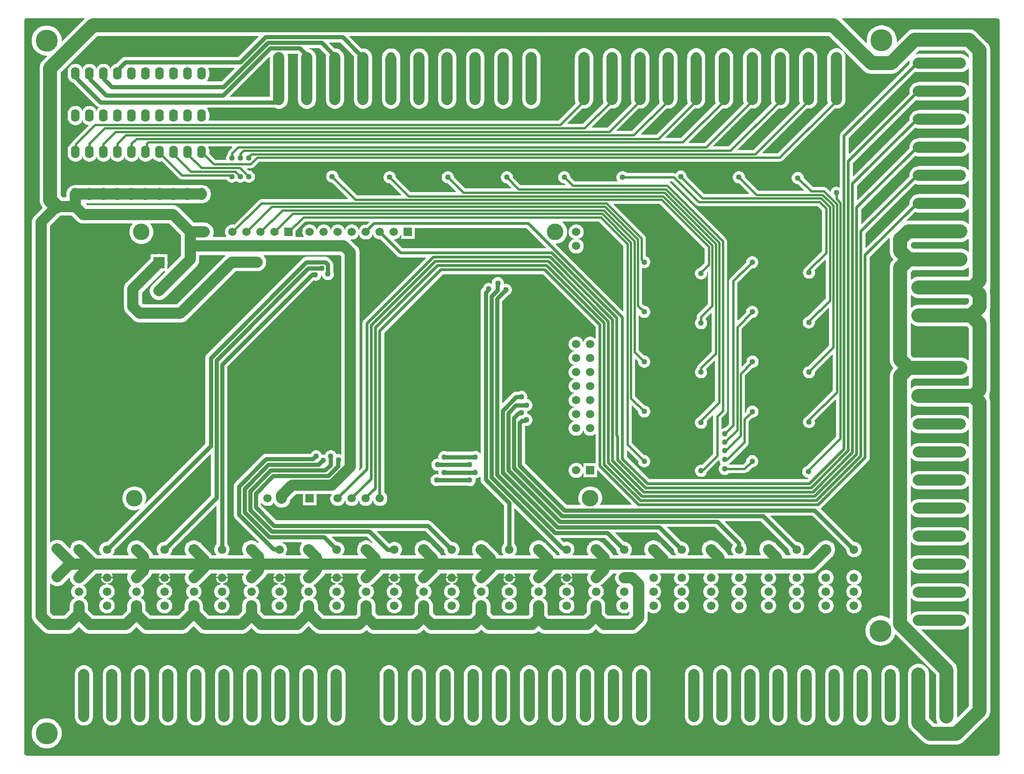
<source format=gbl>
G04*
G04 #@! TF.GenerationSoftware,Altium Limited,Altium Designer,20.2.3 (150)*
G04*
G04 Layer_Physical_Order=2*
G04 Layer_Color=16711680*
%FSTAX24Y24*%
%MOIN*%
G70*
G04*
G04 #@! TF.SameCoordinates,FD17E350-08D3-4DFF-A4DB-8DFB896FC0A1*
G04*
G04*
G04 #@! TF.FilePolarity,Positive*
G04*
G01*
G75*
%ADD10C,0.0100*%
%ADD15C,0.0800*%
%ADD64C,0.0610*%
%ADD65R,0.0610X0.0610*%
%ADD67C,0.1000*%
%ADD68C,0.0300*%
%ADD69C,0.0150*%
%ADD70C,0.0500*%
%ADD72R,0.0591X0.0591*%
%ADD73C,0.0591*%
%ADD74R,0.0591X0.0591*%
%ADD75C,0.1570*%
%ADD76O,0.0600X0.0787*%
%ADD77O,0.0787X0.0600*%
%ADD78C,0.0787*%
%ADD79R,0.0787X0.0787*%
%ADD80C,0.0400*%
%ADD81O,0.0620X0.0900*%
%ADD82C,0.1181*%
%ADD83C,0.0500*%
%ADD84C,0.0200*%
G36*
X281755Y159684D02*
X28179Y159669D01*
X281821Y159648D01*
X281835Y159635D01*
X281835Y159635D01*
X281839Y15963D01*
X281851Y159618D01*
X281871Y159589D01*
X281884Y159557D01*
X281891Y159523D01*
Y159505D01*
Y159496D01*
D01*
D01*
Y107301D01*
Y107282D01*
X281884Y107245D01*
X281869Y10721D01*
X281848Y107179D01*
X281835Y107165D01*
X281835D01*
X28183Y107161D01*
X281818Y107149D01*
X281789Y107129D01*
X281757Y107116D01*
X281723Y107109D01*
X212515D01*
X212481Y107116D01*
X21245Y107129D01*
X212421Y107148D01*
X212409Y10716D01*
X212405Y107165D01*
X212394Y107175D01*
X212377Y107201D01*
X212365Y107229D01*
X212359Y107259D01*
Y107274D01*
D01*
D01*
Y159511D01*
D01*
D01*
Y159553D01*
Y159567D01*
X212364Y159593D01*
X212375Y159618D01*
X21239Y15964D01*
X212399Y15965D01*
X212399Y15965D01*
X212409Y15966D01*
X212432Y159675D01*
X212457Y159686D01*
X212484Y159691D01*
X212498Y159691D01*
X212498Y159691D01*
X216623D01*
X216642Y159645D01*
X215055Y158057D01*
X215054Y158058D01*
X215012Y158085D01*
Y158101D01*
X215016Y15811D01*
X215012Y158119D01*
Y158228D01*
X214974Y158422D01*
X214898Y158604D01*
X214789Y158767D01*
X214719Y158837D01*
X214712Y158844D01*
X214704Y158864D01*
X214681Y158876D01*
X214681Y158876D01*
X214611Y158945D01*
X214447Y159055D01*
X214265Y15913D01*
X214072Y159169D01*
X213968D01*
X21395Y159176D01*
X213932Y159169D01*
X21382D01*
X213627Y15913D01*
X213445Y159055D01*
X213281Y158945D01*
X213202Y158866D01*
X213196Y158864D01*
X213194Y158858D01*
X213173Y158837D01*
Y158837D01*
X213103Y158767D01*
X212994Y158604D01*
X212918Y158422D01*
X21288Y158228D01*
Y157977D01*
X212918Y157783D01*
X212994Y157601D01*
X213103Y157438D01*
X213281Y15726D01*
X213445Y15715D01*
X213627Y157075D01*
X21382Y157036D01*
X213969D01*
X213988Y15699D01*
X213664Y156667D01*
X213664Y156667D01*
X213611Y156614D01*
X213529Y15649D01*
X213471Y156352D01*
X213442Y156205D01*
Y156131D01*
Y146783D01*
X213442Y146737D01*
X213442Y146737D01*
Y146663D01*
X213442Y146663D01*
X213464Y146555D01*
X213471Y146516D01*
X213529Y146378D01*
X21355Y146346D01*
Y146346D01*
X21355Y146346D01*
X213611Y146254D01*
X213664Y146202D01*
X213663Y1462D01*
X213641Y146159D01*
X213091Y145609D01*
X213091Y145609D01*
X213046Y145564D01*
X212974Y145458D01*
X212926Y145339D01*
X212901Y145214D01*
Y14515D01*
Y11705D01*
Y116986D01*
X212926Y116861D01*
X212974Y116742D01*
X213046Y116636D01*
X213091Y116591D01*
X213691Y115991D01*
X213736Y115946D01*
X213842Y115874D01*
X213961Y115826D01*
X214086Y115801D01*
X215549D01*
X215674Y115826D01*
X215792Y115874D01*
X215899Y115946D01*
X215944Y115991D01*
X215944Y115991D01*
X21625Y116297D01*
X216556Y115991D01*
X216601Y115946D01*
X216708Y115874D01*
X216826Y115826D01*
X216951Y115801D01*
X219664D01*
X219789Y115826D01*
X219908Y115874D01*
X220014Y115946D01*
X220059Y115991D01*
X220059Y115991D01*
X220346Y116278D01*
X220633Y115991D01*
X220678Y115946D01*
X220785Y115874D01*
X220903Y115826D01*
X221028Y115801D01*
X223664D01*
X223789Y115826D01*
X223908Y115874D01*
X224014Y115946D01*
X224059Y115991D01*
X224059Y115991D01*
X224421Y116353D01*
X224748Y116026D01*
X224783Y115991D01*
X224828Y115946D01*
X224935Y115874D01*
X225053Y115826D01*
X225178Y115801D01*
X225178Y115801D01*
X227914D01*
X228039Y115826D01*
X228158Y115874D01*
X228264Y115946D01*
X228309Y115991D01*
X228309Y115991D01*
X228538Y11622D01*
X228768Y115991D01*
X228813Y115946D01*
X228919Y115874D01*
X229037Y115826D01*
X229163Y115801D01*
X231883D01*
X232009Y115826D01*
X232127Y115874D01*
X232233Y115946D01*
X232278Y115991D01*
X232278Y115991D01*
X232635Y116347D01*
X232991Y115991D01*
X233036Y115946D01*
X233142Y115874D01*
X233261Y115826D01*
X233386Y115801D01*
X236275D01*
X236401Y115826D01*
X236519Y115874D01*
X236626Y115946D01*
X236671Y115991D01*
X236671Y115991D01*
X236756Y116076D01*
X236886Y115946D01*
X236992Y115874D01*
X237111Y115826D01*
X237236Y115801D01*
X240318D01*
X240443Y115826D01*
X240561Y115874D01*
X240668Y115946D01*
X240713Y115991D01*
X240713Y115991D01*
X240827Y116105D01*
X240941Y115991D01*
X240986Y115946D01*
X241092Y115874D01*
X241211Y115826D01*
X241336Y115801D01*
X244429D01*
X244555Y115826D01*
X244673Y115874D01*
X244779Y115946D01*
X244824Y115991D01*
X244824Y115991D01*
X244933Y116099D01*
X245041Y115991D01*
X245086Y115946D01*
X245192Y115874D01*
X245311Y115826D01*
X245436Y115801D01*
X248614D01*
X248739Y115826D01*
X248858Y115874D01*
X248964Y115946D01*
X248984Y115965D01*
X248991Y11597D01*
X249047D01*
X249055Y115965D01*
X249074Y115946D01*
X249181Y115874D01*
X249299Y115826D01*
X249424Y115801D01*
X252564D01*
X252689Y115826D01*
X252808Y115874D01*
X252914Y115946D01*
X252959Y115991D01*
X252959Y115991D01*
X2531Y116132D01*
X253241Y115991D01*
X253286Y115946D01*
X253392Y115874D01*
X253511Y115826D01*
X253636Y115801D01*
X255745D01*
X255871Y115826D01*
X255989Y115874D01*
X256095Y115946D01*
X256141Y115991D01*
X256141Y115991D01*
X256141Y115991D01*
X256141Y115991D01*
X256387Y116237D01*
X256609Y116459D01*
X256654Y116505D01*
X256726Y116611D01*
X256774Y116729D01*
X256799Y116855D01*
Y116919D01*
X256799Y116919D01*
X256799Y116969D01*
Y117374D01*
X256849Y117403D01*
X256849Y117403D01*
X256885Y117368D01*
X256969Y117312D01*
X257062Y117273D01*
X257161Y117253D01*
X257265D01*
X257371Y117274D01*
X257471Y117315D01*
X25756Y117375D01*
X257598Y117413D01*
X257636Y117451D01*
X257696Y117541D01*
X257737Y117641D01*
X257758Y117746D01*
Y117854D01*
X257737Y117959D01*
X257696Y118059D01*
X257636Y118149D01*
X257598Y118187D01*
X257577Y118208D01*
X257528Y118241D01*
X257473Y118263D01*
X257414Y118275D01*
X257385D01*
Y118325D01*
X257414D01*
X257473Y118337D01*
X257528Y118359D01*
X257577Y118392D01*
X257598Y118413D01*
X257636Y118451D01*
X257696Y118541D01*
X257737Y118641D01*
X257758Y118746D01*
Y118854D01*
X257737Y118959D01*
X257696Y119059D01*
X257636Y119149D01*
X257598Y119187D01*
X257577Y119208D01*
X257528Y119241D01*
X257473Y119263D01*
X257414Y119275D01*
X257385D01*
Y119325D01*
X257414D01*
X257473Y119337D01*
X257528Y119359D01*
X257577Y119392D01*
X257598Y119413D01*
X257636Y119451D01*
X257696Y119541D01*
X257737Y119641D01*
X257758Y119746D01*
Y119836D01*
X257744Y119907D01*
X257717Y119973D01*
X257677Y120033D01*
X257659Y120051D01*
X257667Y120083D01*
X257679Y120101D01*
X258744D01*
X258756Y120083D01*
X258764Y120051D01*
X258747Y120033D01*
X258706Y119973D01*
X258679Y119907D01*
X258665Y119836D01*
Y119746D01*
X258686Y119641D01*
X258727Y119541D01*
X258787Y119451D01*
X258825Y119413D01*
X258846Y119392D01*
X258895Y119359D01*
X25895Y119337D01*
X259009Y119325D01*
X259038D01*
Y119275D01*
X259009D01*
X25895Y119263D01*
X258895Y119241D01*
X258846Y119208D01*
X258825Y119187D01*
X258787Y119149D01*
X258727Y119059D01*
X258686Y118959D01*
X258665Y118854D01*
Y118746D01*
X258686Y118641D01*
X258727Y118541D01*
X258787Y118451D01*
X258825Y118413D01*
X258846Y118392D01*
X258895Y118359D01*
X25895Y118337D01*
X259009Y118325D01*
X259038D01*
Y118275D01*
X259009D01*
X25895Y118263D01*
X258895Y118241D01*
X258846Y118208D01*
X258825Y118187D01*
X258787Y118149D01*
X258727Y118059D01*
X258686Y117959D01*
X258665Y117854D01*
Y117746D01*
X258686Y117641D01*
X258727Y117541D01*
X258787Y117451D01*
X258825Y117413D01*
X258863Y117375D01*
X258953Y117315D01*
X259052Y117274D01*
X259158Y117253D01*
X259265D01*
X259371Y117274D01*
X259471Y117315D01*
X25956Y117375D01*
X259598Y117413D01*
X259636Y117451D01*
X259696Y117541D01*
X259737Y117641D01*
X259758Y117746D01*
Y117854D01*
X259737Y117959D01*
X259696Y118059D01*
X259636Y118149D01*
X259598Y118187D01*
X259577Y118208D01*
X259528Y118241D01*
X259473Y118263D01*
X259414Y118275D01*
X259385D01*
Y118325D01*
X259414D01*
X259473Y118337D01*
X259528Y118359D01*
X259577Y118392D01*
X259598Y118413D01*
X259636Y118451D01*
X259696Y118541D01*
X259737Y118641D01*
X259758Y118746D01*
Y118854D01*
X259737Y118959D01*
X259696Y119059D01*
X259636Y119149D01*
X259598Y119187D01*
X259577Y119208D01*
X259528Y119241D01*
X259473Y119263D01*
X259414Y119275D01*
X259385D01*
Y119325D01*
X259414D01*
X259473Y119337D01*
X259528Y119359D01*
X259577Y119392D01*
X259598Y119413D01*
X259636Y119451D01*
X259696Y119541D01*
X259737Y119641D01*
X259758Y119746D01*
Y119836D01*
X259744Y119907D01*
X259717Y119973D01*
X259677Y120033D01*
X259659Y120051D01*
X259667Y120083D01*
X259679Y120101D01*
X26084D01*
X260852Y120083D01*
X26086Y120051D01*
X260843Y120033D01*
X260803Y119973D01*
X260775Y119907D01*
X260761Y119836D01*
Y119746D01*
X260782Y119641D01*
X260823Y119541D01*
X260883Y119451D01*
X260921Y119413D01*
X260942Y119392D01*
X260992Y119359D01*
X261046Y119337D01*
X261105Y119325D01*
X261134D01*
Y119275D01*
X261105D01*
X261046Y119263D01*
X260992Y119241D01*
X260942Y119208D01*
X260921Y119187D01*
X260883Y119149D01*
X260823Y119059D01*
X260782Y118959D01*
X260761Y118854D01*
Y118746D01*
X260782Y118641D01*
X260823Y118541D01*
X260883Y118451D01*
X260921Y118413D01*
X260942Y118392D01*
X260992Y118359D01*
X261046Y118337D01*
X261105Y118325D01*
X261134D01*
Y118275D01*
X261105D01*
X261046Y118263D01*
X260992Y118241D01*
X260942Y118208D01*
X260921Y118187D01*
X260883Y118149D01*
X260823Y118059D01*
X260782Y117959D01*
X260761Y117854D01*
Y117746D01*
X260782Y117641D01*
X260823Y117541D01*
X260883Y117451D01*
X260921Y117413D01*
X260959Y117375D01*
X261049Y117315D01*
X261148Y117274D01*
X261254Y117253D01*
X261362D01*
X261467Y117274D01*
X261567Y117315D01*
X261656Y117375D01*
X261694Y117413D01*
X261732Y117451D01*
X261792Y117541D01*
X261833Y117641D01*
X261854Y117746D01*
Y117854D01*
X261833Y117959D01*
X261792Y118059D01*
X261732Y118149D01*
X261694Y118187D01*
X261673Y118208D01*
X261624Y118241D01*
X261569Y118263D01*
X261511Y118275D01*
X261481D01*
Y118325D01*
X261511D01*
X261569Y118337D01*
X261624Y118359D01*
X261673Y118392D01*
X261694Y118413D01*
X261732Y118451D01*
X261792Y118541D01*
X261833Y118641D01*
X261854Y118746D01*
Y118854D01*
X261833Y118959D01*
X261792Y119059D01*
X261732Y119149D01*
X261694Y119187D01*
X261673Y119208D01*
X261624Y119241D01*
X261569Y119263D01*
X261511Y119275D01*
X261481D01*
Y119325D01*
X261511D01*
X261569Y119337D01*
X261624Y119359D01*
X261673Y119392D01*
X261694Y119413D01*
X261732Y119451D01*
X261792Y119541D01*
X261833Y119641D01*
X261854Y119746D01*
Y119836D01*
X26184Y119907D01*
X261813Y119973D01*
X261773Y120033D01*
X261756Y120051D01*
X261763Y120083D01*
X261775Y120101D01*
X26284D01*
X262852Y120083D01*
X26286Y120051D01*
X262843Y120033D01*
X262803Y119973D01*
X262775Y119907D01*
X262761Y119836D01*
Y119746D01*
X262782Y119641D01*
X262823Y119541D01*
X262883Y119451D01*
X262921Y119413D01*
X262942Y119392D01*
X262992Y119359D01*
X263046Y119337D01*
X263105Y119325D01*
X263134D01*
Y119275D01*
X263105D01*
X263046Y119263D01*
X262992Y119241D01*
X262942Y119208D01*
X262921Y119187D01*
X262883Y119149D01*
X262823Y119059D01*
X262782Y118959D01*
X262761Y118854D01*
Y118746D01*
X262782Y118641D01*
X262823Y118541D01*
X262883Y118451D01*
X262921Y118413D01*
X262942Y118392D01*
X262992Y118359D01*
X263046Y118337D01*
X263105Y118325D01*
X263134D01*
Y118275D01*
X263105D01*
X263046Y118263D01*
X262992Y118241D01*
X262942Y118208D01*
X262921Y118187D01*
X262883Y118149D01*
X262823Y118059D01*
X262782Y117959D01*
X262761Y117854D01*
Y117746D01*
X262782Y117641D01*
X262823Y117541D01*
X262883Y117451D01*
X262921Y117413D01*
X262959Y117375D01*
X263049Y117315D01*
X263148Y117274D01*
X263254Y117253D01*
X263362D01*
X263467Y117274D01*
X263567Y117315D01*
X263656Y117375D01*
X263694Y117413D01*
X263732Y117451D01*
X263792Y117541D01*
X263833Y117641D01*
X263854Y117746D01*
Y117854D01*
X263833Y117959D01*
X263792Y118059D01*
X263732Y118149D01*
X263694Y118187D01*
X263673Y118208D01*
X263624Y118241D01*
X263569Y118263D01*
X263511Y118275D01*
X263481D01*
Y118325D01*
X263511D01*
X263569Y118337D01*
X263624Y118359D01*
X263673Y118392D01*
X263694Y118413D01*
X263732Y118451D01*
X263792Y118541D01*
X263833Y118641D01*
X263854Y118746D01*
Y118854D01*
X263833Y118959D01*
X263792Y119059D01*
X263732Y119149D01*
X263694Y119187D01*
X263673Y119208D01*
X263624Y119241D01*
X263569Y119263D01*
X263511Y119275D01*
X263481D01*
Y119325D01*
X263511D01*
X263569Y119337D01*
X263624Y119359D01*
X263673Y119392D01*
X263694Y119413D01*
X263732Y119451D01*
X263792Y119541D01*
X263833Y119641D01*
X263854Y119746D01*
Y119836D01*
X26384Y119907D01*
X263813Y119973D01*
X263773Y120033D01*
X263756Y120051D01*
X263763Y120083D01*
X263775Y120101D01*
X264937D01*
X264948Y120083D01*
X264956Y120051D01*
X264939Y120033D01*
X264899Y119973D01*
X264871Y119907D01*
X264857Y119836D01*
Y119746D01*
X264878Y119641D01*
X264919Y119541D01*
X264979Y119451D01*
X265017Y119413D01*
X265038Y119392D01*
X265088Y119359D01*
X265143Y119337D01*
X265201Y119325D01*
X265231D01*
Y119275D01*
X265201D01*
X265143Y119263D01*
X265088Y119241D01*
X265038Y119208D01*
X265017Y119187D01*
X264979Y119149D01*
X264919Y119059D01*
X264878Y118959D01*
X264857Y118854D01*
Y118746D01*
X264878Y118641D01*
X264919Y118541D01*
X264979Y118451D01*
X265017Y118413D01*
X265038Y118392D01*
X265088Y118359D01*
X265143Y118337D01*
X265201Y118325D01*
X265231D01*
Y118275D01*
X265201D01*
X265143Y118263D01*
X265088Y118241D01*
X265038Y118208D01*
X265017Y118187D01*
X264979Y118149D01*
X264919Y118059D01*
X264878Y117959D01*
X264857Y117854D01*
Y117746D01*
X264878Y117641D01*
X264919Y117541D01*
X264979Y117451D01*
X265017Y117413D01*
X265055Y117375D01*
X265145Y117315D01*
X265244Y117274D01*
X26535Y117253D01*
X265458D01*
X265563Y117274D01*
X265663Y117315D01*
X265752Y117375D01*
X26579Y117413D01*
X265829Y117451D01*
X265888Y117541D01*
X26593Y117641D01*
X265951Y117746D01*
Y117854D01*
X26593Y117959D01*
X265888Y118059D01*
X265829Y118149D01*
X26579Y118187D01*
X265769Y118208D01*
X26572Y118241D01*
X265665Y118263D01*
X265607Y118275D01*
X265577D01*
Y118325D01*
X265607D01*
X265665Y118337D01*
X26572Y118359D01*
X265769Y118392D01*
X26579Y118413D01*
X265829Y118451D01*
X265888Y118541D01*
X26593Y118641D01*
X265951Y118746D01*
Y118854D01*
X26593Y118959D01*
X265888Y119059D01*
X265829Y119149D01*
X26579Y119187D01*
X265769Y119208D01*
X26572Y119241D01*
X265665Y119263D01*
X265607Y119275D01*
X265577D01*
Y119325D01*
X265607D01*
X265665Y119337D01*
X26572Y119359D01*
X265769Y119392D01*
X26579Y119413D01*
X265829Y119451D01*
X265888Y119541D01*
X26593Y119641D01*
X265951Y119746D01*
Y119836D01*
X265937Y119907D01*
X265909Y119973D01*
X265869Y120033D01*
X265852Y120051D01*
X26586Y120083D01*
X265871Y120101D01*
X266937D01*
X266948Y120083D01*
X266956Y120051D01*
X266939Y120033D01*
X266899Y119973D01*
X266871Y119907D01*
X266857Y119836D01*
Y119746D01*
X266878Y119641D01*
X266919Y119541D01*
X266979Y119451D01*
X267017Y119413D01*
X267038Y119392D01*
X267088Y119359D01*
X267143Y119337D01*
X267201Y119325D01*
X267231D01*
Y119275D01*
X267201D01*
X267143Y119263D01*
X267088Y119241D01*
X267038Y119208D01*
X267017Y119187D01*
X266979Y119149D01*
X266919Y119059D01*
X266878Y118959D01*
X266857Y118854D01*
Y118746D01*
X266878Y118641D01*
X266919Y118541D01*
X266979Y118451D01*
X267017Y118413D01*
X267038Y118392D01*
X267088Y118359D01*
X267143Y118337D01*
X267201Y118325D01*
X267231D01*
Y118275D01*
X267201D01*
X267143Y118263D01*
X267088Y118241D01*
X267038Y118208D01*
X267017Y118187D01*
X266979Y118149D01*
X266919Y118059D01*
X266878Y117959D01*
X266857Y117854D01*
Y117746D01*
X266878Y117641D01*
X266919Y117541D01*
X266979Y117451D01*
X267017Y117413D01*
X267055Y117375D01*
X267145Y117315D01*
X267244Y117274D01*
X26735Y117253D01*
X267458D01*
X267563Y117274D01*
X267663Y117315D01*
X267752Y117375D01*
X26779Y117413D01*
X267829Y117451D01*
X267888Y117541D01*
X26793Y117641D01*
X267951Y117746D01*
Y117854D01*
X26793Y117959D01*
X267888Y118059D01*
X267829Y118149D01*
X26779Y118187D01*
X267769Y118208D01*
X26772Y118241D01*
X267665Y118263D01*
X267607Y118275D01*
X267577D01*
Y118325D01*
X267607D01*
X267665Y118337D01*
X26772Y118359D01*
X267769Y118392D01*
X26779Y118413D01*
X267829Y118451D01*
X267888Y118541D01*
X26793Y118641D01*
X267951Y118746D01*
Y118854D01*
X26793Y118959D01*
X267888Y119059D01*
X267829Y119149D01*
X26779Y119187D01*
X267769Y119208D01*
X26772Y119241D01*
X267665Y119263D01*
X267607Y119275D01*
X267577D01*
Y119325D01*
X267607D01*
X267665Y119337D01*
X26772Y119359D01*
X267769Y119392D01*
X26779Y119413D01*
X267829Y119451D01*
X267888Y119541D01*
X26793Y119641D01*
X267951Y119746D01*
Y119836D01*
X267936Y119907D01*
X267909Y119973D01*
X267869Y120033D01*
X267852Y120051D01*
X26786Y120083D01*
X267871Y120101D01*
X268514D01*
X268639Y120126D01*
X268758Y120174D01*
X268864Y120246D01*
X268909Y120291D01*
X268909Y120291D01*
X269913Y121295D01*
X270005D01*
Y121387D01*
X270075Y121492D01*
X270124Y121611D01*
X270149Y121736D01*
Y121878D01*
X270125Y122D01*
X270077Y122116D01*
X270008Y122219D01*
X270005Y122222D01*
Y122305D01*
X269922D01*
X26992Y122308D01*
X269816Y122377D01*
X2697Y122425D01*
X269577Y122449D01*
X269436D01*
X269311Y122424D01*
X269192Y122376D01*
X269087Y122305D01*
X268995D01*
Y122213D01*
X268181Y121399D01*
X267839D01*
X267805Y121449D01*
X26784Y121484D01*
X267894Y121565D01*
X267932Y121655D01*
X267951Y121751D01*
Y121854D01*
X26793Y121959D01*
X267888Y122059D01*
X267829Y122149D01*
X26779Y122187D01*
X267752Y122225D01*
X267663Y122285D01*
X267563Y122326D01*
X267458Y122347D01*
X267399D01*
X267396Y122344D01*
X267396Y122344D01*
X265565Y124175D01*
X265584Y124221D01*
X268543D01*
X270956Y121808D01*
X270953Y1218D01*
X270956Y121792D01*
Y121739D01*
X270977Y121636D01*
X271017Y121538D01*
X271076Y121451D01*
X271113Y121413D01*
X271151Y121375D01*
X271241Y121315D01*
X271341Y121274D01*
X271446Y121253D01*
X271554D01*
X271659Y121274D01*
X271759Y121315D01*
X271849Y121375D01*
X271887Y121413D01*
X271925Y121451D01*
X271984Y121541D01*
X272026Y121641D01*
X272047Y121746D01*
Y121854D01*
X272026Y121959D01*
X271984Y122059D01*
X271925Y122149D01*
X271887Y122187D01*
X271849Y122225D01*
X271759Y122285D01*
X271659Y122326D01*
X271554Y122347D01*
X271495D01*
X271492Y122344D01*
X269131Y124705D01*
X26914Y124754D01*
X26918Y12477D01*
X272494Y128085D01*
X27253Y12812D01*
X272552Y128143D01*
X272588Y128196D01*
X272612Y128255D01*
X272625Y128318D01*
X272625Y128365D01*
Y142659D01*
X273992Y144027D01*
X274042Y144006D01*
X274042Y143567D01*
X274042Y143567D01*
X274042Y143567D01*
Y143025D01*
X274071Y142878D01*
X274129Y14274D01*
X274211Y142616D01*
X274264Y142563D01*
X274264D01*
X274328Y1425D01*
X274211Y142384D01*
X274129Y14226D01*
X274071Y142122D01*
X274042Y141975D01*
Y141901D01*
Y135349D01*
Y135275D01*
X274071Y135128D01*
X274129Y13499D01*
X274211Y134866D01*
X274264Y134813D01*
X274264D01*
X274328Y13475D01*
X274211Y134633D01*
X274128Y134509D01*
X274071Y134371D01*
X274042Y134225D01*
Y13415D01*
Y116922D01*
X273997Y116899D01*
X273898Y116965D01*
X273716Y117041D01*
X273523Y117079D01*
X273271D01*
X273078Y117041D01*
X272896Y116965D01*
X272732Y116856D01*
X272623Y116748D01*
Y116748D01*
X272554Y116678D01*
X272444Y116514D01*
X272369Y116332D01*
X272331Y116139D01*
Y115887D01*
X272369Y115694D01*
X272444Y115512D01*
X272554Y115348D01*
X272639Y115263D01*
X272646Y115246D01*
X272663Y115239D01*
X272732Y11517D01*
X272896Y115061D01*
X273078Y114985D01*
X273271Y114947D01*
X273368D01*
X2734Y114934D01*
X273432Y114947D01*
X273523D01*
X273716Y114985D01*
X273898Y115061D01*
X274062Y11517D01*
X274126Y115235D01*
X274154Y115246D01*
X27417Y115279D01*
X27417Y115279D01*
X27424Y115348D01*
X274349Y115512D01*
X274424Y115694D01*
X274432Y115734D01*
X27448Y115748D01*
X277342Y112886D01*
Y1099D01*
X277342Y1099D01*
X277342Y109791D01*
Y109727D01*
X277373Y109601D01*
X277432Y109486D01*
X27746Y109453D01*
X277439Y109408D01*
X27724D01*
X276858Y10979D01*
Y1129D01*
Y112975D01*
X276829Y113121D01*
X276771Y113259D01*
X276689Y113383D01*
X276636Y113436D01*
X276636Y113436D01*
X276636Y113436D01*
X276583Y113489D01*
X276459Y113571D01*
X276321Y113629D01*
X276175Y113658D01*
X276025D01*
X275879Y113629D01*
X275741Y113571D01*
X275617Y113489D01*
X275511Y113383D01*
X275429Y113259D01*
X275371Y113121D01*
X275342Y112975D01*
Y1129D01*
Y1099D01*
Y109401D01*
X275371Y109255D01*
X275429Y109117D01*
X275511Y108993D01*
X275564Y10894D01*
X275564D01*
X27639Y108114D01*
X276443Y108061D01*
X276567Y107979D01*
X276705Y107921D01*
X276851Y107892D01*
X278875D01*
X279021Y107921D01*
X279159Y107979D01*
X279283Y108061D01*
X279336Y108114D01*
X280986Y109764D01*
X281039Y109817D01*
X281121Y109941D01*
X281179Y110079D01*
X281208Y110225D01*
Y1103D01*
Y1323D01*
Y132363D01*
X281183Y132486D01*
X281148Y132571D01*
X281149Y132784D01*
X28115Y13283D01*
X28115Y132877D01*
X28115Y132935D01*
X281183Y133014D01*
X281183Y133014D01*
X281196Y133077D01*
X281208Y133137D01*
Y1332D01*
Y1379D01*
X281208Y137975D01*
X281208Y137975D01*
X281187Y138079D01*
X281188Y138229D01*
X281188D01*
X281188Y138229D01*
X281193Y138952D01*
X281208Y139025D01*
Y1391D01*
Y14D01*
Y14007D01*
X281201Y140102D01*
X281205Y140677D01*
X281206Y140724D01*
X281206Y140771D01*
X281207Y140878D01*
X281207Y140928D01*
X281208Y14093D01*
X281208Y141D01*
Y1574D01*
Y157475D01*
X281179Y157621D01*
X281121Y157759D01*
X281039Y157883D01*
X280986Y157936D01*
X280986Y157936D01*
X280236Y158686D01*
X280236Y158686D01*
X280183Y158739D01*
X280059Y158821D01*
X279921Y158879D01*
X279775Y158908D01*
X275735D01*
X275588Y158879D01*
X27545Y158821D01*
X275326Y158739D01*
X275273Y158686D01*
X275273Y158686D01*
X27459Y158002D01*
X27454Y158023D01*
Y158241D01*
X274501Y158434D01*
X274426Y158616D01*
X274316Y15878D01*
X274247Y158849D01*
X274225Y158871D01*
X274224Y158874D01*
X274208Y158888D01*
X274208Y158888D01*
X274138Y158958D01*
X273974Y159067D01*
X273792Y159142D01*
X273599Y159181D01*
X273483D01*
X27347Y159186D01*
X273457Y159181D01*
X273347D01*
X273154Y159142D01*
X272972Y159067D01*
X272809Y158958D01*
X272731Y15888D01*
X272716Y158874D01*
X27271Y158859D01*
X2727Y158849D01*
Y158849D01*
X27263Y15878D01*
X272521Y158616D01*
X272446Y158434D01*
X272407Y158241D01*
Y158128D01*
X272404Y15812D01*
X272407Y158112D01*
Y157989D01*
X272417Y157942D01*
X272372Y157918D01*
X270646Y159645D01*
X270665Y159691D01*
X281718D01*
X281755Y159684D01*
D02*
G37*
G36*
X279692Y157086D02*
Y156872D01*
X279642Y156857D01*
X279604Y156914D01*
X279559Y156959D01*
X279559Y156959D01*
X279559Y156959D01*
X279514Y157004D01*
X279408Y157076D01*
X279289Y157124D01*
X279164Y157149D01*
X276038D01*
X275929Y157128D01*
X275902Y157172D01*
X276123Y157392D01*
X279386D01*
X279692Y157086D01*
D02*
G37*
G36*
Y156125D02*
Y154868D01*
X279642Y154853D01*
X279614Y154896D01*
X279565Y154944D01*
X279559Y154959D01*
X279544Y154965D01*
X279523Y154986D01*
X279417Y155057D01*
X279299Y155106D01*
X279173Y155131D01*
X279144D01*
X2791Y155149D01*
X2761D01*
X276056Y155131D01*
X276045D01*
X27592Y155106D01*
X275802Y155057D01*
X275695Y154986D01*
X275687Y154978D01*
X275641Y154959D01*
X275622Y154913D01*
X275605Y154896D01*
X275534Y15479D01*
X275485Y154671D01*
X27546Y154546D01*
Y154522D01*
X275451Y1545D01*
X27546Y154478D01*
Y154418D01*
X275476Y154335D01*
X271171Y15003D01*
X271125Y150049D01*
Y151159D01*
X275865Y1559D01*
X27593Y155873D01*
X276043Y155851D01*
X279164D01*
X279289Y155876D01*
X279408Y155924D01*
X279514Y155996D01*
X279559Y156041D01*
X279559Y156041D01*
X279609Y156091D01*
X279642Y15614D01*
X279692Y156125D01*
D02*
G37*
G36*
X227355Y156125D02*
X226409Y155179D01*
X225415D01*
X225394Y155229D01*
X225552Y15561D01*
Y15589D01*
X225453Y15613D01*
X225481Y156171D01*
X227336D01*
X227355Y156125D01*
D02*
G37*
G36*
X229859Y156921D02*
Y156917D01*
X229851Y156897D01*
Y154079D01*
X227011D01*
X226992Y154125D01*
X229809Y156942D01*
X229859Y156921D01*
D02*
G37*
G36*
X279692Y154096D02*
Y152869D01*
X279642Y152854D01*
X279614Y152897D01*
X279565Y152946D01*
X279559Y152959D01*
X279546Y152965D01*
X279523Y152988D01*
X279417Y153059D01*
X279299Y153108D01*
X279173Y153133D01*
X279141D01*
X2791Y153149D01*
X2761D01*
X276059Y153133D01*
X276045D01*
X27592Y153108D01*
X275802Y153059D01*
X275695Y152988D01*
X275685Y152978D01*
X275641Y152959D01*
X275622Y152915D01*
X275605Y152897D01*
X275534Y152791D01*
X275485Y152673D01*
X27546Y152547D01*
Y152522D01*
X275451Y1525D01*
X27546Y152478D01*
Y152419D01*
X275461Y152414D01*
X271471Y148424D01*
X271425Y148443D01*
Y149366D01*
X275918Y153858D01*
X27592Y153857D01*
X276045Y153833D01*
X279173D01*
X279299Y153857D01*
X279417Y153906D01*
X279523Y153977D01*
X279568Y154023D01*
X279614Y154068D01*
X279642Y154111D01*
X279692Y154096D01*
D02*
G37*
G36*
X272203Y155944D02*
X272203Y155944D01*
X272256Y155891D01*
X27238Y155809D01*
X272518Y155751D01*
X272665Y155722D01*
X274214D01*
X27436Y155751D01*
X274498Y155809D01*
X274622Y155891D01*
X274675Y155944D01*
X274675D01*
X27471Y15598D01*
X275422Y156691D01*
X275468Y156666D01*
X275451Y15658D01*
Y156443D01*
X275457Y15641D01*
X27057Y151523D01*
X270475Y151294D01*
Y147635D01*
X270458Y147623D01*
X270425Y147615D01*
X270416Y147625D01*
X270396Y147638D01*
X270373Y147653D01*
X270326Y147673D01*
X270276Y147683D01*
X270207D01*
X270124Y147666D01*
X270045Y147634D01*
X269974Y147586D01*
X269944Y147556D01*
X269922Y147535D01*
X269888Y147484D01*
X269865Y147428D01*
X269857Y147386D01*
X269853Y147368D01*
Y147349D01*
X269825Y147332D01*
X269804Y147327D01*
X269569Y147562D01*
X269569Y147562D01*
X269549Y147583D01*
X2695Y147616D01*
X269446Y147638D01*
X269388Y147649D01*
X268572D01*
X267929Y148292D01*
X267933Y1483D01*
Y148343D01*
X267916Y148426D01*
X267884Y148505D01*
X267836Y148576D01*
X267806Y148606D01*
X267776Y148636D01*
X267705Y148684D01*
X267626Y148716D01*
X267543Y148733D01*
X267457D01*
X267374Y148716D01*
X267295Y148684D01*
X267224Y148636D01*
X267194Y148606D01*
X267164Y148576D01*
X267116Y148505D01*
X267084Y148426D01*
X267067Y148343D01*
Y148257D01*
X267084Y148174D01*
X267116Y148095D01*
X267164Y148024D01*
X267194Y147994D01*
X267223Y147965D01*
X267292Y147918D01*
X267369Y147887D01*
X26745Y147871D01*
X267492D01*
X2675Y147867D01*
X267508Y147871D01*
X267933Y147446D01*
X267914Y147399D01*
X264672D01*
X263733Y148338D01*
Y148393D01*
X263716Y148476D01*
X263684Y148555D01*
X263636Y148626D01*
X263606Y148656D01*
X263606Y148656D01*
X263606Y148656D01*
X263576Y148686D01*
X263505Y148734D01*
X263426Y148766D01*
X263343Y148783D01*
X263257D01*
X263174Y148766D01*
X263095Y148734D01*
X263024Y148686D01*
X262994Y148656D01*
X262964Y148626D01*
X262916Y148555D01*
X262884Y148476D01*
X262867Y148393D01*
Y148307D01*
X262884Y148224D01*
X262916Y148145D01*
X262964Y148074D01*
X263024Y148014D01*
X263095Y147966D01*
X263174Y147934D01*
X263257Y147917D01*
X263312D01*
X264033Y147196D01*
X264014Y147149D01*
X260822D01*
X25958Y148391D01*
Y148394D01*
X259583Y1484D01*
X25958Y148406D01*
Y148442D01*
X259564Y148526D01*
X259531Y148604D01*
X259484Y148675D01*
X259458Y148701D01*
X259456Y148706D01*
X259451Y148708D01*
X259423Y148736D01*
X259353Y148783D01*
X259274Y148816D01*
X25919Y148832D01*
X259152D01*
X25915Y148833D01*
X259148Y148832D01*
X259105D01*
X259021Y148816D01*
X258942Y148783D01*
X258871Y148736D01*
X258841Y148705D01*
X258811Y148675D01*
X258766Y148608D01*
X25867Y148648D01*
X255312D01*
X255308Y148652D01*
X255306Y148656D01*
X255302Y148658D01*
X255276Y148684D01*
X255205Y148732D01*
X255126Y148764D01*
X255043Y148781D01*
X255005D01*
X255Y148783D01*
X254995Y148781D01*
X254957D01*
X254874Y148764D01*
X254795Y148732D01*
X254724Y148684D01*
X254697Y148658D01*
X254694Y148656D01*
X254692Y148653D01*
X254664Y148624D01*
X254616Y148553D01*
X254584Y148474D01*
X254567Y148391D01*
Y148305D01*
X254584Y148222D01*
X254616Y148143D01*
X254646Y148098D01*
X25462Y148048D01*
X251573D01*
X251284Y148337D01*
Y148393D01*
X251268Y148476D01*
X251235Y148555D01*
X251188Y148626D01*
X251157Y148656D01*
X251127Y148686D01*
X251056Y148734D01*
X250978Y148766D01*
X250894Y148783D01*
X250809D01*
X250725Y148766D01*
X250646Y148734D01*
X250575Y148686D01*
X250546Y148657D01*
X250544Y148656D01*
X250543Y148654D01*
X250515Y148626D01*
X250468Y148555D01*
X250435Y148476D01*
X250418Y148393D01*
Y148353D01*
X250417Y14835D01*
X250418Y148347D01*
Y148307D01*
X250435Y148224D01*
X250468Y148145D01*
X250515Y148074D01*
X250543Y148046D01*
X250544Y148044D01*
X250546Y148043D01*
X250575Y148014D01*
X250646Y147966D01*
X250725Y147934D01*
X250809Y147917D01*
X250862D01*
X250935Y147844D01*
X250916Y147798D01*
X247723D01*
X247188Y148333D01*
Y148391D01*
X247171Y148475D01*
X247139Y148553D01*
X247091Y148624D01*
X247061Y148655D01*
X247031Y148685D01*
X24696Y148732D01*
X246881Y148765D01*
X246798Y148781D01*
X246754D01*
X24675Y148783D01*
X246746Y148781D01*
X246712D01*
X246629Y148765D01*
X24655Y148732D01*
X246479Y148685D01*
X246455Y148661D01*
X246444Y148656D01*
X246439Y148645D01*
X246419Y148624D01*
X246371Y148553D01*
X246339Y148475D01*
X246322Y148391D01*
Y148362D01*
X246317Y14835D01*
X246322Y148338D01*
Y148306D01*
X246339Y148222D01*
X246371Y148143D01*
X246419Y148072D01*
X246442Y148049D01*
X246444Y148044D01*
X246449Y148042D01*
X246479Y148012D01*
X24655Y147965D01*
X246629Y147932D01*
X246712Y147915D01*
X246764D01*
X247085Y147594D01*
X247066Y147548D01*
X243773D01*
X242982Y148339D01*
Y148348D01*
X242983Y14835D01*
X242982Y148352D01*
Y148391D01*
X242965Y148475D01*
X242933Y148553D01*
X242885Y148624D01*
X242858Y148652D01*
X242856Y148656D01*
X242852Y148658D01*
X242825Y148685D01*
X242754Y148732D01*
X242675Y148765D01*
X242592Y148781D01*
X242554D01*
X24255Y148783D01*
X242546Y148781D01*
X242506D01*
X242423Y148765D01*
X242344Y148732D01*
X242273Y148685D01*
X242245Y148657D01*
X242244Y148656D01*
X242243Y148655D01*
X242213Y148624D01*
X242165Y148553D01*
X242133Y148475D01*
X242116Y148391D01*
Y148306D01*
X242133Y148222D01*
X242165Y148143D01*
X242213Y148072D01*
X242273Y148012D01*
X242344Y147965D01*
X242423Y147932D01*
X242506Y147915D01*
X242564D01*
X243135Y147344D01*
X243116Y147298D01*
X239873D01*
X238836Y148335D01*
Y148391D01*
X238819Y148475D01*
X238787Y148553D01*
X238739Y148624D01*
X238709Y148655D01*
X238679Y148685D01*
X238608Y148732D01*
X238529Y148765D01*
X238446Y148781D01*
X238404D01*
X2384Y148783D01*
X238396Y148781D01*
X23836D01*
X238277Y148765D01*
X238198Y148732D01*
X238127Y148685D01*
X238102Y148659D01*
X238094Y148656D01*
X238091Y148648D01*
X238067Y148624D01*
X238019Y148553D01*
X237987Y148475D01*
X23797Y148391D01*
Y148357D01*
X237967Y14835D01*
X23797Y148343D01*
Y148306D01*
X237987Y148222D01*
X238019Y148143D01*
X238067Y148072D01*
X238093Y148046D01*
X238094Y148044D01*
X238096Y148043D01*
X238127Y148012D01*
X238198Y147965D01*
X238277Y147932D01*
X23836Y147915D01*
X238414D01*
X239235Y147094D01*
X239216Y147048D01*
X236073D01*
X234738Y148383D01*
Y148448D01*
X234721Y148531D01*
X234689Y14861D01*
X234641Y148681D01*
X234611Y148711D01*
X234581Y148741D01*
X23451Y148789D01*
X234431Y148821D01*
X234348Y148838D01*
X234262D01*
X234179Y148821D01*
X2341Y148789D01*
X234029Y148741D01*
X233999Y148711D01*
X233969Y148681D01*
X233921Y14861D01*
X233889Y148531D01*
X233872Y148448D01*
Y148412D01*
X233867Y1484D01*
X233872Y148388D01*
Y148362D01*
X233889Y148279D01*
X233921Y1482D01*
X233969Y148129D01*
X233987Y148111D01*
X233994Y148094D01*
X234011Y148087D01*
X234029Y148069D01*
X2341Y148021D01*
X234179Y147989D01*
X234262Y147972D01*
X234288D01*
X2343Y147967D01*
X234308Y147971D01*
X235435Y146844D01*
X235416Y146798D01*
X22925D01*
X22904Y14671D01*
X227304Y144975D01*
X227248Y144986D01*
X227147D01*
X227044Y144965D01*
X226946Y144925D01*
X226858Y144866D01*
X226784Y144792D01*
X226725Y144704D01*
X226685Y144606D01*
X226664Y144503D01*
Y144368D01*
X226679Y144291D01*
X22671Y144217D01*
X226748Y14416D01*
X226754Y144152D01*
X226756Y144149D01*
X226735Y144099D01*
X225817D01*
X225791Y144149D01*
X225811Y144179D01*
X225836Y144242D01*
X225849Y144308D01*
Y144514D01*
X225824Y144639D01*
X225776Y144758D01*
X225704Y144864D01*
X225671Y144897D01*
X225659Y144927D01*
X22563Y144939D01*
X225597Y144972D01*
X22549Y145043D01*
X225372Y145092D01*
X225247Y145117D01*
X224452D01*
X223445Y146124D01*
X223409Y146159D01*
X223409Y146159D01*
X223364Y146204D01*
X223364Y146204D01*
X223258Y146276D01*
X223139Y146324D01*
X223014Y146349D01*
X223014Y146349D01*
X216838D01*
X216733Y146454D01*
X216752Y146501D01*
X225064D01*
X225189Y146526D01*
X225308Y146574D01*
X225414Y146646D01*
X225459Y146691D01*
X225459Y146691D01*
X225459Y146691D01*
X225504Y146736D01*
X225576Y146842D01*
X225624Y146961D01*
X225649Y147086D01*
Y147214D01*
X225624Y147339D01*
X225576Y147458D01*
X225504Y147564D01*
X225459Y147609D01*
X225459Y147609D01*
X225459Y147609D01*
X225414Y147654D01*
X225308Y147726D01*
X225189Y147774D01*
X225064Y147799D01*
X215936D01*
X215811Y147774D01*
X215692Y147726D01*
X215586Y147654D01*
X215541Y147609D01*
X215541Y147609D01*
X215541Y147609D01*
X215496Y147564D01*
X215424Y147458D01*
X215376Y147339D01*
X215351Y147214D01*
Y146918D01*
X215091D01*
X214958Y147051D01*
Y155817D01*
X217583Y158442D01*
X229041D01*
X22906Y158396D01*
X227593Y156929D01*
X219513D01*
X21944Y156914D01*
X219371Y156886D01*
X219309Y156844D01*
X218892Y156428D01*
X21886D01*
X218797Y156415D01*
X218738Y156391D01*
X218684Y156355D01*
X218662Y156332D01*
X21859Y15626D01*
X218558Y156213D01*
X218536Y15616D01*
X218525Y156104D01*
Y156076D01*
X218475D01*
Y156104D01*
X218464Y15616D01*
X218442Y156213D01*
X21841Y15626D01*
X21839Y15628D01*
X21839Y15628D01*
X21839Y15628D01*
X218352Y156319D01*
X218261Y156379D01*
X218161Y156421D01*
X218054Y156442D01*
X217946D01*
X217839Y156421D01*
X217739Y156379D01*
X217648Y156319D01*
X21761Y15628D01*
X21759Y15626D01*
X217558Y156213D01*
X217536Y15616D01*
X217525Y156104D01*
Y156076D01*
X217475D01*
Y156104D01*
X217464Y15616D01*
X217442Y156213D01*
X21741Y15626D01*
X21739Y15628D01*
X21739Y15628D01*
X21739Y15628D01*
X217352Y156319D01*
X217261Y156379D01*
X217161Y156421D01*
X217054Y156442D01*
X216946D01*
X216839Y156421D01*
X216739Y156379D01*
X216648Y156319D01*
X21661Y15628D01*
X21659Y15626D01*
X216558Y156213D01*
X216536Y15616D01*
X216525Y156104D01*
Y156076D01*
X216475D01*
Y156104D01*
X216464Y15616D01*
X216442Y156213D01*
X21641Y15626D01*
X21639Y15628D01*
X21639Y15628D01*
X21639Y15628D01*
X216352Y156319D01*
X216261Y156379D01*
X216161Y156421D01*
X216054Y156442D01*
X215946D01*
X215839Y156421D01*
X215739Y156379D01*
X215648Y156319D01*
X21561Y15628D01*
X215571Y156242D01*
X215511Y156151D01*
X215469Y156051D01*
X215448Y155944D01*
Y155556D01*
X215469Y155449D01*
X215511Y155349D01*
X215571Y155258D01*
X21561Y15522D01*
X215636Y155193D01*
X215698Y155152D01*
X215767Y155124D01*
X21584Y155109D01*
X215872D01*
X215877Y155104D01*
X215877Y155104D01*
X215879Y155094D01*
X215879Y155094D01*
X215883Y155084D01*
X215883Y155084D01*
X215888Y155076D01*
X215892Y155072D01*
X215892Y155072D01*
X217532Y153432D01*
X217548Y153416D01*
X217585Y153391D01*
X217627Y153374D01*
X217671Y153365D01*
X217694D01*
Y153315D01*
X217682D01*
X217659Y153311D01*
X217637Y153302D01*
X217618Y153289D01*
X21761Y15328D01*
X21759Y15326D01*
X217558Y153213D01*
X217536Y15316D01*
X217525Y153104D01*
Y153076D01*
X217475D01*
Y153104D01*
X217464Y15316D01*
X217442Y153213D01*
X21741Y15326D01*
X21739Y15328D01*
X21739Y15328D01*
X21739Y15328D01*
X217352Y153319D01*
X217261Y153379D01*
X217161Y153421D01*
X217054Y153442D01*
X216946D01*
X216839Y153421D01*
X216739Y153379D01*
X216648Y153319D01*
X21661Y15328D01*
X21659Y15326D01*
X216558Y153213D01*
X216536Y15316D01*
X216525Y153104D01*
Y153076D01*
X216475D01*
Y153104D01*
X216464Y15316D01*
X216442Y153213D01*
X21641Y15326D01*
X21639Y15328D01*
X21639Y15328D01*
X21639Y15328D01*
X216352Y153319D01*
X216261Y153379D01*
X216161Y153421D01*
X216054Y153442D01*
X215946D01*
X215839Y153421D01*
X215739Y153379D01*
X215648Y153319D01*
X21561Y15328D01*
X215571Y153242D01*
X215511Y153151D01*
X215469Y153051D01*
X215448Y152944D01*
Y152556D01*
X215469Y152449D01*
X215511Y152349D01*
X215571Y152258D01*
X21561Y15222D01*
X215648Y152181D01*
X215739Y152121D01*
X215839Y152079D01*
X215946Y152058D01*
X216054D01*
X216161Y152079D01*
X216261Y152121D01*
X216352Y152181D01*
X21639Y15222D01*
Y15222D01*
X21641Y15224D01*
X216442Y152287D01*
X216464Y15234D01*
X216475Y152396D01*
Y152424D01*
X216525D01*
Y152396D01*
X216536Y15234D01*
X216558Y152287D01*
X21659Y15224D01*
X21664Y15219D01*
X21671Y152143D01*
X216788Y15211D01*
X216872Y152094D01*
X216914D01*
Y152065D01*
X216915Y152058D01*
X216918Y152052D01*
X216921Y152047D01*
Y152042D01*
X215813Y150934D01*
X215755Y150794D01*
X21566Y15073D01*
X21561Y15068D01*
X215571Y150642D01*
X215511Y150551D01*
X215469Y150451D01*
X215448Y150344D01*
Y149956D01*
X215469Y149849D01*
X215511Y149749D01*
X215571Y149658D01*
X21561Y14962D01*
X215648Y149581D01*
X215739Y149521D01*
X215839Y149479D01*
X215946Y149458D01*
X216054D01*
X216161Y149479D01*
X216261Y149521D01*
X216352Y149581D01*
X21641Y14964D01*
X216442Y149687D01*
X216464Y14974D01*
X216475Y149796D01*
Y149824D01*
X216525D01*
Y149796D01*
X216536Y14974D01*
X216558Y149687D01*
X21659Y14964D01*
X21661Y14962D01*
Y14962D01*
X216648Y149581D01*
X216739Y149521D01*
X216839Y149479D01*
X216946Y149458D01*
X217054D01*
X217161Y149479D01*
X217261Y149521D01*
X217352Y149581D01*
X21741Y14964D01*
X217442Y149687D01*
X217464Y14974D01*
X217475Y149796D01*
Y149824D01*
X217525D01*
Y149796D01*
X217536Y14974D01*
X217558Y149687D01*
X21759Y14964D01*
X21761Y14962D01*
Y14962D01*
X217648Y149581D01*
X217739Y149521D01*
X217839Y149479D01*
X217946Y149458D01*
X218054D01*
X218161Y149479D01*
X218261Y149521D01*
X218352Y149581D01*
X21841Y14964D01*
X218442Y149687D01*
X218464Y14974D01*
X218475Y149796D01*
Y149824D01*
X218525D01*
Y149796D01*
X218536Y14974D01*
X218558Y149687D01*
X21859Y14964D01*
X21861Y14962D01*
Y14962D01*
X218648Y149581D01*
X218739Y149521D01*
X218839Y149479D01*
X218946Y149458D01*
X219054D01*
X219161Y149479D01*
X219261Y149521D01*
X219352Y149581D01*
X21941Y14964D01*
X219442Y149687D01*
X219464Y14974D01*
X219475Y149796D01*
Y149824D01*
X219525D01*
Y149796D01*
X219536Y14974D01*
X219558Y149687D01*
X21959Y14964D01*
X21961Y14962D01*
Y14962D01*
X219648Y149581D01*
X219739Y149521D01*
X219839Y149479D01*
X219946Y149458D01*
X220054D01*
X220161Y149479D01*
X220261Y149521D01*
X220352Y149581D01*
X22041Y14964D01*
X220442Y149687D01*
X220464Y14974D01*
X220475Y149796D01*
Y149824D01*
X220525D01*
Y149796D01*
X220536Y14974D01*
X220558Y149687D01*
X22059Y14964D01*
X22061Y14962D01*
Y14962D01*
X220648Y149581D01*
X220739Y149521D01*
X220839Y149479D01*
X220946Y149458D01*
X221054D01*
X221161Y149479D01*
X221261Y149521D01*
X221352Y149581D01*
X22141Y14964D01*
X221442Y149687D01*
X221488Y149681D01*
X221551Y149667D01*
X22159Y14964D01*
X22161Y14962D01*
X22161Y14962D01*
X221616Y149613D01*
X221648Y149581D01*
X221739Y149521D01*
X221839Y149479D01*
X221946Y149458D01*
X222022D01*
X222064Y149466D01*
X222105Y149483D01*
X222141Y149507D01*
X222156Y149523D01*
X222192Y149487D01*
X22339Y14829D01*
X22341Y148269D01*
X223459Y148236D01*
X223513Y148214D01*
X223571Y148202D01*
X226799D01*
Y148187D01*
X226805Y148158D01*
X226816Y14813D01*
X226833Y148105D01*
X226844Y148094D01*
Y148094D01*
X226874Y148064D01*
X22688Y14806D01*
X226945Y148016D01*
X227024Y147984D01*
X227107Y147967D01*
X227192D01*
X227274Y147983D01*
X227351Y148015D01*
X22742Y148062D01*
X227425Y148066D01*
X227475D01*
X22748Y148062D01*
X227549Y148015D01*
X227626Y147983D01*
X227708Y147967D01*
X227792D01*
X227875Y147983D01*
X227953Y148016D01*
X228023Y148063D01*
X228028Y148067D01*
X228078D01*
X228083Y148063D01*
X228153Y148016D01*
X228231Y147983D01*
X228313Y147967D01*
X228398D01*
X228482Y147984D01*
X22856Y148016D01*
X228631Y148064D01*
X228662Y148094D01*
X228692Y148124D01*
X228739Y148195D01*
X228772Y148274D01*
X228788Y148357D01*
Y148443D01*
X228772Y148526D01*
X228739Y148605D01*
X228692Y148676D01*
X228662Y148706D01*
X228632Y148735D01*
X228563Y148782D01*
X228487Y148813D01*
X228405Y148829D01*
X228364D01*
X228355Y148833D01*
X228347Y148829D01*
X22822Y148956D01*
X228239Y149002D01*
X228529D01*
X228587Y149014D01*
X228641Y149036D01*
X22869Y149069D01*
X22871Y14909D01*
X22871Y14909D01*
X229073Y149452D01*
X266194D01*
X266404Y14954D01*
X270127Y153262D01*
X270184Y153251D01*
X270312D01*
X270438Y153276D01*
X270556Y153324D01*
X270662Y153396D01*
X270706Y15344D01*
X270709Y153441D01*
X27071Y153444D01*
X270753Y153486D01*
X270824Y153592D01*
X270873Y153711D01*
X270898Y153836D01*
Y153896D01*
X270899Y1539D01*
Y1569D01*
X270898Y156904D01*
Y156964D01*
X270873Y157089D01*
X270824Y157208D01*
X270753Y157314D01*
X27071Y157356D01*
X270709Y157359D01*
X270706Y15736D01*
X270662Y157404D01*
X270556Y157476D01*
X270438Y157524D01*
X270312Y157549D01*
X270184D01*
X270059Y157524D01*
X269941Y157476D01*
X269834Y157404D01*
X269789Y157359D01*
X269744Y157314D01*
X269673Y157208D01*
X269624Y157089D01*
X269599Y156964D01*
Y1569D01*
Y1539D01*
Y153836D01*
X269624Y153711D01*
X269656Y153633D01*
X26607Y150048D01*
X264978D01*
X264958Y150094D01*
X268127Y153262D01*
X268185Y153251D01*
X268313D01*
X268439Y153276D01*
X268557Y153324D01*
X268663Y153396D01*
X268708Y15344D01*
X268709Y153441D01*
X26871Y153442D01*
X268754Y153486D01*
X268825Y153592D01*
X268874Y153711D01*
X268899Y153836D01*
Y153898D01*
X268899Y1539D01*
Y1569D01*
X268899Y156902D01*
Y156964D01*
X268874Y157089D01*
X268825Y157208D01*
X268754Y157314D01*
X26871Y157358D01*
X268709Y157359D01*
X268708Y15736D01*
X268663Y157404D01*
X268557Y157476D01*
X268439Y157524D01*
X268313Y157549D01*
X268185D01*
X26806Y157524D01*
X267942Y157476D01*
X267835Y157404D01*
X26779Y157359D01*
X267745Y157314D01*
X267674Y157208D01*
X267625Y157089D01*
X2676Y156964D01*
Y1569D01*
Y1539D01*
Y153836D01*
X267625Y153711D01*
X267657Y153634D01*
X26432Y150298D01*
X263228D01*
X263209Y150344D01*
X266127Y153262D01*
X266187Y153251D01*
X266314D01*
X26644Y153276D01*
X266558Y153324D01*
X266664Y153396D01*
X26671Y153441D01*
X266755Y153486D01*
X266826Y153592D01*
X266875Y153711D01*
X2669Y153836D01*
Y1539D01*
Y1569D01*
Y156964D01*
X266875Y157089D01*
X266826Y157208D01*
X266755Y157314D01*
X26671Y157359D01*
X266664Y157404D01*
X266558Y157476D01*
X26644Y157524D01*
X266314Y157549D01*
X266187D01*
X266061Y157524D01*
X265943Y157476D01*
X265836Y157404D01*
X265792Y15736D01*
X265791Y157359D01*
X26579Y157358D01*
X265746Y157314D01*
X265675Y157208D01*
X265626Y157089D01*
X265601Y156964D01*
Y156901D01*
X265601Y1569D01*
Y1539D01*
X265601Y153899D01*
Y153836D01*
X265626Y153711D01*
X265657Y153635D01*
X26257Y150548D01*
X261478D01*
X261458Y150594D01*
X264127Y153263D01*
X264188Y153251D01*
X264316D01*
X264441Y153276D01*
X264559Y153324D01*
X264666Y153396D01*
X264711Y153441D01*
X264756Y153486D01*
X264827Y153592D01*
X264876Y153711D01*
X264901Y153836D01*
Y1539D01*
Y1569D01*
Y156964D01*
X264876Y157089D01*
X264827Y157208D01*
X264756Y157314D01*
X264711Y157359D01*
X264666Y157404D01*
X264559Y157476D01*
X264441Y157524D01*
X264316Y157549D01*
X264188D01*
X264062Y157524D01*
X263944Y157476D01*
X263838Y157404D01*
X263794Y15736D01*
X263791Y157359D01*
X26379Y157357D01*
X263747Y157314D01*
X263676Y157208D01*
X263627Y157089D01*
X263602Y156964D01*
Y156904D01*
X263601Y1569D01*
Y1539D01*
X263602Y153896D01*
Y153836D01*
X263627Y153711D01*
X263658Y153635D01*
X26082Y150798D01*
X259728D01*
X259708Y150844D01*
X262127Y153263D01*
X262189Y153251D01*
X262317D01*
X262442Y153276D01*
X26256Y153324D01*
X262667Y153396D01*
X262712Y153441D01*
X262757Y153486D01*
X262828Y153592D01*
X262877Y153711D01*
X262902Y153836D01*
Y1539D01*
Y1569D01*
Y156964D01*
X262877Y157089D01*
X262828Y157208D01*
X262757Y157314D01*
X262712Y157359D01*
X262667Y157404D01*
X26256Y157476D01*
X262442Y157524D01*
X262317Y157549D01*
X262189D01*
X262063Y157524D01*
X261945Y157476D01*
X261839Y157404D01*
X261795Y157361D01*
X261791Y157359D01*
X261789Y157355D01*
X261748Y157314D01*
X261677Y157208D01*
X261628Y157089D01*
X261603Y156964D01*
Y156907D01*
X261601Y1569D01*
Y1539D01*
X261603Y153893D01*
Y153836D01*
X261628Y153711D01*
X261659Y153636D01*
X25917Y151148D01*
X258078D01*
X258058Y151194D01*
X260128Y153263D01*
X26019Y153251D01*
X260318D01*
X260443Y153276D01*
X260561Y153324D01*
X260668Y153396D01*
X260713Y153441D01*
X260758Y153486D01*
X260829Y153592D01*
X260878Y153711D01*
X260903Y153836D01*
Y1539D01*
Y1569D01*
Y156964D01*
X260878Y157089D01*
X260829Y157208D01*
X260758Y157314D01*
X260713Y157359D01*
X260668Y157404D01*
X260561Y157476D01*
X260443Y157524D01*
X260318Y157549D01*
X26019D01*
X260064Y157524D01*
X259946Y157476D01*
X25984Y157404D01*
X259795Y157359D01*
X259749Y157314D01*
X259678Y157208D01*
X259629Y157089D01*
X259604Y156964D01*
Y156843D01*
X259601Y156833D01*
Y1539D01*
X259604Y153891D01*
Y153836D01*
X259629Y153711D01*
X25966Y153637D01*
X25742Y151398D01*
X256328D01*
X256308Y151444D01*
X258128Y153263D01*
X258191Y153251D01*
X258319D01*
X258444Y153276D01*
X258563Y153324D01*
X258669Y153396D01*
X258714Y153441D01*
X258759Y153486D01*
X258831Y153592D01*
X258879Y153711D01*
X258904Y153836D01*
Y1539D01*
Y1569D01*
Y156964D01*
X258879Y157089D01*
X258831Y157208D01*
X258759Y157314D01*
X258714Y157359D01*
X258669Y157404D01*
X258563Y157476D01*
X258444Y157524D01*
X258319Y157549D01*
X258191D01*
X258066Y157524D01*
X257947Y157476D01*
X257841Y157404D01*
X257799Y157363D01*
X257791Y157359D01*
X257787Y157351D01*
X257751Y157314D01*
X257679Y157208D01*
X257631Y157089D01*
X257606Y156964D01*
Y156912D01*
X257601Y1569D01*
Y1539D01*
X257606Y153888D01*
Y153836D01*
X257631Y153711D01*
X257661Y153638D01*
X25567Y151648D01*
X254578D01*
X254559Y151694D01*
X256128Y153263D01*
X256192Y153251D01*
X25632D01*
X256446Y153276D01*
X256564Y153324D01*
X25667Y153396D01*
X256715Y153441D01*
X256761Y153486D01*
X256832Y153592D01*
X256881Y153711D01*
X256906Y153836D01*
Y1539D01*
Y1569D01*
Y156964D01*
X256881Y157089D01*
X256832Y157208D01*
X256761Y157314D01*
X256715Y157359D01*
X25667Y157404D01*
X256564Y157476D01*
X256446Y157524D01*
X25632Y157549D01*
X256192D01*
X256067Y157524D01*
X255948Y157476D01*
X255842Y157404D01*
X255801Y157364D01*
X255791Y157359D01*
X255786Y157349D01*
X255752Y157314D01*
X255681Y157208D01*
X255632Y157089D01*
X255607Y156964D01*
Y156915D01*
X255601Y1569D01*
Y1539D01*
X255607Y153885D01*
Y153836D01*
X255632Y153711D01*
X255661Y153639D01*
X25392Y151898D01*
X252828D01*
X252808Y151944D01*
X254128Y153264D01*
X254193Y153251D01*
X254321D01*
X254447Y153276D01*
X254565Y153324D01*
X254671Y153396D01*
X254716Y153441D01*
X254762Y153486D01*
X254833Y153592D01*
X254882Y153711D01*
X254907Y153836D01*
Y1539D01*
Y1569D01*
Y156964D01*
X254882Y157089D01*
X254833Y157208D01*
X254762Y157314D01*
X254716Y157359D01*
X254671Y157404D01*
X254565Y157476D01*
X254447Y157524D01*
X254321Y157549D01*
X254193D01*
X254068Y157524D01*
X25395Y157476D01*
X253843Y157404D01*
X253803Y157364D01*
X253791Y157359D01*
X253786Y157347D01*
X253753Y157314D01*
X253682Y157208D01*
X253633Y157089D01*
X253608Y156964D01*
Y156917D01*
X253601Y1569D01*
Y1539D01*
X253608Y153883D01*
Y153836D01*
X253633Y153711D01*
X253662Y153639D01*
X25217Y152148D01*
X251078D01*
X251059Y152194D01*
X252128Y153264D01*
X252194Y153251D01*
X252322D01*
X252448Y153276D01*
X252566Y153324D01*
X252672Y153396D01*
X252718Y153441D01*
X252763Y153486D01*
X252834Y153592D01*
X252883Y153711D01*
X252908Y153836D01*
Y1539D01*
Y1569D01*
Y156964D01*
X252883Y157089D01*
X252834Y157208D01*
X252763Y157314D01*
X252718Y157359D01*
X252672Y157404D01*
X252566Y157476D01*
X252448Y157524D01*
X252322Y157549D01*
X252194D01*
X252069Y157524D01*
X251951Y157476D01*
X251844Y157404D01*
X251805Y157365D01*
X251791Y157359D01*
X251785Y157345D01*
X251754Y157314D01*
X251683Y157208D01*
X251634Y157089D01*
X251609Y156964D01*
Y15692D01*
X251601Y1569D01*
Y1539D01*
X251609Y15388D01*
Y153836D01*
X251634Y153711D01*
X251663Y15364D01*
X25042Y152398D01*
X225509D01*
X225481Y152439D01*
X225552Y15261D01*
Y15289D01*
X225394Y153271D01*
X225415Y153321D01*
X230191D01*
X230201Y153314D01*
X230319Y153266D01*
X230444Y153241D01*
X230572D01*
X230698Y153266D01*
X230816Y153314D01*
X230922Y153386D01*
X230968Y153431D01*
X231013Y153476D01*
X231084Y153582D01*
X231133Y153701D01*
X231158Y153826D01*
Y15389D01*
Y15689D01*
Y156954D01*
X231133Y157079D01*
X231113Y157127D01*
X231141Y157168D01*
X231846D01*
X231898Y157116D01*
X231883Y157079D01*
X231858Y156954D01*
Y156915D01*
X231851Y156897D01*
Y153897D01*
X231858Y15388D01*
Y153826D01*
X231883Y153701D01*
X231932Y153582D01*
X232003Y153476D01*
X232048Y153431D01*
X232093Y153386D01*
X2322Y153314D01*
X232318Y153266D01*
X232443Y153241D01*
X232571D01*
X232697Y153266D01*
X232815Y153314D01*
X232921Y153386D01*
X232966Y153431D01*
X233012Y153476D01*
X233083Y153582D01*
X233132Y153701D01*
X233157Y153826D01*
Y15389D01*
Y15689D01*
Y156954D01*
X233132Y157079D01*
X233083Y157198D01*
X233012Y157304D01*
X232959Y157356D01*
X232959Y157357D01*
X232959Y157357D01*
X232921Y157394D01*
X232815Y157466D01*
X232697Y157514D01*
X232663Y157521D01*
X232668Y157571D01*
X233384D01*
X233881Y157075D01*
X233857Y156954D01*
Y156912D01*
X233851Y156897D01*
Y153897D01*
X233857Y153883D01*
Y153826D01*
X233882Y153701D01*
X233931Y153582D01*
X234002Y153476D01*
X234047Y153431D01*
X234092Y153386D01*
X234198Y153314D01*
X234317Y153266D01*
X234442Y153241D01*
X23457D01*
X234696Y153266D01*
X234814Y153314D01*
X23492Y153386D01*
X234965Y153431D01*
X235011Y153476D01*
X235082Y153582D01*
X235131Y153701D01*
X235156Y153826D01*
Y15389D01*
Y15689D01*
Y156954D01*
X235131Y157079D01*
X235082Y157198D01*
X235011Y157304D01*
X23496Y157355D01*
X234959Y157357D01*
X234957Y157357D01*
X23492Y157394D01*
X234814Y157466D01*
X234696Y157514D01*
X23457Y157539D01*
X234518D01*
X2345Y157547D01*
X234486Y157541D01*
X234102Y157925D01*
X234121Y157971D01*
X23489D01*
X235864Y156997D01*
X235856Y156954D01*
Y156909D01*
X235851Y156897D01*
Y153897D01*
X235856Y153885D01*
Y153826D01*
X235881Y153701D01*
X235929Y153582D01*
X236001Y153476D01*
X236046Y153431D01*
X236091Y153386D01*
X236197Y153314D01*
X236316Y153266D01*
X236441Y153241D01*
X236569D01*
X236694Y153266D01*
X236813Y153314D01*
X236919Y153386D01*
X236964Y153431D01*
X237009Y153476D01*
X237081Y153582D01*
X237129Y153701D01*
X237154Y153826D01*
Y15389D01*
Y15689D01*
Y156954D01*
X237129Y157079D01*
X237081Y157198D01*
X237009Y157304D01*
X236961Y157353D01*
X236959Y157357D01*
X236955Y157358D01*
X236919Y157394D01*
X236813Y157466D01*
X236694Y157514D01*
X236569Y157539D01*
X236518D01*
X2365Y157547D01*
X236482Y157539D01*
X236441D01*
X236401Y157532D01*
X235537Y158396D01*
X235556Y158442D01*
X269705D01*
X272203Y155944D01*
D02*
G37*
G36*
X279692Y152097D02*
Y15087D01*
X279642Y150855D01*
X279614Y150898D01*
X279564Y150948D01*
X279559Y150959D01*
X279548Y150964D01*
X279523Y150989D01*
X279417Y15106D01*
X279299Y151109D01*
X279173Y151134D01*
X279138D01*
X2791Y151149D01*
X2761D01*
X276062Y151134D01*
X276045D01*
X27592Y151109D01*
X275802Y15106D01*
X275695Y150989D01*
X275683Y150977D01*
X275641Y150959D01*
X275623Y150917D01*
X275605Y150898D01*
X275534Y150792D01*
X275485Y150674D01*
X27546Y150548D01*
Y150522D01*
X275451Y1505D01*
X27546Y150478D01*
Y15042D01*
X275461Y150414D01*
X271771Y146724D01*
X271725Y146743D01*
Y147759D01*
X275852Y151887D01*
X27592Y151859D01*
X276045Y151834D01*
X279173D01*
X279299Y151859D01*
X279417Y151908D01*
X279523Y151979D01*
X279568Y152024D01*
X279614Y152069D01*
X279642Y152112D01*
X279692Y152097D01*
D02*
G37*
G36*
Y150098D02*
Y148872D01*
X279642Y148856D01*
X279614Y148899D01*
X279563Y14895D01*
X279559Y148959D01*
X27955Y148963D01*
X279523Y14899D01*
X279417Y149061D01*
X279299Y14911D01*
X279173Y149135D01*
X279135D01*
X2791Y149149D01*
X2761D01*
X276065Y149135D01*
X276045D01*
X27592Y14911D01*
X275802Y149061D01*
X275695Y14899D01*
X275681Y148976D01*
X275641Y148959D01*
X275624Y148919D01*
X275605Y148899D01*
X275534Y148793D01*
X275485Y148675D01*
X27546Y148549D01*
Y148522D01*
X275451Y1485D01*
X27546Y148478D01*
Y148421D01*
X275461Y148414D01*
X272071Y145024D01*
X272025Y145043D01*
Y146059D01*
X275853Y149887D01*
X27592Y14986D01*
X276045Y149835D01*
X279173D01*
X279299Y14986D01*
X279417Y149909D01*
X279523Y14998D01*
X279568Y150025D01*
X279614Y15007D01*
X279642Y150113D01*
X279692Y150098D01*
D02*
G37*
G36*
X227185Y150506D02*
X226941Y150262D01*
X226854Y150052D01*
Y150041D01*
X226844Y150036D01*
X226717Y14973D01*
X226755Y149639D01*
X226727Y149598D01*
X225973D01*
X225552Y150019D01*
Y15029D01*
X225461Y150511D01*
X225488Y150552D01*
X227166D01*
X227185Y150506D01*
D02*
G37*
G36*
X279692Y148099D02*
Y146873D01*
X279642Y146858D01*
X279614Y1469D01*
X279562Y146952D01*
X279559Y146959D01*
X279552Y146962D01*
X279523Y146991D01*
X279417Y147062D01*
X279299Y147111D01*
X279173Y147136D01*
X279133D01*
X2791Y147149D01*
X2761D01*
X276067Y147136D01*
X276045D01*
X27592Y147111D01*
X275802Y147062D01*
X275695Y146991D01*
X27568Y146975D01*
X275641Y146959D01*
X275625Y14692D01*
X275605Y1469D01*
X275534Y146794D01*
X275485Y146676D01*
X27546Y14655D01*
Y146522D01*
X275451Y1465D01*
X27546Y146478D01*
Y146423D01*
X275461Y146414D01*
X272371Y143324D01*
X272325Y143343D01*
Y144359D01*
X275854Y147888D01*
X27592Y147861D01*
X276045Y147836D01*
X279173D01*
X279299Y147861D01*
X279417Y14791D01*
X279523Y147981D01*
X279568Y148026D01*
X279614Y148071D01*
X279642Y148114D01*
X279692Y148099D01*
D02*
G37*
G36*
Y1461D02*
Y145072D01*
X279648Y145034D01*
X279642Y145034D01*
X279636Y145036D01*
X279583Y145089D01*
X279459Y145171D01*
X279321Y145229D01*
X279175Y145258D01*
X275364D01*
X27532Y145249D01*
X275281Y145233D01*
X275262Y145241D01*
X275254Y145288D01*
X275855Y145889D01*
X27592Y145862D01*
X276045Y145837D01*
X279173D01*
X279299Y145862D01*
X279417Y145911D01*
X279523Y145982D01*
X279568Y146027D01*
X279614Y146072D01*
X279642Y146115D01*
X279692Y1461D01*
D02*
G37*
G36*
X236947Y145156D02*
X236754Y144964D01*
X236754D01*
X2367Y144986D01*
X236646Y144964D01*
X2366D01*
X236512Y144946D01*
X236428Y144911D01*
X236353Y144861D01*
X236321Y144829D01*
X236321Y144829D01*
X236298Y144806D01*
X236262Y144753D01*
X236238Y144693D01*
X236225Y14463D01*
Y144597D01*
X236175D01*
Y14463D01*
X236162Y144693D01*
X236138Y144753D01*
X236111Y144792D01*
X236102Y144806D01*
X236091Y144817D01*
X236079Y144829D01*
X236042Y144866D01*
X235954Y144925D01*
X235856Y144965D01*
X235753Y144986D01*
X235647D01*
X235544Y144965D01*
X235446Y144925D01*
X235358Y144866D01*
X235298Y144806D01*
X235262Y144753D01*
X235238Y144693D01*
X235225Y14463D01*
Y144597D01*
X235175D01*
Y14463D01*
X235162Y144693D01*
X235138Y144753D01*
X235111Y144792D01*
X235102Y144806D01*
X235091Y144817D01*
X235079Y144829D01*
X235042Y144866D01*
X234954Y144925D01*
X234856Y144965D01*
X234753Y144986D01*
X234647D01*
X234544Y144965D01*
X234446Y144925D01*
X234358Y144866D01*
X234298Y144806D01*
X234262Y144753D01*
X234238Y144693D01*
X234225Y14463D01*
Y144597D01*
X234175D01*
Y14463D01*
X234162Y144693D01*
X234138Y144753D01*
X234111Y144792D01*
X234102Y144806D01*
X234091Y144817D01*
X234079Y144829D01*
X234042Y144866D01*
X233954Y144925D01*
X233856Y144965D01*
X233753Y144986D01*
X233647D01*
X233544Y144965D01*
X233446Y144925D01*
X233358Y144866D01*
X233298Y144806D01*
X233262Y144753D01*
X233238Y144693D01*
X233225Y14463D01*
Y144597D01*
X233175D01*
Y14463D01*
X233162Y144693D01*
X233138Y144753D01*
X233111Y144792D01*
X233102Y144806D01*
X233091Y144817D01*
X233079Y144829D01*
X233042Y144866D01*
X232954Y144925D01*
X232856Y144965D01*
X232753Y144986D01*
X232647D01*
X232544Y144965D01*
X232446Y144925D01*
X232358Y144866D01*
X232321Y144829D01*
X232321Y144829D01*
X232287Y144795D01*
X232234Y144716D01*
X232198Y144628D01*
X232179Y144535D01*
Y144494D01*
X232164Y14445D01*
X232164Y144407D01*
X232165Y144401D01*
X232181Y144323D01*
X232214Y144243D01*
X232261Y144171D01*
X232283Y144149D01*
X232276Y144117D01*
X232264Y144099D01*
X231695D01*
Y144524D01*
X232373Y145202D01*
X236928D01*
X236947Y145156D01*
D02*
G37*
G36*
X24956Y143331D02*
X249541Y143285D01*
X239324D01*
X238735Y143874D01*
X238747Y143933D01*
X238747D01*
X238793D01*
X238795Y143934D01*
X238884Y143951D01*
X238969Y143987D01*
X239046Y144038D01*
X239079Y144071D01*
X239079D01*
X239097Y144089D01*
X239126Y144132D01*
X239146Y14418D01*
X239156Y14423D01*
X239205Y144228D01*
Y143955D01*
X240195D01*
Y144725D01*
X248165D01*
X24956Y143331D01*
D02*
G37*
G36*
X237225Y14427D02*
X237238Y144207D01*
X237262Y144147D01*
X237289Y144108D01*
X237298Y144094D01*
X23734Y144052D01*
X237353Y144039D01*
X237357Y144036D01*
X237428Y143989D01*
X237512Y143954D01*
X2376Y143936D01*
X237646D01*
X2377Y143914D01*
X237754Y143936D01*
X237754D01*
X23896Y14273D01*
X238983Y142708D01*
X239036Y142672D01*
X239095Y142648D01*
X239158Y142635D01*
X240961D01*
X24098Y142589D01*
X23656Y138169D01*
X236537Y138146D01*
X236501Y138093D01*
X236477Y138034D01*
X236464Y137971D01*
Y137939D01*
X236464Y137939D01*
Y127674D01*
X236253Y127462D01*
X23621Y12749D01*
X236227Y127531D01*
X236249Y127643D01*
Y1277D01*
Y142981D01*
Y143045D01*
X236224Y143171D01*
X236176Y143289D01*
X236104Y143395D01*
X236059Y143441D01*
X236059Y143441D01*
X235636Y143864D01*
X235657Y143914D01*
X235753D01*
X235856Y143935D01*
X235954Y143975D01*
X236042Y144034D01*
X236102Y144094D01*
X236138Y144147D01*
X236162Y144207D01*
X236175Y14427D01*
Y144303D01*
X236225D01*
Y14427D01*
X236238Y144207D01*
X236262Y144147D01*
X236289Y144108D01*
X236298Y144094D01*
X236321Y144071D01*
X236321Y144071D01*
X236358Y144034D01*
X236446Y143975D01*
X236544Y143935D01*
X236647Y143914D01*
X236753D01*
X236856Y143935D01*
X236954Y143975D01*
X237042Y144034D01*
X237102Y144094D01*
X237138Y144147D01*
X237162Y144207D01*
X237175Y14427D01*
Y144303D01*
X237225D01*
Y14427D01*
D02*
G37*
G36*
X279692Y143928D02*
Y143053D01*
X279684Y143049D01*
X279641Y143034D01*
X279606Y143069D01*
X279587Y143087D01*
X279462Y143171D01*
X279323Y143228D01*
X279175Y143258D01*
X275713D01*
X275558Y143413D01*
Y1436D01*
X2757Y143742D01*
X279175D01*
X279321Y143771D01*
X279459Y143829D01*
X279583Y143911D01*
X279638Y143966D01*
X279642Y143967D01*
X279692Y143928D01*
D02*
G37*
G36*
X260207Y146391D02*
X260418Y146304D01*
X268925D01*
X269227Y146002D01*
Y143098D01*
X26809Y14196D01*
X26809Y14196D01*
X268082Y141953D01*
X26807Y141935D01*
X268061Y141915D01*
X268057Y141893D01*
Y141882D01*
X268057Y141882D01*
X268048D01*
X268031Y141879D01*
X268015Y141872D01*
X268Y141862D01*
X267994Y141856D01*
X267994Y141856D01*
X267994Y141856D01*
X267964Y141826D01*
X267916Y141755D01*
X267884Y141676D01*
X267867Y141593D01*
Y141507D01*
X267884Y141424D01*
X267916Y141345D01*
X267964Y141274D01*
X267994Y141244D01*
X268024Y141214D01*
X268095Y141166D01*
X268174Y141134D01*
X268257Y141117D01*
X268343D01*
X268426Y141134D01*
X268505Y141166D01*
X268576Y141214D01*
X268606Y141244D01*
X268636Y141274D01*
X268684Y141345D01*
X268716Y141424D01*
X268733Y141507D01*
Y141571D01*
X268725Y141612D01*
X268709Y14165D01*
X268686Y141685D01*
X268671Y1417D01*
X268671Y1417D01*
X269431Y14246D01*
X269477Y142441D01*
Y139698D01*
X268164Y138385D01*
X268137D01*
X268086Y138374D01*
X268037Y138354D01*
X267993Y138325D01*
X267974Y138306D01*
X267944Y138276D01*
X267896Y138205D01*
X267864Y138126D01*
X267847Y138043D01*
Y137957D01*
X267864Y137874D01*
X267896Y137795D01*
X267944Y137724D01*
X267974Y137694D01*
X268004Y137664D01*
X268075Y137616D01*
X268154Y137584D01*
X268238Y137567D01*
X268323D01*
X268406Y137584D01*
X268485Y137616D01*
X268556Y137664D01*
X268586Y137694D01*
X268616Y137724D01*
X268664Y137795D01*
X268696Y137874D01*
X268713Y137957D01*
Y138009D01*
X26871Y138027D01*
X268703Y138044D01*
X268693Y138059D01*
X268721Y138101D01*
X269681Y13906D01*
X269727Y139041D01*
Y136348D01*
X268235Y134856D01*
X268202D01*
X268136Y134843D01*
X268074Y134817D01*
X268018Y13478D01*
X267994Y134756D01*
X267964Y134726D01*
X267916Y134655D01*
X267884Y134576D01*
X267867Y134493D01*
Y134407D01*
X267884Y134324D01*
X267916Y134245D01*
X267964Y134174D01*
X267994Y134144D01*
X268024Y134114D01*
X268095Y134066D01*
X268174Y134034D01*
X268257Y134017D01*
X268343D01*
X268426Y134034D01*
X268505Y134066D01*
X268576Y134114D01*
X268606Y134144D01*
X268636Y134174D01*
X268684Y134245D01*
X268716Y134324D01*
X268733Y134407D01*
Y134456D01*
X268731Y134468D01*
X268726Y134479D01*
X268719Y13449D01*
X268715Y134494D01*
X268715Y134494D01*
X269931Y13571D01*
X269977Y135691D01*
Y133148D01*
X26809Y13126D01*
X268082Y131243D01*
X26807D01*
X268046Y131238D01*
X268023Y131229D01*
X268003Y131215D01*
X267994Y131206D01*
X267994D01*
X267964Y131176D01*
X267916Y131105D01*
X267884Y131026D01*
X267867Y130943D01*
Y130857D01*
X267884Y130774D01*
X267916Y130695D01*
X267964Y130624D01*
X267994Y130594D01*
X268024Y130564D01*
X268095Y130516D01*
X268174Y130484D01*
X268257Y130467D01*
X268343D01*
X268426Y130484D01*
X268505Y130516D01*
X268576Y130564D01*
X268606Y130594D01*
X268636Y130624D01*
X268684Y130695D01*
X268716Y130774D01*
X268733Y130857D01*
Y130916D01*
X268727Y130947D01*
X268715Y130977D01*
X268697Y131003D01*
X268686Y131015D01*
X270181Y13251D01*
X270227Y132491D01*
Y129848D01*
X2681Y127721D01*
X268078D01*
X268035Y127712D01*
X267995Y127696D01*
X267959Y127671D01*
X267944Y127656D01*
X267914Y127626D01*
X267866Y127555D01*
X267834Y127476D01*
X267817Y127393D01*
Y127307D01*
X267834Y127224D01*
X267866Y127145D01*
X267914Y127074D01*
X267972Y127016D01*
X268037Y126972D01*
X268109Y126942D01*
X268177Y126929D01*
X268187Y126927D01*
X268226D01*
X26824Y126871D01*
X268194Y126825D01*
X256909D01*
X255325Y128409D01*
Y128839D01*
X255371Y128858D01*
X256121Y128108D01*
X256117Y1281D01*
X256121Y128092D01*
Y12805D01*
X256137Y127969D01*
X256168Y127892D01*
X256215Y127823D01*
X256244Y127794D01*
X256274Y127764D01*
X256345Y127716D01*
X256424Y127684D01*
X256507Y127667D01*
X256593D01*
X256676Y127684D01*
X256755Y127716D01*
X256826Y127764D01*
X256856Y127794D01*
X256886Y127824D01*
X256934Y127895D01*
X256966Y127974D01*
X256983Y128057D01*
Y128143D01*
X256966Y128226D01*
X256934Y128305D01*
X256886Y128376D01*
X256856Y128406D01*
X256826Y128436D01*
X256755Y128484D01*
X256676Y128516D01*
X256593Y128533D01*
X25655D01*
X256542Y128529D01*
X255648Y129423D01*
Y132066D01*
X255694Y132085D01*
X256114Y131665D01*
X256117Y13165D01*
Y131607D01*
X256134Y131524D01*
X256166Y131445D01*
X256214Y131374D01*
X256244Y131344D01*
X256274Y131314D01*
X256345Y131266D01*
X256424Y131234D01*
X256507Y131217D01*
X256593D01*
X256676Y131234D01*
X256755Y131266D01*
X256826Y131314D01*
X256856Y131344D01*
X256886Y131374D01*
X256934Y131445D01*
X256966Y131524D01*
X256983Y131607D01*
Y131693D01*
X256966Y131776D01*
X256934Y131855D01*
X256886Y131926D01*
X256856Y131956D01*
X256827Y131985D01*
X256758Y132032D01*
X256681Y132063D01*
X2566Y132079D01*
X256558D01*
X25655Y132083D01*
X256542Y132079D01*
X255898Y132723D01*
Y135366D01*
X255944Y135385D01*
X256121Y135208D01*
X256117Y1352D01*
Y135157D01*
X256134Y135074D01*
X256166Y134995D01*
X256214Y134924D01*
X256244Y134894D01*
X256274Y134864D01*
X256345Y134816D01*
X256424Y134784D01*
X256507Y134767D01*
X256593D01*
X256676Y134784D01*
X256755Y134816D01*
X256826Y134864D01*
X256856Y134894D01*
X256886Y134924D01*
X256934Y134995D01*
X256966Y135074D01*
X256983Y135157D01*
Y135243D01*
X256966Y135326D01*
X256934Y135405D01*
X256886Y135476D01*
X256856Y135506D01*
X256827Y135535D01*
X256758Y135582D01*
X256681Y135613D01*
X2566Y135629D01*
X256558D01*
X25655Y135633D01*
X256542Y135629D01*
X256148Y136023D01*
Y138471D01*
X256165Y138482D01*
X256198Y13849D01*
X256208Y13848D01*
X256244Y138444D01*
Y138444D01*
X256274Y138414D01*
X25628Y13841D01*
X256345Y138366D01*
X256424Y138334D01*
X256507Y138317D01*
X256593D01*
X256676Y138334D01*
X256755Y138366D01*
X256826Y138414D01*
X256856Y138444D01*
X256886Y138474D01*
X256934Y138545D01*
X256966Y138624D01*
X256983Y138707D01*
Y138793D01*
X256966Y138876D01*
X256934Y138955D01*
X256886Y139026D01*
X256856Y139056D01*
X256826Y139086D01*
X256755Y139134D01*
X256676Y139166D01*
X256593Y139183D01*
X25655D01*
X256542Y139179D01*
X256398Y139323D01*
Y141854D01*
X256448Y141886D01*
X256508Y141874D01*
X256593D01*
X256676Y141891D01*
X256755Y141923D01*
X256826Y141971D01*
X256856Y142001D01*
X256886Y142031D01*
X256934Y142102D01*
X256966Y142181D01*
X256983Y142264D01*
Y142349D01*
X256966Y142433D01*
X256934Y142512D01*
X256886Y142583D01*
X256856Y142613D01*
X256856Y142613D01*
X256838Y142632D01*
X256794Y142661D01*
X256745Y142681D01*
X256693Y142691D01*
X256667D01*
Y144024D01*
X256655Y144082D01*
X256633Y144136D01*
X256611Y144168D01*
X2566Y144185D01*
X256594Y144191D01*
X25658Y144206D01*
X25658Y144206D01*
X25658Y144206D01*
X256553Y144232D01*
X256546Y144239D01*
X256544Y144241D01*
X254379Y146406D01*
X254398Y146452D01*
X257662D01*
X260852Y143262D01*
Y142249D01*
X260491Y141888D01*
X260463D01*
X260409Y141877D01*
X260359Y141856D01*
X260313Y141826D01*
X260294Y141806D01*
X260264Y141776D01*
X260216Y141705D01*
X260184Y141626D01*
X260167Y141543D01*
Y141457D01*
X260184Y141374D01*
X260216Y141295D01*
X260264Y141224D01*
X260294Y141194D01*
X260324Y141164D01*
X260395Y141116D01*
X260474Y141084D01*
X260557Y141067D01*
X260643D01*
X260726Y141084D01*
X260805Y141116D01*
X260876Y141164D01*
X260906Y141194D01*
X260936Y141224D01*
X260984Y141295D01*
X261016Y141374D01*
X261033Y141457D01*
Y1415D01*
X261007Y141562D01*
X261056Y141611D01*
X261102Y141592D01*
Y139323D01*
X26039Y13861D01*
X26039Y13861D01*
X260369Y13859D01*
X260336Y138541D01*
X260314Y138487D01*
X260302Y138429D01*
Y13826D01*
X260294Y138256D01*
X26029Y138248D01*
X260261Y138218D01*
X260215Y138149D01*
X260183Y138073D01*
X260167Y137991D01*
Y137907D01*
X260184Y137824D01*
X260216Y137745D01*
X260264Y137674D01*
X260294Y137644D01*
X260324Y137614D01*
X260395Y137566D01*
X260474Y137534D01*
X260557Y137517D01*
X260643D01*
X260726Y137534D01*
X260805Y137566D01*
X260876Y137614D01*
X260906Y137644D01*
X260936Y137674D01*
X260984Y137745D01*
X261016Y137824D01*
X261033Y137907D01*
Y137993D01*
X261016Y138076D01*
X260984Y138155D01*
X260936Y138226D01*
X260906Y138256D01*
X260906Y138256D01*
X260906Y138256D01*
X260924Y138304D01*
X261306Y138685D01*
X261352Y138666D01*
Y135923D01*
X26039Y13496D01*
X260371Y134942D01*
X260352Y134923D01*
X260324Y13488D01*
X260304Y134833D01*
X260294Y134782D01*
Y134756D01*
X260264Y134726D01*
X260216Y134655D01*
X260184Y134576D01*
X260167Y134493D01*
Y134407D01*
X260184Y134324D01*
X260216Y134245D01*
X260264Y134174D01*
X260294Y134144D01*
X260324Y134114D01*
X260395Y134066D01*
X260474Y134034D01*
X260557Y134017D01*
X260643D01*
X260726Y134034D01*
X260805Y134066D01*
X260876Y134114D01*
X260906Y134144D01*
X260936Y134174D01*
X260984Y134245D01*
X261016Y134324D01*
X261033Y134407D01*
Y134481D01*
X261021Y134541D01*
X260997Y134598D01*
X260963Y134649D01*
X260942Y134671D01*
X261556Y135285D01*
X261602Y135266D01*
Y132423D01*
X26039Y13121D01*
X260382Y131193D01*
X26037D01*
X260346Y131188D01*
X260323Y131179D01*
X260303Y131165D01*
X260294Y131156D01*
X260294D01*
X260264Y131126D01*
X260216Y131055D01*
X260184Y130976D01*
X260167Y130893D01*
Y130807D01*
X260184Y130724D01*
X260216Y130645D01*
X260264Y130574D01*
X260294Y130544D01*
X260324Y130514D01*
X260395Y130466D01*
X260474Y130434D01*
X260557Y130417D01*
X260643D01*
X260726Y130434D01*
X260805Y130466D01*
X260876Y130514D01*
X260906Y130544D01*
X260936Y130574D01*
X260984Y130645D01*
X261016Y130724D01*
X261033Y130807D01*
Y130866D01*
X261027Y130897D01*
X261015Y130927D01*
X260997Y130953D01*
X260986Y130965D01*
X261413Y131392D01*
X261468Y131376D01*
X261469Y131369D01*
X261458Y131343D01*
X261452Y131314D01*
Y128623D01*
X260662Y127832D01*
X2606Y127858D01*
X260557D01*
X260474Y127841D01*
X260395Y127809D01*
X260324Y127761D01*
X260294Y127731D01*
X260264Y127701D01*
X260216Y12763D01*
X260184Y127551D01*
X260167Y127468D01*
Y127382D01*
X260184Y127299D01*
X260216Y12722D01*
X260264Y127149D01*
X260294Y127119D01*
X260324Y127089D01*
X260395Y127041D01*
X260474Y127009D01*
X260557Y126992D01*
X260643D01*
X260726Y127009D01*
X260805Y127041D01*
X260876Y127089D01*
X260906Y127119D01*
X260926Y127139D01*
X260958Y127187D01*
X26098Y12724D01*
X260991Y127296D01*
Y127325D01*
X260998Y127328D01*
X261841Y12817D01*
X26189Y12816D01*
X261993Y12791D01*
X261997Y127899D01*
Y127869D01*
X261994Y127856D01*
X261992Y127853D01*
X261963Y127823D01*
X261916Y127753D01*
X261883Y127675D01*
X261867Y127592D01*
Y127507D01*
X261884Y127424D01*
X261916Y127345D01*
X261964Y127274D01*
X261994Y127244D01*
X262024Y127214D01*
X262095Y127166D01*
X262174Y127134D01*
X262257Y127117D01*
X262341D01*
X262423Y127133D01*
X262499Y127165D01*
X262568Y127211D01*
X262598Y12724D01*
Y12724D01*
X262606Y127244D01*
X26261Y127252D01*
X263699D01*
X26391Y12734D01*
X264241Y127671D01*
X26425Y127667D01*
X264293D01*
X264376Y127684D01*
X264455Y127716D01*
X264526Y127764D01*
X264556Y127794D01*
X264586Y127824D01*
X264634Y127895D01*
X264666Y127974D01*
X264683Y128057D01*
Y128143D01*
X264666Y128226D01*
X264634Y128305D01*
X264586Y128376D01*
X264556Y128406D01*
X264526Y128436D01*
X264455Y128484D01*
X264376Y128516D01*
X264293Y128533D01*
X264207D01*
X264124Y128516D01*
X264045Y128484D01*
X263974Y128436D01*
X263944Y128406D01*
X263914Y128377D01*
X263868Y128308D01*
X263837Y128231D01*
X26382Y128149D01*
Y128108D01*
X263817Y1281D01*
X26382Y128092D01*
X263576Y127848D01*
X26261D01*
X262607Y127855D01*
X262603Y127866D01*
Y127908D01*
X262606Y127909D01*
X262639Y127988D01*
X262679Y128005D01*
X262679Y128005D01*
X262679Y128005D01*
X263875Y129201D01*
X26391Y129236D01*
X263931Y129257D01*
X263964Y129305D01*
X263986Y12936D01*
X263998Y129417D01*
Y129446D01*
X263998Y129446D01*
Y130959D01*
X264248Y13121D01*
X264257Y131206D01*
X2643D01*
X264383Y131223D01*
X264462Y131255D01*
X264533Y131303D01*
X264563Y131333D01*
X264593Y131363D01*
X264641Y131434D01*
X264673Y131513D01*
X26469Y131597D01*
Y131682D01*
X264673Y131765D01*
X264641Y131844D01*
X264593Y131915D01*
X264563Y131945D01*
X264533Y131975D01*
X264462Y132023D01*
X264383Y132055D01*
X2643Y132072D01*
X264214D01*
X264131Y132055D01*
X264052Y132023D01*
X263981Y131975D01*
X263951Y131945D01*
X263921Y131916D01*
X263875Y131847D01*
X263844Y13177D01*
X263827Y131689D01*
Y131648D01*
X263824Y131639D01*
X263827Y131631D01*
X263769Y131572D01*
X263723Y131591D01*
Y134215D01*
X26428Y134772D01*
X264321D01*
X264401Y134788D01*
X264477Y134819D01*
X264545Y134865D01*
X264574Y134894D01*
X264604Y134924D01*
X264652Y134995D01*
X264684Y135074D01*
X264701Y135157D01*
Y135243D01*
X264684Y135326D01*
X264652Y135405D01*
X264604Y135476D01*
X264574Y135506D01*
X264544Y135536D01*
X264473Y135584D01*
X264394Y135616D01*
X264311Y135633D01*
X264225D01*
X264142Y135616D01*
X264063Y135584D01*
X263992Y135536D01*
X263962Y135506D01*
X263934Y135478D01*
X26389Y135412D01*
X26386Y135339D01*
X263844Y135262D01*
Y135222D01*
X263835Y1352D01*
X263844Y135178D01*
X263519Y134853D01*
X263473Y134872D01*
Y137552D01*
X264242Y138321D01*
X26425Y138317D01*
X264258Y138321D01*
X2643D01*
X264381Y138337D01*
X264458Y138368D01*
X264527Y138415D01*
X264556Y138444D01*
X264586Y138474D01*
X264634Y138545D01*
X264666Y138624D01*
X264683Y138707D01*
Y138793D01*
X264666Y138876D01*
X264634Y138955D01*
X264586Y139026D01*
X264556Y139056D01*
X264526Y139086D01*
X264455Y139134D01*
X264376Y139166D01*
X264293Y139183D01*
X264207D01*
X264124Y139166D01*
X264045Y139134D01*
X263974Y139086D01*
X263944Y139056D01*
X263915Y139027D01*
X263868Y138958D01*
X263837Y138881D01*
X263821Y1388D01*
Y138758D01*
X263817Y13875D01*
X263821Y138742D01*
X263244Y138165D01*
X263198Y138184D01*
Y140832D01*
X264233Y141867D01*
X26425Y14186D01*
X264293D01*
X264376Y141877D01*
X264455Y141909D01*
X264526Y141957D01*
X264556Y141987D01*
X264586Y142017D01*
X264634Y142088D01*
X264666Y142167D01*
X264683Y14225D01*
Y142336D01*
X264666Y142419D01*
X264634Y142498D01*
X264586Y142569D01*
X264556Y142599D01*
X264526Y142629D01*
X264455Y142677D01*
X264376Y142709D01*
X264293Y142726D01*
X264207D01*
X264124Y142709D01*
X264045Y142677D01*
X263974Y142629D01*
X263944Y142599D01*
X263914Y142569D01*
X263866Y142498D01*
X263834Y142419D01*
X263817Y142336D01*
Y142293D01*
X263817Y142293D01*
X26269Y141165D01*
X262602Y140955D01*
Y130773D01*
X262308Y130479D01*
X2623Y130483D01*
X262292Y130479D01*
X262263D01*
X262259Y130479D01*
X262208Y130468D01*
X262156Y130447D01*
X262109Y130416D01*
X262098Y130404D01*
X262065Y130412D01*
X262048Y130423D01*
Y131177D01*
X26236Y13149D01*
X26236Y13149D01*
X262381Y13151D01*
X262414Y131559D01*
X262436Y131613D01*
X262448Y131671D01*
Y1317D01*
Y1438D01*
X26236Y14401D01*
X25841Y14796D01*
Y147961D01*
X258366Y148006D01*
X258385Y148052D01*
X258546D01*
X260207Y146391D01*
D02*
G37*
G36*
X216109Y145241D02*
X216155Y145196D01*
X216261Y145124D01*
X216379Y145076D01*
X216505Y145051D01*
X220048D01*
X22006Y145033D01*
X220067Y145001D01*
X220021Y144954D01*
X219934Y144824D01*
X219875Y144681D01*
X219844Y144528D01*
Y144366D01*
X219877Y1442D01*
X219942Y144045D01*
X220035Y143905D01*
X220095Y143845D01*
X220155Y143785D01*
X220295Y143692D01*
X22045Y143627D01*
X220616Y143594D01*
X220784D01*
X22095Y143627D01*
X221105Y143692D01*
X221245Y143785D01*
X22127Y14381D01*
X221305Y143845D01*
X22134Y14388D01*
X221365Y143905D01*
X221458Y144045D01*
X221523Y1442D01*
X221556Y144366D01*
Y144528D01*
X221525Y144681D01*
X221466Y144824D01*
X221379Y144954D01*
X221333Y145001D01*
X22134Y145033D01*
X221352Y145051D01*
X222681D01*
X223533Y144198D01*
Y14345D01*
Y142753D01*
X222589Y141808D01*
X222543Y141827D01*
Y142115D01*
X222599Y14225D01*
X222543Y142385D01*
Y142844D01*
X222084D01*
X221949Y142899D01*
X221815Y142844D01*
X221355D01*
Y142575D01*
X22049Y141709D01*
X219675Y140895D01*
X21964Y140859D01*
X21964Y140859D01*
X219595Y140814D01*
X219595Y140814D01*
X219524Y140708D01*
X219475Y140589D01*
X21945Y140464D01*
X21945Y140464D01*
Y1404D01*
Y139119D01*
Y139055D01*
X219475Y138929D01*
X219524Y138811D01*
X219595Y138705D01*
X21964Y138659D01*
X220109Y138191D01*
X220154Y138146D01*
X22026Y138074D01*
X220378Y138026D01*
X220504Y138001D01*
X223564D01*
X223689Y138026D01*
X223808Y138074D01*
X223914Y138146D01*
X223959Y138191D01*
X223959Y138191D01*
X227419Y141651D01*
X229014D01*
X229139Y141676D01*
X229258Y141724D01*
X229364Y141796D01*
X229409Y141841D01*
X229409Y141841D01*
X229409Y141841D01*
X229454Y141886D01*
X229526Y141992D01*
X229574Y142111D01*
X229599Y142236D01*
Y142363D01*
X229575Y142486D01*
X229527Y142602D01*
X229457Y142706D01*
X229413Y142751D01*
X229413Y142751D01*
X229433Y142801D01*
X234862D01*
X234951Y142712D01*
Y128595D01*
X234933Y128583D01*
X234901Y128576D01*
X234893Y128583D01*
X234856Y128607D01*
X234816Y128624D01*
X234772Y128633D01*
X234727D01*
X234682Y128624D01*
X23464Y128606D01*
X234634Y128603D01*
X234579Y128626D01*
X234575Y128644D01*
X234555Y128693D01*
X234525Y128737D01*
X234506Y128756D01*
X234476Y128786D01*
X234405Y128834D01*
X234326Y128866D01*
X234243Y128883D01*
X234157D01*
X234074Y128866D01*
X233995Y128834D01*
X233924Y128786D01*
X233894Y128756D01*
X233871Y128733D01*
X233835Y128679D01*
X23381Y128619D01*
X233803Y128584D01*
X233749Y12856D01*
X233749Y12856D01*
X233748Y12856D01*
X23371Y128576D01*
X23367Y128584D01*
X233635D01*
X233606Y128578D01*
X233594Y128573D01*
X233591Y128573D01*
X233554Y128588D01*
X233539Y128601D01*
X233534Y12863D01*
X233511Y128685D01*
X233477Y128735D01*
X233456Y128756D01*
X233426Y128786D01*
X233355Y128834D01*
X233276Y128866D01*
X233193Y128883D01*
X233119D01*
X233059Y128871D01*
X233003Y128848D01*
X232952Y128814D01*
X232931Y128792D01*
X232844Y128756D01*
X232808Y128669D01*
X232767Y128629D01*
X229563D01*
X229489Y128614D01*
X229421Y128586D01*
X229359Y128544D01*
X229332Y128518D01*
X229332Y128518D01*
X227382Y126568D01*
X227356Y126541D01*
X227314Y126479D01*
X227286Y126411D01*
X227271Y126337D01*
Y1263D01*
Y1243D01*
Y124263D01*
X227286Y12419D01*
X227314Y124121D01*
X227356Y124059D01*
X227382Y124032D01*
X22907Y122344D01*
X229038Y122305D01*
X228924D01*
X22891Y122319D01*
X228814Y122383D01*
X228708Y122427D01*
X228596Y122449D01*
X228468D01*
X228342Y122424D01*
X228223Y122375D01*
X228118Y122305D01*
X228033D01*
Y122221D01*
X228027Y122215D01*
X227959Y122114D01*
X227913Y122001D01*
X227889Y121882D01*
Y121699D01*
X227908Y121604D01*
X227945Y121514D01*
X227989Y121449D01*
X227967Y121399D01*
X226877D01*
X226844Y121449D01*
X226878Y121484D01*
X226933Y121565D01*
X22697Y121655D01*
X226989Y121751D01*
Y121854D01*
X226968Y121959D01*
X226927Y122058D01*
X226867Y122148D01*
X226829Y122186D01*
X226829Y122187D01*
X226828Y122187D01*
Y134842D01*
X233001Y141016D01*
X233001Y141016D01*
X233011Y141006D01*
X233034Y140991D01*
X233059Y14098D01*
X233086Y140975D01*
X233143D01*
X233226Y140992D01*
X233305Y141024D01*
X233376Y141072D01*
X233406Y141102D01*
X233436Y141132D01*
X233483Y141202D01*
X233515Y14128D01*
X233532Y141363D01*
Y141365D01*
X233582Y14137D01*
X233594Y141307D01*
X233624Y141235D01*
X233667Y141171D01*
X233694Y141144D01*
X233724Y141114D01*
X233795Y141066D01*
X233874Y141034D01*
X233957Y141017D01*
X234043D01*
X234126Y141034D01*
X234205Y141066D01*
X234276Y141114D01*
X234306Y141144D01*
X234336Y141174D01*
X234384Y141245D01*
X234416Y141324D01*
X234433Y141407D01*
Y141468D01*
X234426Y141504D01*
X234412Y141538D01*
X234392Y141568D01*
X234379Y141581D01*
Y142162D01*
X234364Y142235D01*
X234336Y142304D01*
X234294Y142366D01*
X234268Y142392D01*
X234268Y142392D01*
X234127Y142533D01*
X234092Y142568D01*
X234079Y142581D01*
X234066Y142594D01*
X234056Y142601D01*
X234004Y142636D01*
X233935Y142664D01*
X233862Y142679D01*
X232431D01*
X232358Y142664D01*
X232289Y142636D01*
X232227Y142594D01*
X232201Y142568D01*
X225371Y135738D01*
X225345Y135712D01*
X225303Y13565D01*
X225275Y135581D01*
X22526Y135508D01*
Y135471D01*
X22526Y135471D01*
Y129346D01*
X220963Y125049D01*
X220927Y125082D01*
X22099Y125176D01*
X221033Y125282D01*
X221056Y125393D01*
Y125534D01*
X221023Y1257D01*
X220958Y125855D01*
X220865Y125995D01*
X22084Y12602D01*
X220805Y126055D01*
X220805Y126055D01*
X220745Y126115D01*
X220605Y126208D01*
X22045Y126273D01*
X220284Y126306D01*
X220116D01*
X21995Y126273D01*
X219795Y126208D01*
X219655Y126115D01*
X21963Y12609D01*
X219595Y126055D01*
X21956Y12602D01*
X219535Y125995D01*
X219442Y125855D01*
X219377Y1257D01*
X219344Y125534D01*
Y125366D01*
X219377Y1252D01*
X219442Y125045D01*
X219535Y124905D01*
X219595Y124845D01*
X219655Y124785D01*
X219795Y124692D01*
X21995Y124627D01*
X220116Y124594D01*
X220257D01*
X220368Y124617D01*
X220474Y12466D01*
X220568Y124723D01*
X220601Y124687D01*
X218258Y122344D01*
X21825Y122347D01*
X218196D01*
X218091Y122326D01*
X217991Y122285D01*
X217901Y122225D01*
X217863Y122187D01*
X217825Y122149D01*
X217765Y122059D01*
X217724Y121959D01*
X217703Y121854D01*
Y121751D01*
X217722Y121655D01*
X21776Y121565D01*
X217814Y121484D01*
X217848Y121449D01*
Y121449D01*
X217815Y121399D01*
X217569D01*
X216755Y122213D01*
Y122305D01*
X216663D01*
X216558Y122376D01*
X216439Y122424D01*
X216314Y122449D01*
X21619D01*
X216071Y122426D01*
X21596Y12238D01*
X215859Y122313D01*
X215852Y122305D01*
X215745D01*
Y122197D01*
X215693Y12212D01*
X215656Y122031D01*
X215638Y121937D01*
Y121926D01*
X215594Y121886D01*
X215582Y121886D01*
X215159Y122309D01*
X215159Y122309D01*
X215114Y122354D01*
X215008Y122426D01*
X214889Y122474D01*
X214764Y122499D01*
X214637D01*
X214514Y122475D01*
X214398Y122427D01*
X214294Y122357D01*
X214249Y122313D01*
X214249Y122313D01*
X214199Y122333D01*
Y144881D01*
X214938Y145619D01*
X215731D01*
X216109Y145241D01*
D02*
G37*
G36*
X279692Y141908D02*
Y141314D01*
X279636Y141258D01*
X276031D01*
X275897Y141231D01*
X27577Y141178D01*
X275656Y141102D01*
X275608Y141054D01*
X275558Y141087D01*
Y141587D01*
X275713Y141742D01*
X277315Y141742D01*
X2791D01*
X2791Y141742D01*
X279216D01*
X279372Y141774D01*
X279519Y141837D01*
X279642Y141923D01*
X279692Y141908D01*
D02*
G37*
G36*
X226682Y142751D02*
X223231Y139299D01*
X220837D01*
X220749Y139388D01*
Y140131D01*
X221408Y140791D01*
X222274Y141656D01*
X222372D01*
X222391Y14161D01*
X22149Y140709D01*
X22149Y140709D01*
X221445Y140664D01*
X221374Y140558D01*
X221325Y140439D01*
X2213Y140314D01*
Y140186D01*
X221325Y140061D01*
X221374Y139942D01*
X221445Y139836D01*
X22149Y139791D01*
X221535Y139746D01*
X221642Y139674D01*
X22176Y139626D01*
X221885Y139601D01*
X222013D01*
X222139Y139626D01*
X222257Y139674D01*
X222363Y139746D01*
X222408Y139791D01*
X222408Y139791D01*
X223383Y140766D01*
X224607Y141989D01*
X224642Y142024D01*
X224687Y14207D01*
X224687Y14207D01*
X224758Y142176D01*
X224807Y142294D01*
X224832Y14242D01*
X224832Y14242D01*
Y142801D01*
X22667D01*
X226682Y142751D01*
D02*
G37*
G36*
X275608Y139946D02*
X275656Y139898D01*
X27577Y139822D01*
X275897Y139769D01*
X276031Y139742D01*
X279636D01*
X279692Y139686D01*
Y139414D01*
X279536Y139258D01*
X276031D01*
X275897Y139231D01*
X27577Y139178D01*
X275656Y139102D01*
X275608Y139054D01*
X275558Y139087D01*
Y139913D01*
X275608Y139946D01*
X275608Y139946D01*
D02*
G37*
G36*
X255052Y143477D02*
Y138822D01*
X255006Y138803D01*
X250242Y143567D01*
X250246Y143587D01*
X250264Y143616D01*
X250329D01*
X25048Y143646D01*
X250623Y143705D01*
X250751Y14379D01*
X250805Y143845D01*
X25084Y14388D01*
X250865Y143905D01*
X250958Y144045D01*
X251023Y1442D01*
X251056Y144366D01*
Y144534D01*
X251023Y1447D01*
X250958Y144855D01*
X250865Y144995D01*
X250805Y145055D01*
X250805Y145055D01*
X250805Y145055D01*
X250714Y145146D01*
X250721Y145193D01*
X250726Y145202D01*
X253327D01*
X255052Y143477D01*
D02*
G37*
G36*
X253075Y137694D02*
Y136876D01*
X253058Y136864D01*
X253025Y136856D01*
X253001Y136881D01*
X252924Y136932D01*
X252838Y136968D01*
X252746Y136986D01*
X252647D01*
X252544Y136965D01*
X252446Y136925D01*
X252358Y136866D01*
X252298Y136806D01*
X252262Y136753D01*
X252238Y136693D01*
X252225Y13663D01*
Y136597D01*
X252175D01*
Y13663D01*
X252162Y136693D01*
X252138Y136753D01*
X252111Y136792D01*
X252102Y136806D01*
X252091Y136817D01*
X252079Y136829D01*
X252042Y136866D01*
X251954Y136925D01*
X251856Y136965D01*
X251753Y136986D01*
X251647D01*
X251544Y136965D01*
X251446Y136925D01*
X251358Y136866D01*
X251284Y136792D01*
X251225Y136704D01*
X251185Y136606D01*
X251164Y136503D01*
Y136397D01*
X251185Y136294D01*
X251225Y136196D01*
X251284Y136108D01*
X251321Y136071D01*
X251321Y136071D01*
X251321Y136071D01*
X251344Y136048D01*
X251358Y136039D01*
X251397Y136012D01*
X251457Y135988D01*
X25152Y135975D01*
X251553D01*
Y135925D01*
X25152D01*
X251457Y135912D01*
X251397Y135888D01*
X251344Y135852D01*
X251284Y135792D01*
X251225Y135704D01*
X251185Y135606D01*
X251164Y135503D01*
Y135397D01*
X251185Y135294D01*
X251225Y135196D01*
X251284Y135108D01*
X251321Y135071D01*
X251321Y135071D01*
X251321Y135071D01*
X251344Y135048D01*
X251358Y135039D01*
X251397Y135012D01*
X251457Y134988D01*
X25152Y134975D01*
X251553D01*
Y134925D01*
X25152D01*
X251457Y134912D01*
X251397Y134888D01*
X251344Y134852D01*
X251284Y134792D01*
X251225Y134704D01*
X251185Y134606D01*
X251164Y134503D01*
Y134397D01*
X251185Y134294D01*
X251225Y134196D01*
X251284Y134108D01*
X251321Y134071D01*
X251321Y134071D01*
X251321Y134071D01*
X251344Y134048D01*
X251358Y134039D01*
X251397Y134012D01*
X251457Y133988D01*
X25152Y133975D01*
X251553D01*
Y133925D01*
X25152D01*
X251457Y133912D01*
X251397Y133888D01*
X251344Y133852D01*
X251284Y133792D01*
X251225Y133704D01*
X251185Y133606D01*
X251164Y133503D01*
Y133397D01*
X251185Y133294D01*
X251225Y133196D01*
X251284Y133108D01*
X251321Y133071D01*
X251321Y133071D01*
X251321Y133071D01*
X251344Y133048D01*
X251358Y133039D01*
X251397Y133012D01*
X251457Y132988D01*
X25152Y132975D01*
X251553D01*
Y132925D01*
X25152D01*
X251457Y132912D01*
X251397Y132888D01*
X251344Y132852D01*
X251284Y132792D01*
X251225Y132704D01*
X251185Y132606D01*
X251164Y132503D01*
Y132397D01*
X251185Y132294D01*
X251225Y132196D01*
X251284Y132108D01*
X251321Y132071D01*
X251321Y132071D01*
X251321Y132071D01*
X251344Y132048D01*
X251358Y132039D01*
X251397Y132012D01*
X251457Y131988D01*
X25152Y131975D01*
X251553D01*
Y131925D01*
X25152D01*
X251457Y131912D01*
X251397Y131888D01*
X251344Y131852D01*
X251284Y131792D01*
X251225Y131704D01*
X251185Y131606D01*
X251164Y131503D01*
Y131397D01*
X251185Y131294D01*
X251225Y131196D01*
X251284Y131108D01*
X251321Y131071D01*
X251321Y131071D01*
X251321Y131071D01*
X251344Y131048D01*
X251358Y131039D01*
X251397Y131012D01*
X251457Y130988D01*
X25152Y130975D01*
X251553D01*
Y130925D01*
X25152D01*
X251457Y130912D01*
X251397Y130888D01*
X251344Y130852D01*
X251284Y130792D01*
X251225Y130704D01*
X251185Y130606D01*
X251164Y130503D01*
Y130397D01*
X251185Y130294D01*
X251225Y130196D01*
X251284Y130108D01*
X251321Y130071D01*
X251321Y130071D01*
X251321Y130071D01*
X251358Y130034D01*
X251446Y129975D01*
X251544Y129935D01*
X251647Y129914D01*
X251753D01*
X251856Y129935D01*
X251954Y129975D01*
X252042Y130034D01*
X252102Y130094D01*
X252138Y130147D01*
X252162Y130207D01*
X252175Y13027D01*
Y130303D01*
X252225D01*
Y13027D01*
X252238Y130207D01*
X252262Y130147D01*
X252289Y130108D01*
X252298Y130094D01*
X252321Y130071D01*
X252321Y130071D01*
X252358Y130034D01*
X252446Y129975D01*
X252544Y129935D01*
X252647Y129914D01*
X252746D01*
X252838Y129932D01*
X252924Y129968D01*
X253001Y130019D01*
X253025Y130044D01*
X253058Y130036D01*
X253075Y130024D01*
Y127945D01*
X252205D01*
Y127672D01*
X252156Y12767D01*
X252146Y12772D01*
X252126Y127768D01*
X25211Y127792D01*
X252097Y127811D01*
X252083Y127825D01*
X252042Y127866D01*
X251954Y127925D01*
X251856Y127965D01*
X251753Y127986D01*
X251647D01*
X251544Y127965D01*
X251446Y127925D01*
X251358Y127866D01*
X251284Y127792D01*
X251225Y127704D01*
X251185Y127606D01*
X251164Y127503D01*
Y127397D01*
X251185Y127294D01*
X251225Y127196D01*
X251284Y127108D01*
X251321Y127071D01*
Y127071D01*
X251321D01*
X251358Y127034D01*
X251446Y126975D01*
X251544Y126935D01*
X251647Y126914D01*
X251753D01*
X251856Y126935D01*
X251954Y126975D01*
X252042Y127034D01*
X252079Y127071D01*
X252079Y127071D01*
X252097Y127089D01*
X25211Y127108D01*
X252126Y127132D01*
X252146Y12718D01*
X252156Y12723D01*
X252205Y127228D01*
Y126955D01*
X253195D01*
Y127433D01*
X253241Y127452D01*
X255669Y125025D01*
X25565Y124979D01*
X253406D01*
X253394Y124996D01*
X253386Y125029D01*
X25342Y125063D01*
X253487Y125162D01*
X253532Y125273D01*
X253556Y12539D01*
Y125534D01*
X253523Y1257D01*
X253458Y125855D01*
X253365Y125995D01*
X253305Y126055D01*
X253305Y126055D01*
X25327Y12609D01*
X253245Y126115D01*
X253105Y126208D01*
X25295Y126273D01*
X252784Y126306D01*
X252616D01*
X25245Y126273D01*
X252295Y126208D01*
X252155Y126115D01*
X252095Y126055D01*
X252095Y126055D01*
X252095Y126055D01*
X252035Y125995D01*
X251942Y125855D01*
X251877Y1257D01*
X251844Y125534D01*
Y12539D01*
X251868Y125273D01*
X251913Y125162D01*
X25198Y125063D01*
X252014Y125029D01*
X252006Y124996D01*
X251994Y124979D01*
X251026D01*
X248038Y127967D01*
Y130568D01*
X248047Y130617D01*
X248193D01*
X248276Y130634D01*
X248355Y130666D01*
X248426Y130714D01*
X248456Y130744D01*
X248486Y130774D01*
X248534Y130845D01*
X248566Y130924D01*
X248583Y131007D01*
Y131093D01*
X248566Y131176D01*
X248534Y131255D01*
X248486Y131326D01*
X248456Y131356D01*
X248456Y131356D01*
X248429Y131383D01*
X248365Y131426D01*
X248295Y131455D01*
X248241Y131466D01*
X248235Y131471D01*
X248211Y131512D01*
X248211Y131514D01*
X248211Y13152D01*
X248215Y131539D01*
Y131567D01*
X248208Y131601D01*
X248199Y131623D01*
X2482Y131635D01*
X248206Y131649D01*
X248225Y131677D01*
X248284Y131689D01*
X24836Y13172D01*
X248427Y131765D01*
X248456Y131794D01*
X248486Y131824D01*
X248534Y131895D01*
X248566Y131974D01*
X248583Y132057D01*
Y132143D01*
X248566Y132226D01*
X248534Y132305D01*
X248486Y132376D01*
X248456Y132406D01*
X248456Y132406D01*
X248456Y132406D01*
X248426Y132436D01*
X248355Y132484D01*
X248276Y132516D01*
X248213Y132529D01*
X248189Y132572D01*
X248189Y132583D01*
X24819Y132585D01*
X248206Y132625D01*
X248215Y132668D01*
Y132743D01*
X248198Y132826D01*
X248165Y132905D01*
X248118Y132976D01*
X248088Y133006D01*
X248058Y133036D01*
X247987Y133084D01*
X247908Y133116D01*
X247824Y133133D01*
X247757D01*
X247709Y133123D01*
X247663Y133104D01*
X247622Y133077D01*
X247605Y13306D01*
X247388D01*
X247315Y133045D01*
X247246Y133017D01*
X247184Y132975D01*
X247157Y132949D01*
X246479Y13227D01*
X246461Y132272D01*
X246429Y132286D01*
Y139543D01*
X246847Y139961D01*
X246865D01*
X246901Y139968D01*
X246935Y139982D01*
X246965Y140003D01*
X246978Y140015D01*
X247008Y140046D01*
X247055Y140117D01*
X247088Y140195D01*
X247105Y140279D01*
Y140364D01*
X247088Y140448D01*
X247055Y140527D01*
X247008Y140598D01*
X246978Y140628D01*
X246948Y140658D01*
X246877Y140705D01*
X246798Y140738D01*
X246714Y140755D01*
X246655D01*
X246621Y140748D01*
X24659Y140735D01*
X246589Y140735D01*
X246539Y140761D01*
Y140843D01*
X246522Y140927D01*
X24649Y141005D01*
X246442Y141076D01*
X246412Y141106D01*
X246382Y141137D01*
X246311Y141184D01*
X246232Y141217D01*
X246149Y141233D01*
X246063D01*
X24598Y141217D01*
X245901Y141184D01*
X24583Y141137D01*
X2458Y141106D01*
X24577Y141076D01*
X245722Y141005D01*
X24569Y140927D01*
X245673Y140843D01*
Y140797D01*
X245674Y140792D01*
X245677Y140786D01*
X24568Y140781D01*
X245682Y140779D01*
X245644Y140741D01*
X245626Y140758D01*
X245584Y140786D01*
X245538Y140806D01*
X245488Y140815D01*
X245421D01*
X245337Y140799D01*
X245258Y140766D01*
X245187Y140719D01*
X245157Y140689D01*
X24514Y140671D01*
X245112Y14063D01*
X245094Y140585D01*
X245084Y140536D01*
Y140512D01*
X244956Y140384D01*
X244914Y140322D01*
X244886Y140253D01*
X244871Y140179D01*
Y140142D01*
Y128677D01*
X244858Y128675D01*
X244822Y128673D01*
X24482Y128683D01*
X244816Y128693D01*
X24481Y128702D01*
X244806Y128706D01*
X244776Y128736D01*
X244705Y128784D01*
X244626Y128816D01*
X244543Y128833D01*
X244482D01*
X244446Y128826D01*
X244412Y128812D01*
X244382Y128792D01*
X244369Y128779D01*
X242431D01*
X242418Y128792D01*
X242388Y128812D01*
X242354Y128826D01*
X242318Y128833D01*
X242257D01*
X242174Y128816D01*
X242095Y128784D01*
X242024Y128736D01*
X241994Y128706D01*
X241964Y128676D01*
X241916Y128605D01*
X241884Y128526D01*
X241867Y128443D01*
Y128385D01*
X241873Y128356D01*
X241884Y128329D01*
X241864Y128273D01*
X241857Y128268D01*
X241851Y128272D01*
X241851Y128272D01*
X241834Y128279D01*
X241834Y128279D01*
X241833Y12828D01*
X241816Y128283D01*
X241764D01*
X241681Y128266D01*
X241602Y128234D01*
X241531Y128186D01*
X241501Y128156D01*
X241471Y128126D01*
X241423Y128055D01*
X24139Y127976D01*
X241374Y127893D01*
Y127807D01*
X24139Y127724D01*
X241423Y127645D01*
X241471Y127574D01*
X241501Y127544D01*
X241531Y127514D01*
X241602Y127466D01*
X241681Y127434D01*
X241764Y127417D01*
X241816D01*
X241834Y127421D01*
X241851Y127428D01*
X241859Y127423D01*
X241884Y127371D01*
X241873Y127344D01*
X241867Y127315D01*
Y127282D01*
X241874Y127247D01*
X241888Y127213D01*
X241888Y127213D01*
X241877Y127179D01*
X24185Y127162D01*
X241816Y127176D01*
X24178Y127183D01*
X241707D01*
X241624Y127166D01*
X241545Y127134D01*
X241474Y127086D01*
X241444Y127056D01*
X241414Y127026D01*
X241366Y126955D01*
X241334Y126876D01*
X241317Y126793D01*
Y126707D01*
X241334Y126624D01*
X241366Y126545D01*
X241414Y126474D01*
X241444Y126444D01*
X241474Y126414D01*
X241545Y126366D01*
X241624Y126334D01*
X241707Y126317D01*
X241768D01*
X241804Y126324D01*
X241838Y126338D01*
X241868Y126358D01*
X241881Y126371D01*
X243969Y126371D01*
Y126371D01*
X243982Y126358D01*
X244012Y126338D01*
X244046Y126324D01*
X244082Y126317D01*
X244143D01*
X244226Y126334D01*
X244305Y126366D01*
X244376Y126414D01*
X244406Y126444D01*
X244436Y126474D01*
X244484Y126545D01*
X244516Y126624D01*
X244533Y126707D01*
Y1268D01*
X244529Y126818D01*
X244529Y126824D01*
X244531Y12683D01*
X244554Y126867D01*
X24456Y126872D01*
X244626Y126885D01*
X244705Y126917D01*
X244776Y126965D01*
X244806Y126995D01*
X24481Y126999D01*
X244816Y127008D01*
X244861Y126988D01*
X244868Y126984D01*
X244871Y126975D01*
X244871Y126752D01*
X244886Y126679D01*
X244914Y12661D01*
X244956Y126548D01*
X244982Y126521D01*
X244982Y126521D01*
X246544Y124959D01*
Y12219D01*
X24654D01*
X246536Y122187D01*
X246536D01*
X246498Y122149D01*
X246439Y122059D01*
X246397Y121959D01*
X246376Y121854D01*
Y121751D01*
X246395Y121655D01*
X246433Y121565D01*
X246487Y121484D01*
X246522Y121449D01*
Y121449D01*
X246488Y121399D01*
X246173D01*
X246145Y121466D01*
X246084Y121558D01*
X246034Y121607D01*
X246034Y121607D01*
X245428Y122213D01*
Y122305D01*
X245336D01*
X245231Y122376D01*
X245113Y122424D01*
X244987Y122449D01*
X24486D01*
X244735Y122425D01*
X244618Y122376D01*
X244512Y122305D01*
X244512Y122305D01*
X244418D01*
Y122212D01*
X244416Y12221D01*
X244346Y122105D01*
X244298Y121989D01*
X244274Y121865D01*
Y121699D01*
X244293Y121604D01*
X24433Y121514D01*
X244373Y121449D01*
X244352Y121399D01*
X243262D01*
X243228Y121449D01*
X243263Y121484D01*
X243317Y121565D01*
X243355Y121655D01*
X243374Y121751D01*
Y121854D01*
X243353Y121959D01*
X243311Y122059D01*
X243252Y122149D01*
X243214Y122187D01*
X243175Y122225D01*
X243086Y122285D01*
X242986Y122326D01*
X242881Y122347D01*
X242827D01*
X242819Y122344D01*
X24143Y123733D01*
X241395Y123768D01*
X241381Y123781D01*
X241368Y123794D01*
X241358Y123801D01*
X241306Y123836D01*
X241237Y123864D01*
X241164Y123879D01*
X230318D01*
X229229Y124968D01*
Y125103D01*
X229279Y125118D01*
X229287Y125107D01*
X229289Y125103D01*
X229298Y125094D01*
X229317Y125074D01*
X229321Y125071D01*
X229321Y125071D01*
X229321D01*
X229358Y125034D01*
X229446Y124975D01*
X229544Y124935D01*
X229647Y124914D01*
X229753D01*
X229856Y124935D01*
X229954Y124975D01*
X230042Y125034D01*
X230088Y12508D01*
X230103Y125102D01*
X230113Y125127D01*
X230118Y125153D01*
Y125166D01*
X230168D01*
Y125141D01*
X230178Y125094D01*
X230196Y125049D01*
X230224Y125008D01*
X230241Y124991D01*
X230286Y124946D01*
X230392Y124874D01*
X230511Y124826D01*
X230636Y124801D01*
X230764D01*
X230889Y124826D01*
X231008Y124874D01*
X231114Y124946D01*
X231193Y125024D01*
X231246Y125103D01*
X231282Y125191D01*
X231301Y125285D01*
Y125332D01*
X231719Y125751D01*
X232205D01*
Y124955D01*
X233195D01*
Y125751D01*
X234243D01*
X234255Y125733D01*
X234263Y125701D01*
X234246Y125683D01*
X234206Y125623D01*
X234178Y125557D01*
X234164Y125486D01*
Y125397D01*
X234185Y125294D01*
X234225Y125196D01*
X234284Y125108D01*
X234321Y125071D01*
X234321Y125071D01*
X234321Y125071D01*
X234358Y125034D01*
X234446Y124975D01*
X234544Y124935D01*
X234647Y124914D01*
X234753D01*
X234856Y124935D01*
X234954Y124975D01*
X235042Y125034D01*
X235102Y125094D01*
X235138Y125147D01*
X235162Y125207D01*
X235175Y12527D01*
Y125303D01*
X235225D01*
Y12527D01*
X235238Y125207D01*
X235262Y125147D01*
X235289Y125108D01*
X235298Y125094D01*
X235358Y125034D01*
X235446Y124975D01*
X235544Y124935D01*
X235647Y124914D01*
X235753D01*
X235856Y124935D01*
X235954Y124975D01*
X236042Y125034D01*
X236102Y125094D01*
X236138Y125147D01*
X236162Y125207D01*
X236175Y12527D01*
Y125303D01*
X236225D01*
Y12527D01*
X236238Y125207D01*
X236262Y125147D01*
X236289Y125108D01*
X236298Y125094D01*
X236321Y125071D01*
X236321Y125071D01*
X236358Y125034D01*
X236446Y124975D01*
X236544Y124935D01*
X236647Y124914D01*
X236753D01*
X236856Y124935D01*
X236954Y124975D01*
X237042Y125034D01*
X237102Y125094D01*
X237138Y125147D01*
X237162Y125207D01*
X237175Y12527D01*
Y125303D01*
X237225D01*
Y12527D01*
X237238Y125207D01*
X237262Y125147D01*
X237289Y125108D01*
X237298Y125094D01*
X237321Y125071D01*
X237321Y125071D01*
X237358Y125034D01*
X237446Y124975D01*
X237544Y124935D01*
X237647Y124914D01*
X237753D01*
X237856Y124935D01*
X237954Y124975D01*
X238042Y125034D01*
X238116Y125108D01*
X238175Y125196D01*
X238215Y125294D01*
X238236Y125397D01*
Y125503D01*
X238215Y125606D01*
X238175Y125704D01*
X238116Y125792D01*
X238079Y125829D01*
X238043Y125865D01*
X238025Y125877D01*
Y137274D01*
X242186Y141435D01*
X249334D01*
X253075Y137694D01*
D02*
G37*
G36*
X275608Y137946D02*
X275656Y137898D01*
X27577Y137822D01*
X275897Y137769D01*
X276031Y137742D01*
X279536D01*
X279692Y137586D01*
Y135308D01*
X279642Y135288D01*
X279621Y13531D01*
X279489Y135404D01*
X279342Y13547D01*
X279184Y135505D01*
X279152Y135506D01*
X279103Y135508D01*
X279103Y135508D01*
X275713D01*
X275558Y135663D01*
Y137913D01*
X275608Y137946D01*
X275608Y137946D01*
D02*
G37*
G36*
X279643Y134217D02*
X279692Y134196D01*
Y133514D01*
X279686Y133508D01*
X276031D01*
X275897Y133481D01*
X27577Y133428D01*
X275655Y133352D01*
X275607Y133303D01*
X275557Y133337D01*
Y133836D01*
X275713Y133992D01*
X279176D01*
X279324Y134022D01*
X279463Y13408D01*
X279589Y134164D01*
X279627Y134201D01*
X279642Y134217D01*
X279643Y134217D01*
D02*
G37*
G36*
X275607Y132197D02*
Y132197D01*
X275641Y132163D01*
X275655Y132148D01*
X27577Y132072D01*
X275897Y132019D01*
X276031Y131992D01*
X279686D01*
X279692Y131986D01*
Y131129D01*
X279642Y131114D01*
X279614Y131157D01*
X279568Y131202D01*
X279523Y131248D01*
X279417Y131319D01*
X279299Y131368D01*
X279173Y131393D01*
X279117D01*
X2791Y131399D01*
X2761D01*
X276083Y131393D01*
X276045D01*
X27592Y131368D01*
X275802Y131319D01*
X275695Y131248D01*
X275668Y131221D01*
X275641Y131209D01*
X275629Y131182D01*
X275607Y131159D01*
X275595Y13116D01*
X275557Y131172D01*
Y132163D01*
X275607Y132197D01*
X275607Y132197D01*
D02*
G37*
G36*
X279692Y130357D02*
Y12913D01*
X279642Y129115D01*
X279614Y129158D01*
X279568Y129203D01*
X279523Y129249D01*
X279417Y12932D01*
X279299Y129369D01*
X279173Y129394D01*
X279114D01*
X2791Y129399D01*
X2761D01*
X276086Y129394D01*
X276045D01*
X27592Y129369D01*
X275802Y12932D01*
X275695Y129249D01*
X275666Y12922D01*
X275641Y129209D01*
X27563Y129184D01*
X275607Y12916D01*
X275595Y129161D01*
X275557Y129173D01*
Y130315D01*
X275595Y130326D01*
X275607Y130327D01*
X275639Y130295D01*
X275641Y130291D01*
X275645Y130289D01*
X275695Y130239D01*
X275802Y130168D01*
X27592Y130119D01*
X276045Y130094D01*
X279173D01*
X279299Y130119D01*
X279417Y130168D01*
X279523Y130239D01*
X279568Y130284D01*
X279614Y130329D01*
X279642Y130372D01*
X279692Y130357D01*
D02*
G37*
G36*
Y128358D02*
Y127132D01*
X279642Y127116D01*
X279614Y127159D01*
X279568Y127205D01*
X279523Y12725D01*
X279417Y127321D01*
X279299Y12737D01*
X279173Y127395D01*
X279111D01*
X2791Y127399D01*
X2761D01*
X276089Y127395D01*
X276045D01*
X27592Y12737D01*
X275802Y127321D01*
X275695Y12725D01*
X275664Y127219D01*
X275641Y127209D01*
X275631Y127186D01*
X275607Y127161D01*
X275595Y127162D01*
X275557Y127174D01*
Y128316D01*
X275595Y128327D01*
X275607Y128328D01*
X275638Y128297D01*
X275641Y128291D01*
X275647Y128288D01*
X275695Y12824D01*
X275802Y128169D01*
X27592Y12812D01*
X276045Y128095D01*
X279173D01*
X279299Y12812D01*
X279417Y128169D01*
X279523Y12824D01*
X279568Y128285D01*
X279614Y12833D01*
X279642Y128373D01*
X279692Y128358D01*
D02*
G37*
G36*
Y126359D02*
Y125133D01*
X279642Y125118D01*
X279614Y12516D01*
X279568Y125206D01*
X279523Y125251D01*
X279417Y125322D01*
X279299Y125371D01*
X279173Y125396D01*
X279109D01*
X2791Y125399D01*
X2761D01*
X276091Y125396D01*
X276045D01*
X27592Y125371D01*
X275802Y125322D01*
X275695Y125251D01*
X275662Y125218D01*
X275641Y125209D01*
X275632Y125188D01*
X275607Y125163D01*
X275595Y125163D01*
X275557Y125175D01*
Y126317D01*
X275595Y126329D01*
X275607Y126329D01*
X275638Y126299D01*
X275641Y126291D01*
X275648Y126288D01*
X275695Y126241D01*
X275802Y12617D01*
X27592Y126121D01*
X276045Y126096D01*
X279173D01*
X279299Y126121D01*
X279417Y12617D01*
X279523Y126241D01*
X279568Y126286D01*
X279614Y126331D01*
X279642Y126374D01*
X279692Y126359D01*
D02*
G37*
G36*
Y12436D02*
Y123134D01*
X279642Y123119D01*
X279614Y123162D01*
X279568Y123207D01*
X279523Y123252D01*
X279417Y123323D01*
X279299Y123372D01*
X279173Y123397D01*
X279106D01*
X2791Y123399D01*
X2761D01*
X276094Y123397D01*
X276045D01*
X27592Y123372D01*
X275802Y123323D01*
X275695Y123252D01*
X275661Y123217D01*
X275641Y123209D01*
X275633Y123189D01*
X275607Y123164D01*
X275595Y123164D01*
X275557Y123176D01*
Y124318D01*
X275595Y12433D01*
X275607Y12433D01*
X275637Y1243D01*
X275641Y124291D01*
X27565Y124287D01*
X275695Y124242D01*
X275802Y124171D01*
X27592Y124122D01*
X276045Y124097D01*
X279173D01*
X279299Y124122D01*
X279417Y124171D01*
X279523Y124242D01*
X279568Y124287D01*
X279614Y124332D01*
X279642Y124375D01*
X279692Y12436D01*
D02*
G37*
G36*
X22566Y128609D02*
Y12565D01*
X222354Y122344D01*
X222346Y122347D01*
X222338Y122344D01*
X222286D01*
X222182Y122323D01*
X222085Y122283D01*
X221997Y122224D01*
X22196Y122187D01*
X221921Y122149D01*
X221862Y122059D01*
X22182Y121959D01*
X221799Y121854D01*
Y121751D01*
X221818Y121655D01*
X221856Y121565D01*
X22191Y121484D01*
X221945Y121449D01*
Y121449D01*
X221911Y121399D01*
X221522D01*
X221514Y121444D01*
X221464Y121565D01*
X221391Y121674D01*
X221309Y121755D01*
X221309Y121755D01*
X220851Y122213D01*
Y122305D01*
X220759D01*
X220654Y122376D01*
X220536Y122424D01*
X22041Y122449D01*
X220288D01*
X220173Y122427D01*
X220065Y122382D01*
X219967Y122317D01*
X219956Y122305D01*
X219841D01*
Y12219D01*
X219829Y122179D01*
X219764Y122081D01*
X21972Y121973D01*
X219697Y121859D01*
Y121699D01*
X219716Y121604D01*
X219753Y121514D01*
X219796Y121449D01*
X219775Y121399D01*
X218685D01*
X218652Y121449D01*
X218686Y121484D01*
X21874Y121565D01*
X218778Y121655D01*
X218797Y121751D01*
Y1218D01*
X218794Y121808D01*
X225614Y128628D01*
X22566Y128609D01*
D02*
G37*
G36*
X237163Y122351D02*
X237144Y122305D01*
X237079D01*
X237045Y122339D01*
X236964Y122393D01*
X236874Y12243D01*
X236779Y122449D01*
X236668D01*
X236544Y122425D01*
X236428Y122377D01*
X236323Y122307D01*
X236322Y122305D01*
X236226D01*
Y122209D01*
X236224Y122207D01*
X236154Y122103D01*
X236106Y121986D01*
X236081Y121863D01*
Y121699D01*
X2361Y121604D01*
X236137Y121514D01*
X236181Y121449D01*
X23616Y121399D01*
X23507D01*
X235036Y121449D01*
X235071Y121484D01*
X235125Y121565D01*
X235162Y121655D01*
X235181Y121751D01*
Y121854D01*
X23516Y121959D01*
X235119Y122059D01*
X235059Y122149D01*
X235021Y122187D01*
X234983Y122225D01*
X234894Y122285D01*
X234794Y122326D01*
X234688Y122347D01*
X234635D01*
X234627Y122344D01*
X234295Y122675D01*
X234315Y122721D01*
X236793D01*
X237163Y122351D01*
D02*
G37*
G36*
X279692Y122361D02*
Y121135D01*
X279642Y12112D01*
X279614Y121163D01*
X279568Y121208D01*
X279523Y121253D01*
X279417Y121324D01*
X279299Y121373D01*
X279173Y121398D01*
X279103D01*
X2791Y121399D01*
X2761D01*
X276097Y121398D01*
X276045D01*
X27592Y121373D01*
X275802Y121324D01*
X275695Y121253D01*
X275659Y121217D01*
X275641Y121209D01*
X275633Y121191D01*
X275607Y121165D01*
X275595Y121166D01*
X275557Y121177D01*
Y122319D01*
X275595Y122331D01*
X275607Y122331D01*
X275636Y122302D01*
X275641Y122291D01*
X275652Y122286D01*
X275695Y122243D01*
X275802Y122172D01*
X27592Y122123D01*
X276045Y122098D01*
X279173D01*
X279299Y122123D01*
X279417Y122172D01*
X279523Y122243D01*
X279568Y122288D01*
X279614Y122334D01*
X279642Y122377D01*
X279692Y122361D01*
D02*
G37*
G36*
X26686Y121808D02*
X266857Y1218D01*
X26686Y121792D01*
Y121744D01*
X266879Y121651D01*
X266915Y121563D01*
X266969Y121483D01*
X267002Y121449D01*
X267002Y121449D01*
X267002Y121449D01*
X267002Y121449D01*
X266969Y121399D01*
X266641D01*
X26664Y121403D01*
X266603Y121492D01*
X26655Y121573D01*
X266459Y121663D01*
X266459Y121663D01*
X265909Y122213D01*
Y122305D01*
X265817D01*
X265711Y122376D01*
X265593Y122424D01*
X265468Y122449D01*
X265313D01*
X265198Y122427D01*
X26509Y122382D01*
X264993Y122317D01*
X264981Y122305D01*
X264899D01*
Y12222D01*
X264831Y122118D01*
X26478Y121996D01*
X264754Y121866D01*
Y121699D01*
X264773Y121604D01*
X26481Y121514D01*
X264854Y121449D01*
X264833Y121399D01*
X263743D01*
X263709Y121449D01*
X263744Y121484D01*
X263798Y121565D01*
X263835Y121655D01*
X263854Y121751D01*
Y121891D01*
X263831Y122008D01*
X263786Y122118D01*
X26372Y122217D01*
X263678Y122259D01*
Y122296D01*
X263663Y122369D01*
X263634Y122438D01*
X263593Y1225D01*
X263567Y122527D01*
X262318Y123775D01*
X262338Y123821D01*
X264847D01*
X26686Y121808D01*
D02*
G37*
G36*
X262896Y122126D02*
X262864Y122094D01*
X262813Y122018D01*
X262779Y121934D01*
X262761Y121845D01*
Y121751D01*
X26278Y121655D01*
X262817Y121565D01*
X262872Y121484D01*
X262906Y121449D01*
Y121449D01*
X262873Y121399D01*
X262512D01*
X262507Y121426D01*
X262463Y121531D01*
X2624Y121626D01*
X262359Y121667D01*
X262359Y121667D01*
X261813Y122213D01*
Y122305D01*
X261721D01*
X261615Y122376D01*
X261497Y122424D01*
X261372Y122449D01*
X261246D01*
X261125Y122425D01*
X261012Y122378D01*
X260909Y12231D01*
X260904Y122305D01*
X260803D01*
Y122203D01*
X260798Y122198D01*
X260729Y122096D01*
X260682Y121982D01*
X260658Y121862D01*
Y121699D01*
X260677Y121604D01*
X260714Y121514D01*
X260758Y121449D01*
X260736Y121399D01*
X259646D01*
X259613Y121449D01*
X259648Y121484D01*
X259702Y121565D01*
X259739Y121655D01*
X259758Y121751D01*
Y121854D01*
X259737Y121959D01*
X259696Y122059D01*
X259636Y122149D01*
X259598Y122187D01*
X259598Y122187D01*
X259561Y122224D01*
X259473Y122283D01*
X259376Y122323D01*
X259272Y122344D01*
X259219D01*
X259212Y122347D01*
X259204Y122344D01*
X258172Y123375D01*
X258191Y123421D01*
X261601D01*
X262896Y122126D01*
D02*
G37*
G36*
X258668Y121808D02*
X258665Y1218D01*
X258668Y121792D01*
Y121744D01*
X258687Y121651D01*
X258723Y121563D01*
X258776Y121483D01*
X25881Y121449D01*
Y121449D01*
X258777Y121399D01*
X258503D01*
X2585Y121407D01*
X258452Y121478D01*
X258421Y121509D01*
X257717Y122213D01*
Y122305D01*
X257625D01*
X257519Y122376D01*
X257401Y122424D01*
X257276Y122449D01*
X257131D01*
X257008Y122425D01*
X256893Y122377D01*
X256789Y122308D01*
X256786Y122305D01*
X256706D01*
Y122225D01*
X256702Y12222D01*
X256633Y122118D01*
X256586Y122004D01*
X256562Y121883D01*
Y121699D01*
X256581Y121604D01*
X256618Y121514D01*
X256662Y121449D01*
X25664Y121399D01*
X25555D01*
X255517Y121449D01*
X255551Y121484D01*
X255606Y121565D01*
X255643Y121655D01*
X255662Y121751D01*
Y121854D01*
X255641Y121959D01*
X2556Y122059D01*
X25554Y122149D01*
X255502Y122187D01*
X255464Y122225D01*
X255374Y122285D01*
X255275Y122326D01*
X255169Y122347D01*
X255115D01*
X255108Y122344D01*
X254476Y122975D01*
X254495Y123021D01*
X257455D01*
X258668Y121808D01*
D02*
G37*
G36*
X254572D02*
X254569Y1218D01*
Y121751D01*
X254588Y121655D01*
X254625Y121565D01*
X254679Y121484D01*
X254714Y121449D01*
Y121449D01*
X25468Y121399D01*
X254314D01*
X254307Y121434D01*
X254263Y121539D01*
X2542Y121634D01*
X254159Y121675D01*
X254159Y121675D01*
X25362Y122213D01*
Y122305D01*
X253528D01*
X253423Y122376D01*
X253305Y122424D01*
X253179Y122449D01*
X253054D01*
X252934Y122425D01*
X25282Y122379D01*
X252718Y12231D01*
X252713Y122305D01*
X25261D01*
Y122202D01*
X252605Y122197D01*
X252537Y122095D01*
X25249Y121982D01*
X252466Y121861D01*
Y121699D01*
X252485Y121604D01*
X252522Y121514D01*
X252565Y121449D01*
X252544Y121399D01*
X251454D01*
X251421Y121449D01*
X251421Y121449D01*
X251455Y121484D01*
X25151Y121565D01*
X251547Y121655D01*
X251566Y121751D01*
Y121854D01*
X251545Y121959D01*
X251504Y122059D01*
X251444Y122149D01*
X251406Y122187D01*
X251368Y122225D01*
X251278Y122285D01*
X251179Y122326D01*
X251073Y122347D01*
X250964D01*
X250855Y122325D01*
X250835Y122317D01*
X250577Y122575D01*
X250596Y122621D01*
X253758D01*
X254572Y121808D01*
D02*
G37*
G36*
X25026Y121821D02*
X250259Y12182D01*
X250488Y121593D01*
X250489Y121591D01*
X250489Y121591D01*
Y121567D01*
X250499Y12152D01*
X250517Y121475D01*
X250534Y121449D01*
X250518Y121409D01*
X250509Y121399D01*
X25029D01*
X250275Y121437D01*
X250222Y121515D01*
X250159Y121578D01*
X250159Y121578D01*
X249524Y122213D01*
Y122305D01*
X249432D01*
X249327Y122376D01*
X249209Y122424D01*
X249083Y122449D01*
X248953D01*
X248824Y122424D01*
X248703Y122373D01*
X248601Y122305D01*
X248514D01*
Y122221D01*
X248502Y122209D01*
X248437Y122112D01*
X248392Y122004D01*
X24837Y12189D01*
Y121699D01*
X248389Y121604D01*
X248426Y121514D01*
X248469Y121449D01*
X248448Y121399D01*
X247358D01*
X247325Y121449D01*
X247359Y121484D01*
X247413Y121565D01*
X247451Y121655D01*
X24747Y121751D01*
Y121853D01*
X247449Y121956D01*
X247409Y122054D01*
X24735Y122142D01*
X247313Y122179D01*
X24731Y122187D01*
X247302Y12219D01*
Y124713D01*
X247348Y124733D01*
X25026Y121821D01*
D02*
G37*
G36*
X242283Y121808D02*
X24228Y1218D01*
Y121751D01*
X242299Y121655D01*
X242337Y121565D01*
X242391Y121484D01*
X242425Y121449D01*
X242425Y121449D01*
X242425Y121449D01*
X242425Y121449D01*
X242392Y121399D01*
X242068D01*
X242034Y12148D01*
X241972Y121573D01*
X241909Y121636D01*
X241909Y121636D01*
X241332Y122213D01*
Y122305D01*
X24124D01*
X241135Y122376D01*
X241016Y122424D01*
X240891Y122449D01*
X240765D01*
X240642Y122425D01*
X240527Y122377D01*
X240423Y122308D01*
X24042Y122305D01*
X240322D01*
Y122206D01*
X240319Y122203D01*
X24025Y1221D01*
X240202Y121985D01*
X240177Y121862D01*
Y121699D01*
X240196Y121604D01*
X240234Y121514D01*
X240277Y121449D01*
X240256Y121399D01*
X239166D01*
X239132Y121449D01*
X239167Y121484D01*
X239221Y121565D01*
X239258Y121655D01*
X239277Y121751D01*
Y121854D01*
X239256Y121959D01*
X239215Y122059D01*
X239155Y122149D01*
X239117Y122187D01*
X239079Y122225D01*
X23899Y122285D01*
X23889Y122326D01*
X238785Y122347D01*
X238682D01*
X238587Y122328D01*
X238498Y122291D01*
X238417Y122237D01*
X238348Y122238D01*
X237511Y123075D01*
X23753Y123121D01*
X24097D01*
X242283Y121808D01*
D02*
G37*
G36*
X232129Y122305D02*
Y122212D01*
X232129Y122212D01*
X232059Y122106D01*
X23201Y121988D01*
X231985Y121864D01*
Y121699D01*
X232004Y121604D01*
X232041Y121514D01*
X232085Y121449D01*
X232063Y121399D01*
X230973D01*
X23094Y121449D01*
X230975Y121484D01*
X231029Y121565D01*
X231066Y121655D01*
X231085Y121751D01*
Y121854D01*
X231064Y121959D01*
X231023Y122059D01*
X230963Y122149D01*
X230925Y122187D01*
X230905Y122207D01*
X230857Y122239D01*
X230804Y122261D01*
X230747Y122272D01*
X23075Y122321D01*
X232086D01*
X232129Y122305D01*
D02*
G37*
G36*
X22607Y124923D02*
Y122193D01*
X226057Y122187D01*
X226056D01*
X226056Y122187D01*
X226056D01*
X226018Y122149D01*
X225958Y122059D01*
X225917Y121959D01*
X225896Y121854D01*
Y121751D01*
X225915Y121655D01*
X225952Y121565D01*
X226006Y121484D01*
X226041Y121449D01*
Y121449D01*
X226007Y121399D01*
X225723D01*
X225712Y121426D01*
X225667Y121494D01*
X225609Y121552D01*
X225609Y121552D01*
X224947Y122213D01*
Y122305D01*
X224855D01*
X22475Y122376D01*
X224632Y122424D01*
X224506Y122449D01*
X224361D01*
X224238Y122425D01*
X224122Y122377D01*
X224018Y122307D01*
X224015Y122305D01*
X223937D01*
Y122227D01*
X22393Y12222D01*
X223863Y122119D01*
X223817Y122007D01*
X223793Y121888D01*
Y121699D01*
X223812Y121604D01*
X223849Y121514D01*
X223892Y121449D01*
X223871Y121399D01*
X222781D01*
X222748Y121449D01*
X222782Y121484D01*
X222836Y121565D01*
X222874Y121655D01*
X222893Y121751D01*
Y1218D01*
X22289Y121808D01*
X226024Y124942D01*
X22607Y124923D01*
D02*
G37*
G36*
X279692Y120363D02*
Y119136D01*
X279642Y119121D01*
X279614Y119164D01*
X279568Y119209D01*
X279523Y119254D01*
X279417Y119325D01*
X279299Y119374D01*
X279173Y119399D01*
X2791D01*
X2791Y119399D01*
X2761D01*
X2761Y119399D01*
X276045D01*
X27592Y119374D01*
X275802Y119325D01*
X275695Y119254D01*
X275657Y119216D01*
X275641Y119209D01*
X275634Y119193D01*
X275607Y119166D01*
X275595Y119167D01*
X275557Y119178D01*
Y12032D01*
X275595Y120332D01*
X275607Y120333D01*
X275635Y120304D01*
X275641Y120291D01*
X275654Y120285D01*
X275695Y120244D01*
X275802Y120173D01*
X27592Y120124D01*
X276045Y120099D01*
X279173D01*
X279299Y120124D01*
X279417Y120173D01*
X279523Y120244D01*
X279568Y120289D01*
X279614Y120335D01*
X279642Y120378D01*
X279692Y120363D01*
D02*
G37*
G36*
X236172Y120083D02*
X23618Y120051D01*
X236163Y120033D01*
X236123Y119973D01*
X236095Y119907D01*
X236081Y119836D01*
Y119736D01*
X236106Y119611D01*
X236155Y119492D01*
X236226Y119386D01*
X236272Y119341D01*
X236287Y119325D01*
X236325Y1193D01*
X236367Y119282D01*
X236411Y119274D01*
X236434D01*
Y119224D01*
X236421D01*
X236397Y119219D01*
X236374Y119209D01*
X236353Y119195D01*
X236344Y119187D01*
X236306Y119149D01*
X236246Y119059D01*
X236205Y118959D01*
X236184Y118854D01*
Y118746D01*
X236205Y118641D01*
X236246Y118541D01*
X236306Y118451D01*
X236344Y118413D01*
X236353Y118405D01*
X236374Y118391D01*
X236397Y118381D01*
X236421Y118376D01*
X236434D01*
Y118326D01*
X236411D01*
X236367Y118318D01*
X236325Y1183D01*
X236287Y118275D01*
X236272Y118259D01*
X236272Y118259D01*
X236272Y118259D01*
X236226Y118214D01*
X236155Y118108D01*
X236106Y117989D01*
X236081Y117864D01*
Y117238D01*
X235943Y117099D01*
X233719D01*
X233284Y117534D01*
Y117864D01*
X233259Y117989D01*
X23321Y118108D01*
X233139Y118214D01*
X233094Y118259D01*
X233094Y118259D01*
X233094Y118259D01*
X233078Y118275D01*
X23304Y1183D01*
X232999Y118318D01*
X232954Y118326D01*
X232932D01*
Y118376D01*
X232944D01*
X232969Y118381D01*
X232992Y118391D01*
X233012Y118405D01*
X233021Y118413D01*
X233059Y118451D01*
X233119Y118541D01*
X23316Y118641D01*
X233181Y118746D01*
Y118854D01*
X23316Y118959D01*
X233119Y119059D01*
X233059Y119149D01*
X233021Y119187D01*
X233021Y119187D01*
X233013Y119195D01*
X232992Y119209D01*
X23299Y11921D01*
X232973Y119258D01*
X232974Y119268D01*
X232983Y119279D01*
X233002Y119282D01*
X233043Y1193D01*
X233081Y119325D01*
X233097Y119341D01*
X233097Y119341D01*
X233659Y119903D01*
X233659Y119903D01*
X233718Y119962D01*
X233772Y120043D01*
X233796Y120101D01*
X234276D01*
X234287Y120083D01*
X234295Y120051D01*
X234283Y120039D01*
X234283Y120038D01*
Y120038D01*
X23425Y11999D01*
X234228Y119936D01*
X234217Y119879D01*
X234217Y11985D01*
X234635D01*
X235052D01*
X235052Y11985D01*
X235052Y119879D01*
X235041Y119936D01*
X235019Y11999D01*
X234986Y120038D01*
Y120038D01*
X234986Y120039D01*
X234974Y120051D01*
X234982Y120083D01*
X234994Y120101D01*
X236161D01*
X236172Y120083D01*
D02*
G37*
G36*
X232076D02*
X232084Y120051D01*
X232067Y120033D01*
X232027Y119973D01*
X231999Y119907D01*
X231985Y119836D01*
Y119736D01*
X23201Y119611D01*
X232059Y119492D01*
X23213Y119386D01*
X232175Y119341D01*
X232191Y119325D01*
X232229Y1193D01*
X232271Y119282D01*
X232315Y119274D01*
X232337D01*
Y119224D01*
X232325D01*
X232301Y119219D01*
X232278Y119209D01*
X232257Y119195D01*
X232248Y119187D01*
X23221Y119149D01*
X23215Y119059D01*
X232109Y118959D01*
X232088Y118854D01*
Y118746D01*
X232109Y118641D01*
X23215Y118541D01*
X23221Y118451D01*
X232248Y118413D01*
X232257Y118405D01*
X232278Y118391D01*
X232301Y118381D01*
X232325Y118376D01*
X232337D01*
Y118326D01*
X232315D01*
X232271Y118318D01*
X232229Y1183D01*
X232191Y118275D01*
X232175Y118259D01*
X232175Y118259D01*
X232175Y118259D01*
X23213Y118214D01*
X232059Y118108D01*
X23201Y117989D01*
X231985Y117864D01*
Y117534D01*
X23155Y117099D01*
X229496D01*
X229188Y117407D01*
Y117864D01*
X229163Y117989D01*
X229114Y118108D01*
X229043Y118214D01*
X228998Y118259D01*
X228998Y118259D01*
X228998Y118259D01*
X228982Y118275D01*
X228944Y1183D01*
X228902Y118318D01*
X228858Y118326D01*
X228836D01*
Y118376D01*
X228848D01*
X228873Y118381D01*
X228896Y118391D01*
X228916Y118405D01*
X228925Y118413D01*
X228963Y118451D01*
X229023Y118541D01*
X229064Y118641D01*
X229085Y118746D01*
Y118854D01*
X229064Y118959D01*
X229023Y119059D01*
X228963Y119149D01*
X228925Y119187D01*
X228916Y119195D01*
X228896Y119209D01*
X228873Y119219D01*
X228848Y119224D01*
X228836D01*
Y119274D01*
X228858D01*
X228902Y119282D01*
X228944Y1193D01*
X228982Y119325D01*
X228998Y119341D01*
X228998Y119341D01*
X229542Y119885D01*
X229579Y119922D01*
X229636Y120008D01*
X229675Y120101D01*
X230179D01*
X230191Y120083D01*
X230199Y120051D01*
X230187Y120039D01*
X230187Y120038D01*
Y120038D01*
X230154Y11999D01*
X230132Y119936D01*
X230121Y119879D01*
X230121Y11985D01*
X230538D01*
X230956D01*
X230956Y11985D01*
X230956Y119879D01*
X230945Y119936D01*
X230923Y11999D01*
X23089Y120038D01*
Y120038D01*
X23089Y120039D01*
X230878Y120051D01*
X230886Y120083D01*
X230897Y120101D01*
X232065D01*
X232076Y120083D01*
D02*
G37*
G36*
X22798D02*
X227988Y120051D01*
X227971Y120033D01*
X227931Y119973D01*
X227903Y119907D01*
X227889Y119836D01*
Y119736D01*
X227914Y119611D01*
X227963Y119492D01*
X228034Y119386D01*
X228079Y119341D01*
X228095Y119325D01*
X228133Y1193D01*
X228174Y119282D01*
X228219Y119274D01*
X228241D01*
Y119224D01*
X228229D01*
X228204Y119219D01*
X228181Y119209D01*
X228161Y119195D01*
X228152Y119187D01*
X228114Y119149D01*
X228054Y119059D01*
X228013Y118959D01*
X227992Y118854D01*
Y118746D01*
X228013Y118641D01*
X228054Y118541D01*
X228114Y118451D01*
X228152Y118413D01*
X228161Y118405D01*
X228181Y118391D01*
X228204Y118381D01*
X228229Y118376D01*
X228241D01*
Y118326D01*
X228219D01*
X228174Y118318D01*
X228133Y1183D01*
X228095Y118275D01*
X228079Y118259D01*
X228079Y118259D01*
X228079Y118259D01*
X228034Y118214D01*
X227963Y118108D01*
X227914Y117989D01*
X227889Y117864D01*
Y117407D01*
X227581Y117099D01*
X225511D01*
X225089Y117522D01*
Y117851D01*
X225067Y117958D01*
X225026Y118059D01*
X224965Y11815D01*
X224926Y118188D01*
X224898Y118256D01*
X22485Y118276D01*
X224831Y118284D01*
X224831Y118284D01*
X224795Y11832D01*
X224795Y11832D01*
X22478Y118305D01*
X224734Y118324D01*
Y118374D01*
X224739Y118376D01*
X224752D01*
X224776Y118381D01*
X224799Y118391D01*
X22482Y118405D01*
X224829Y118413D01*
X224867Y118451D01*
X224927Y118541D01*
X224968Y118641D01*
X224989Y118746D01*
Y118854D01*
X224968Y118959D01*
X224927Y119059D01*
X224867Y119149D01*
X224829Y119187D01*
X22482Y119195D01*
X224799Y119209D01*
X224797Y11921D01*
Y119264D01*
X224808Y119269D01*
X224874Y119313D01*
X224902Y119341D01*
X224902Y119341D01*
X225609Y120048D01*
X225661Y120101D01*
X226083D01*
X226095Y120083D01*
X226103Y120051D01*
X226091Y120039D01*
X226091Y120038D01*
Y120038D01*
X226058Y11999D01*
X226036Y119936D01*
X226025Y119879D01*
X226025Y11985D01*
X226442D01*
X22686D01*
X22686Y11985D01*
X22686Y119879D01*
X226849Y119936D01*
X226826Y11999D01*
X226794Y120038D01*
Y120038D01*
X226793Y120039D01*
X226782Y120051D01*
X22679Y120083D01*
X226801Y120101D01*
X227969D01*
X22798Y120083D01*
D02*
G37*
G36*
X223869Y120093D02*
X223879Y120051D01*
X223865Y120036D01*
X223853Y120018D01*
X22383Y119983D01*
X223805Y119924D01*
X223793Y119862D01*
Y119736D01*
X223818Y119611D01*
X223867Y119492D01*
X223938Y119386D01*
X223983Y119341D01*
X223999Y119325D01*
X224037Y1193D01*
X224078Y119282D01*
X224123Y119274D01*
X224145D01*
Y119224D01*
X224133D01*
X224108Y119219D01*
X224085Y119209D01*
X224065Y119195D01*
X224056Y119187D01*
X224018Y119149D01*
X223958Y119059D01*
X223917Y118959D01*
X223896Y118854D01*
Y118746D01*
X223917Y118641D01*
X223958Y118541D01*
X224018Y118451D01*
X224056Y118413D01*
X224065Y118405D01*
X224085Y118391D01*
X224097Y118386D01*
X224116Y118358D01*
X224125Y118328D01*
X224124Y118325D01*
X224078Y118316D01*
X224035Y118299D01*
X223996Y118273D01*
X22398Y118256D01*
X223935Y118211D01*
X223864Y118105D01*
X223815Y117986D01*
X22379Y117861D01*
Y117797D01*
X22379Y117797D01*
Y117558D01*
X223331Y117099D01*
X221361D01*
X220996Y117465D01*
Y117864D01*
X220971Y117989D01*
X220922Y118108D01*
X220851Y118214D01*
X220805Y118259D01*
X220805Y118259D01*
X220805Y118259D01*
X220789Y118275D01*
X220752Y1183D01*
X22071Y118318D01*
X220666Y118326D01*
X220643D01*
Y118376D01*
X220656D01*
X22068Y118381D01*
X220703Y118391D01*
X220724Y118405D01*
X220733Y118413D01*
X220771Y118451D01*
X220831Y118541D01*
X220872Y118641D01*
X220893Y118746D01*
Y118854D01*
X220872Y118959D01*
X220831Y119059D01*
X220771Y119149D01*
X220733Y119187D01*
X220724Y119195D01*
X22072Y119208D01*
X220718Y11925D01*
X22072Y119255D01*
X220805Y119341D01*
X220805Y119341D01*
X220805Y119341D01*
X221309Y119845D01*
X221309Y119845D01*
X221337Y119872D01*
X221339Y119875D01*
X221342Y119877D01*
X221343Y119878D01*
X221373Y119909D01*
X22143Y119994D01*
X221469Y120088D01*
X221472Y120101D01*
X221987D01*
X221999Y120083D01*
X222007Y120051D01*
X221994Y120038D01*
X221962Y11999D01*
X22194Y119936D01*
X221928Y119879D01*
X221928Y119879D01*
X221928Y11985D01*
Y11985D01*
X222346D01*
X222764D01*
Y11985D01*
Y119879D01*
X222753Y119936D01*
X22273Y11999D01*
X222698Y120038D01*
X222686Y120051D01*
X222694Y120083D01*
X222705Y120101D01*
X223865D01*
X223869Y120093D01*
D02*
G37*
G36*
X219737Y120051D02*
X219728Y120037D01*
X219707Y119988D01*
X219697Y119935D01*
Y119736D01*
X219722Y119611D01*
X219771Y119492D01*
X219842Y119386D01*
X219887Y119341D01*
X219955Y119273D01*
X219977Y119258D01*
X21998Y119244D01*
X219975Y1192D01*
X219968Y119195D01*
X21996Y119187D01*
X219921Y119149D01*
X219862Y119059D01*
X21982Y118959D01*
X219799Y118854D01*
Y118746D01*
X21982Y118641D01*
X219862Y118541D01*
X219921Y118451D01*
X21996Y118413D01*
X219968Y118405D01*
X219989Y118391D01*
X220012Y118381D01*
X220037Y118376D01*
X220049D01*
Y118326D01*
X220026D01*
X219982Y118318D01*
X21994Y1183D01*
X219903Y118275D01*
X219887Y118259D01*
X219887Y118259D01*
X219887Y118259D01*
X219842Y118214D01*
X219771Y118108D01*
X219722Y117989D01*
X219697Y117864D01*
Y117465D01*
X219331Y117099D01*
X217284D01*
X216899Y117484D01*
Y117864D01*
X216874Y117989D01*
X216826Y118108D01*
X216754Y118214D01*
X216709Y118259D01*
X216709Y118259D01*
X216709Y118259D01*
X216693Y118275D01*
X216656Y1183D01*
X216614Y118318D01*
X21657Y118326D01*
X216547D01*
Y118376D01*
X21656D01*
X216584Y118381D01*
X216607Y118391D01*
X216628Y118405D01*
X216637Y118413D01*
X216675Y118451D01*
X216735Y118541D01*
X216776Y118641D01*
X216797Y118746D01*
Y118854D01*
X216776Y118959D01*
X216735Y119059D01*
X216675Y119149D01*
X216637Y119187D01*
X216628Y119195D01*
X216607Y119209D01*
X216584Y119219D01*
X21656Y119224D01*
X216547D01*
Y119274D01*
X21657D01*
X216614Y119282D01*
X216656Y1193D01*
X216693Y119325D01*
X216709Y119341D01*
X216709Y119341D01*
X217469Y120101D01*
X217891D01*
X217903Y120083D01*
X21791Y120051D01*
X217898Y120038D01*
X217866Y11999D01*
X217844Y119936D01*
X217832Y119879D01*
X217832Y119879D01*
X217832Y11985D01*
Y11985D01*
X21825D01*
X218668D01*
Y11985D01*
Y119879D01*
X218656Y119936D01*
X218634Y11999D01*
X218602Y120038D01*
X21859Y120051D01*
X218597Y120083D01*
X218609Y120101D01*
X21971D01*
X219737Y120051D01*
D02*
G37*
G36*
X252557Y120083D02*
X252565Y120051D01*
X252548Y120033D01*
X252508Y119973D01*
X25248Y119907D01*
X252466Y119836D01*
Y119736D01*
X252491Y119611D01*
X25254Y119492D01*
X252611Y119386D01*
X252656Y119341D01*
X252672Y119325D01*
X25271Y1193D01*
X252751Y119282D01*
X252796Y119274D01*
X252818D01*
Y119224D01*
X252806D01*
X252781Y119219D01*
X252758Y119209D01*
X252738Y119195D01*
X252729Y119187D01*
X252691Y119149D01*
X252631Y119059D01*
X25259Y118959D01*
X252569Y118854D01*
Y118746D01*
X25259Y118641D01*
X252631Y118541D01*
X252691Y118451D01*
X252729Y118413D01*
X252738Y118405D01*
X252758Y118391D01*
X252781Y118381D01*
X252806Y118376D01*
X252818D01*
Y118326D01*
X252796D01*
X252751Y118318D01*
X25271Y1183D01*
X252672Y118275D01*
X252656Y118259D01*
X252656Y118259D01*
X252656Y118259D01*
X252611Y118214D01*
X25254Y118108D01*
X252491Y117989D01*
X252466Y117864D01*
Y117334D01*
X252231Y117099D01*
X249757D01*
X249669Y117188D01*
Y117864D01*
X249644Y117989D01*
X249595Y118108D01*
X249524Y118214D01*
X249478Y118259D01*
X249478Y118259D01*
X249478Y118259D01*
X249462Y118275D01*
X249425Y1183D01*
X249383Y118318D01*
X249339Y118326D01*
X249316D01*
Y118376D01*
X249329D01*
X249353Y118381D01*
X249376Y118391D01*
X249397Y118405D01*
X249406Y118413D01*
X249444Y118451D01*
X249504Y118541D01*
X249545Y118641D01*
X249566Y118746D01*
Y118854D01*
X249545Y118959D01*
X249504Y119059D01*
X249444Y119149D01*
X249406Y119187D01*
X249397Y119195D01*
X249376Y119209D01*
X249353Y119219D01*
X249329Y119224D01*
X249316D01*
Y119274D01*
X249339D01*
X249383Y119282D01*
X249425Y1193D01*
X249462Y119325D01*
X249478Y119341D01*
X249478Y119341D01*
X250159Y120022D01*
X250159Y120022D01*
X250225Y120087D01*
X250234Y120101D01*
X25066D01*
X250672Y120083D01*
X25068Y120051D01*
X250667Y120038D01*
X250635Y11999D01*
X25062Y119954D01*
X250613Y119936D01*
Y119936D01*
X250601Y119879D01*
X250601Y11985D01*
X250601D01*
X251019D01*
X251437D01*
X251437Y11985D01*
Y11985D01*
X251437D01*
X251437Y11985D01*
X251437Y119879D01*
X251426Y119936D01*
Y119936D01*
X251403Y11999D01*
X251382Y120022D01*
X251371Y120038D01*
X251359Y120051D01*
X251367Y120083D01*
X251378Y120101D01*
X252545D01*
X252557Y120083D01*
D02*
G37*
G36*
X248461D02*
X248469Y120051D01*
X248452Y120033D01*
X248411Y119973D01*
X248384Y119907D01*
X24837Y119836D01*
Y119736D01*
X248395Y119611D01*
X248444Y119492D01*
X248515Y119386D01*
X24856Y119341D01*
X248576Y119325D01*
X248613Y1193D01*
X248655Y119282D01*
X248699Y119274D01*
X248722D01*
Y119224D01*
X24871D01*
X248685Y119219D01*
X248662Y119209D01*
X248641Y119195D01*
X248633Y119187D01*
X248595Y119149D01*
X248535Y119059D01*
X248493Y118959D01*
X248472Y118854D01*
Y118746D01*
X248493Y118641D01*
X248535Y118541D01*
X248595Y118451D01*
X248633Y118413D01*
X248641Y118405D01*
X248662Y118391D01*
X248685Y118381D01*
X24871Y118376D01*
X248722D01*
Y118326D01*
X248699D01*
X248655Y118318D01*
X248613Y1183D01*
X248576Y118275D01*
X24856Y118259D01*
X24856Y118259D01*
X24856Y118259D01*
X248515Y118214D01*
X248444Y118108D01*
X248395Y117989D01*
X24837Y117864D01*
Y117188D01*
X248281Y117099D01*
X245769D01*
X245573Y117296D01*
Y117864D01*
X245548Y117989D01*
X245499Y118108D01*
X245428Y118214D01*
X245382Y118259D01*
X245382Y118259D01*
X245382Y118259D01*
X245366Y118275D01*
X245329Y1183D01*
X245287Y118318D01*
X245243Y118326D01*
X24522D01*
Y118376D01*
X245233D01*
X245257Y118381D01*
X24528Y118391D01*
X245301Y118405D01*
X24531Y118413D01*
X245348Y118451D01*
X245408Y118541D01*
X245449Y118641D01*
X24547Y118746D01*
Y118854D01*
X245449Y118959D01*
X245408Y119059D01*
X245348Y119149D01*
X24531Y119187D01*
X245301Y119195D01*
X24528Y119209D01*
X245257Y119219D01*
X245233Y119224D01*
X24522D01*
Y119274D01*
X245243D01*
X245287Y119282D01*
X245329Y1193D01*
X245366Y119325D01*
X245382Y119341D01*
X245382Y119341D01*
X246083Y120042D01*
X246107Y120065D01*
X24613Y120101D01*
X246564D01*
X246576Y120083D01*
X246583Y120051D01*
X246575Y120042D01*
X246571Y120038D01*
Y120038D01*
X246539Y11999D01*
X246517Y119936D01*
X246505Y119879D01*
X246505Y11985D01*
X246923D01*
X247341D01*
X247341Y11985D01*
Y11985D01*
X247341D01*
X247341Y11985D01*
X247341Y119879D01*
X24733Y119936D01*
X247307Y11999D01*
X247275Y120038D01*
Y120038D01*
X247263Y120051D01*
X247271Y120083D01*
X247282Y120101D01*
X248449D01*
X248461Y120083D01*
D02*
G37*
G36*
X244365D02*
X244373Y120051D01*
X244355Y120033D01*
X244315Y119973D01*
X244288Y119907D01*
X244274Y119836D01*
Y119736D01*
X244299Y119611D01*
X244348Y119492D01*
X244419Y119386D01*
X244464Y119341D01*
X24448Y119325D01*
X244517Y1193D01*
X244559Y119282D01*
X244603Y119274D01*
X244626D01*
Y119224D01*
X244613D01*
X244589Y119219D01*
X244566Y119209D01*
X244545Y119195D01*
X244536Y119187D01*
X244498Y119149D01*
X244439Y119059D01*
X244397Y118959D01*
X244376Y118854D01*
Y118746D01*
X244397Y118641D01*
X244439Y118541D01*
X244498Y118451D01*
X244536Y118413D01*
X244545Y118405D01*
X244566Y118391D01*
X244589Y118381D01*
X244613Y118376D01*
X244626D01*
Y118326D01*
X244603D01*
X244559Y118318D01*
X244517Y1183D01*
X24448Y118275D01*
X244464Y118259D01*
X244464Y118259D01*
X244464Y118259D01*
X244419Y118214D01*
X244348Y118108D01*
X244299Y117989D01*
X244274Y117864D01*
Y117277D01*
X244096Y117099D01*
X241669D01*
X241476Y117292D01*
Y117864D01*
X241451Y117989D01*
X241402Y118108D01*
X241331Y118214D01*
X241286Y118259D01*
X241286Y118259D01*
X241286Y118259D01*
X24127Y118275D01*
X241233Y1183D01*
X241191Y118318D01*
X241147Y118326D01*
X241124D01*
Y118376D01*
X241137D01*
X241161Y118381D01*
X241184Y118391D01*
X241205Y118405D01*
X241214Y118413D01*
X241252Y118451D01*
X241311Y118541D01*
X241353Y118641D01*
X241374Y118746D01*
Y118854D01*
X241353Y118959D01*
X241311Y119059D01*
X241252Y119149D01*
X241214Y119187D01*
X241205Y119195D01*
X241184Y119209D01*
X241161Y119219D01*
X241137Y119224D01*
X241124D01*
Y119274D01*
X241147D01*
X241191Y119282D01*
X241233Y1193D01*
X24127Y119325D01*
X241286Y119341D01*
X241286Y119341D01*
X241969Y120023D01*
X241995Y12005D01*
X242029Y120101D01*
X242468D01*
X242479Y120083D01*
X242487Y120051D01*
X242479Y120042D01*
X242475Y120038D01*
Y120038D01*
X242443Y11999D01*
X24242Y119936D01*
X242409Y119879D01*
X242409Y11985D01*
X242827D01*
X243245D01*
X243245Y11985D01*
Y11985D01*
X243245D01*
X243245Y11985D01*
X243245Y119879D01*
X243233Y119936D01*
X243211Y11999D01*
X243179Y120038D01*
Y120038D01*
X243167Y120051D01*
X243174Y120083D01*
X243186Y120101D01*
X244353D01*
X244365Y120083D01*
D02*
G37*
G36*
X240269D02*
X240276Y120051D01*
X240259Y120033D01*
X240219Y119973D01*
X240192Y119907D01*
X240177Y119836D01*
Y119736D01*
X240202Y119611D01*
X240251Y119492D01*
X240322Y119386D01*
X240368Y119341D01*
X240384Y119325D01*
X240421Y1193D01*
X240463Y119282D01*
X240507Y119274D01*
X24053D01*
Y119224D01*
X240517D01*
X240493Y119219D01*
X24047Y119209D01*
X240449Y119195D01*
X24044Y119187D01*
X240402Y119149D01*
X240342Y119059D01*
X240301Y118959D01*
X24028Y118854D01*
Y118746D01*
X240301Y118641D01*
X240342Y118541D01*
X240402Y118451D01*
X24044Y118413D01*
X240449Y118405D01*
X24047Y118391D01*
X240493Y118381D01*
X240517Y118376D01*
X24053D01*
Y118326D01*
X240507D01*
X240463Y118318D01*
X240421Y1183D01*
X240384Y118275D01*
X240368Y118259D01*
X240368Y118259D01*
X240368Y118259D01*
X240322Y118214D01*
X240251Y118108D01*
X240202Y117989D01*
X240177Y117864D01*
Y117292D01*
X239985Y117099D01*
X237569D01*
X23738Y117288D01*
Y117864D01*
X237355Y117989D01*
X237306Y118108D01*
X237235Y118214D01*
X23719Y118259D01*
X23719Y118259D01*
X23719Y118259D01*
X237174Y118275D01*
X237136Y1183D01*
X237095Y118318D01*
X23705Y118326D01*
X237028D01*
Y118376D01*
X23704D01*
X237065Y118381D01*
X237088Y118391D01*
X237109Y118405D01*
X237117Y118413D01*
X237155Y118451D01*
X237215Y118541D01*
X237256Y118641D01*
X237278Y118746D01*
Y118854D01*
X237256Y118959D01*
X237215Y119059D01*
X237155Y119149D01*
X237117Y119187D01*
X237109Y119195D01*
X237088Y119209D01*
X237065Y119219D01*
X23704Y119224D01*
X237028D01*
Y119274D01*
X23705D01*
X237095Y119282D01*
X237136Y1193D01*
X237174Y119325D01*
X23719Y119341D01*
X23719Y119341D01*
X237881Y120032D01*
X237919Y120088D01*
X237924Y120101D01*
X238372D01*
X238383Y120083D01*
X238391Y120051D01*
X238383Y120042D01*
X238379Y120038D01*
Y120038D01*
X238347Y11999D01*
X238324Y119936D01*
X238313Y119879D01*
X238313Y11985D01*
X238731D01*
X239149D01*
X239149Y11985D01*
Y11985D01*
X239149D01*
X239149Y11985D01*
X239149Y119879D01*
X239137Y119936D01*
X239115Y11999D01*
X239083Y120038D01*
Y120038D01*
X23907Y120051D01*
X239078Y120083D01*
X23909Y120101D01*
X240257D01*
X240269Y120083D01*
D02*
G37*
G36*
X215612Y119773D02*
Y119713D01*
X215635Y119595D01*
X215681Y119483D01*
X215748Y119383D01*
X215791Y119341D01*
X215791Y119341D01*
X215807Y119325D01*
X215844Y1193D01*
X215886Y119282D01*
X21593Y119274D01*
X215953D01*
Y119224D01*
X21594D01*
X215916Y119219D01*
X215893Y119209D01*
X215872Y119195D01*
X215863Y119187D01*
X215825Y119149D01*
X215765Y119059D01*
X215724Y118959D01*
X215703Y118854D01*
Y118746D01*
X215724Y118641D01*
X215765Y118541D01*
X215825Y118451D01*
X215863Y118413D01*
X215872Y118405D01*
X215893Y118391D01*
X215916Y118381D01*
X21594Y118376D01*
X215953D01*
Y118326D01*
X21593D01*
X215886Y118318D01*
X215844Y1183D01*
X215807Y118275D01*
X215791Y118259D01*
X215791Y118259D01*
X215791Y118259D01*
X215746Y118214D01*
X215674Y118108D01*
X215626Y117989D01*
X215601Y117864D01*
Y117484D01*
X215216Y117099D01*
X214419D01*
X214199Y117319D01*
Y119366D01*
X214249Y119387D01*
X214294Y119343D01*
X214398Y119273D01*
X214514Y119225D01*
X214637Y119201D01*
X214764D01*
X214889Y119226D01*
X215008Y119274D01*
X215114Y119346D01*
X215159Y119391D01*
X215159Y119391D01*
X215554Y119786D01*
X215612Y119773D01*
D02*
G37*
G36*
X279692Y118364D02*
Y117137D01*
X279642Y117122D01*
X279614Y117165D01*
X279568Y11721D01*
X279523Y117255D01*
X279417Y117326D01*
X279299Y117375D01*
X279173Y1174D01*
X276045D01*
X27592Y117375D01*
X275802Y117326D01*
X275695Y117255D01*
X275655Y117215D01*
X275641Y117209D01*
X275635Y117195D01*
X275607Y117167D01*
X275595Y117168D01*
X275557Y117179D01*
Y118321D01*
X275595Y118333D01*
X275607Y118334D01*
X275634Y118306D01*
X275641Y118291D01*
X275656Y118284D01*
X275695Y118245D01*
X275802Y118174D01*
X27592Y118125D01*
X276045Y1181D01*
X279173D01*
X279299Y118125D01*
X279417Y118174D01*
X279523Y118245D01*
X279568Y118291D01*
X279614Y118336D01*
X279642Y118379D01*
X279692Y118364D01*
D02*
G37*
G36*
X254557Y120083D02*
X254565Y120051D01*
X254548Y120033D01*
X25454Y120023D01*
X254508Y119973D01*
X25448Y119907D01*
X254466Y119836D01*
Y119736D01*
X254491Y119611D01*
X25454Y119492D01*
X254611Y119386D01*
X254656Y119341D01*
X254672Y119325D01*
X25471Y1193D01*
X254751Y119282D01*
X254796Y119274D01*
X254818D01*
Y119224D01*
X254806D01*
X254781Y119219D01*
X254758Y119209D01*
X254738Y119195D01*
X254729Y119187D01*
X254691Y119149D01*
X254631Y119059D01*
X25459Y118959D01*
X254569Y118854D01*
Y118746D01*
X25459Y118641D01*
X254631Y118541D01*
X254691Y118451D01*
X254729Y118413D01*
X25475Y118392D01*
X254799Y118359D01*
X254854Y118337D01*
X254894Y118329D01*
X254912Y118325D01*
X254942D01*
Y118275D01*
X254912D01*
X254854Y118263D01*
X254799Y118241D01*
X25475Y118208D01*
X254729Y118187D01*
X254691Y118149D01*
X254631Y118059D01*
X25459Y117959D01*
X254569Y117854D01*
Y117746D01*
X25459Y117641D01*
X254631Y117541D01*
X254691Y117451D01*
X254729Y117413D01*
X254767Y117375D01*
X254856Y117315D01*
X254956Y117274D01*
X255062Y117253D01*
X255163D01*
X255257Y117272D01*
X255346Y117309D01*
X255425Y117362D01*
X255451Y117387D01*
X255483Y117379D01*
X255501Y117368D01*
Y117188D01*
X255412Y117099D01*
X253969D01*
X253765Y117304D01*
Y117864D01*
X25374Y117989D01*
X253691Y118108D01*
X25362Y118214D01*
X253575Y118259D01*
X253575Y118259D01*
X253575Y118259D01*
X253559Y118275D01*
X253521Y1183D01*
X253479Y118318D01*
X253435Y118326D01*
X253413D01*
Y118376D01*
X253425D01*
X253449Y118381D01*
X253472Y118391D01*
X253493Y118405D01*
X253502Y118413D01*
X25354Y118451D01*
X2536Y118541D01*
X253641Y118641D01*
X253662Y118746D01*
Y118854D01*
X253641Y118959D01*
X2536Y119059D01*
X25354Y119149D01*
X253502Y119187D01*
X253493Y119195D01*
X253472Y119209D01*
X253449Y119219D01*
X253425Y119224D01*
X253413D01*
Y119274D01*
X253435D01*
X253479Y119282D01*
X253521Y1193D01*
X253559Y119325D01*
X253575Y119341D01*
X253575Y119341D01*
X254159Y119925D01*
X254159Y119925D01*
X25423Y119996D01*
X254278Y120069D01*
X254292Y120101D01*
X254545D01*
X254557Y120083D01*
D02*
G37*
G36*
X279692Y116365D02*
Y110614D01*
X278908Y109829D01*
X278858Y10985D01*
Y1099D01*
Y1132D01*
Y113275D01*
X278829Y113421D01*
X278771Y113559D01*
X278689Y113683D01*
X278636Y113736D01*
X278636Y113736D01*
X276317Y116054D01*
X276336Y116101D01*
X2791D01*
X279102Y116102D01*
X279173D01*
X279299Y116126D01*
X279417Y116175D01*
X279523Y116247D01*
X279568Y116292D01*
X279614Y116337D01*
X279642Y11638D01*
X279692Y116365D01*
D02*
G37*
%LPC*%
G36*
X212532Y159517D02*
X212532Y159517D01*
X212532Y159517D01*
X212532Y159517D01*
X212532Y159517D01*
D02*
G37*
G36*
X21251Y159508D02*
X21251Y159508D01*
X21251Y159508D01*
X212511Y159508D01*
X21251Y159508D01*
D02*
G37*
G36*
X271554Y120347D02*
X271446D01*
X271341Y120326D01*
X271241Y120285D01*
X271151Y120225D01*
X271113Y120187D01*
X271075Y120149D01*
X271015Y120059D01*
X270974Y119959D01*
X270953Y119854D01*
Y119746D01*
X270974Y119641D01*
X271015Y119541D01*
X271075Y119451D01*
X271113Y119413D01*
X271134Y119392D01*
X271184Y119359D01*
X271239Y119337D01*
X271297Y119325D01*
X271327D01*
Y119275D01*
X271297D01*
X271239Y119263D01*
X271184Y119241D01*
X271134Y119208D01*
X271113Y119187D01*
X271075Y119149D01*
X271015Y119059D01*
X270974Y118959D01*
X270953Y118854D01*
Y118746D01*
X270974Y118641D01*
X271015Y118541D01*
X271075Y118451D01*
X271113Y118413D01*
X271134Y118392D01*
X271184Y118359D01*
X271239Y118337D01*
X271297Y118325D01*
X271327D01*
Y118275D01*
X271297D01*
X271239Y118263D01*
X271184Y118241D01*
X271134Y118208D01*
X271113Y118187D01*
X271075Y118149D01*
X271015Y118059D01*
X270974Y117959D01*
X270953Y117854D01*
Y117746D01*
X270974Y117641D01*
X271015Y117541D01*
X271075Y117451D01*
X271113Y117413D01*
X271151Y117375D01*
X271241Y117315D01*
X271341Y117274D01*
X271446Y117253D01*
X271554D01*
X271659Y117274D01*
X271759Y117315D01*
X271849Y117375D01*
X271887Y117413D01*
X271925Y117451D01*
X271984Y117541D01*
X272026Y117641D01*
X272047Y117746D01*
Y117854D01*
X272026Y117959D01*
X271984Y118059D01*
X271925Y118149D01*
X271887Y118187D01*
X271866Y118208D01*
X271816Y118241D01*
X271761Y118263D01*
X271703Y118275D01*
X271673D01*
Y118325D01*
X271703D01*
X271761Y118337D01*
X271816Y118359D01*
X271866Y118392D01*
X271887Y118413D01*
X271925Y118451D01*
X271984Y118541D01*
X272026Y118641D01*
X272047Y118746D01*
Y118854D01*
X272026Y118959D01*
X271984Y119059D01*
X271925Y119149D01*
X271887Y119187D01*
X271866Y119208D01*
X271816Y119241D01*
X271761Y119263D01*
X271703Y119275D01*
X271673D01*
Y119325D01*
X271703D01*
X271761Y119337D01*
X271816Y119359D01*
X271866Y119392D01*
X271887Y119413D01*
X271925Y119451D01*
X271984Y119541D01*
X272026Y119641D01*
X272047Y119746D01*
Y119854D01*
X272026Y119959D01*
X271984Y120059D01*
X271925Y120149D01*
X271887Y120187D01*
X271849Y120225D01*
X271759Y120285D01*
X271659Y120326D01*
X271554Y120347D01*
D02*
G37*
G36*
X269554D02*
X269446D01*
X26934Y120326D01*
X269241Y120285D01*
X269151Y120225D01*
X269113Y120187D01*
X269075Y120149D01*
X269015Y120059D01*
X268974Y119959D01*
X268953Y119854D01*
Y119746D01*
X268974Y119641D01*
X269015Y119541D01*
X269075Y119451D01*
X269113Y119413D01*
X269134Y119392D01*
X269184Y119359D01*
X269239Y119337D01*
X269297Y119325D01*
X269327D01*
Y119275D01*
X269297D01*
X269239Y119263D01*
X269184Y119241D01*
X269134Y119208D01*
X269113Y119187D01*
X269075Y119149D01*
X269015Y119059D01*
X268974Y118959D01*
X268953Y118854D01*
Y118746D01*
X268974Y118641D01*
X269015Y118541D01*
X269075Y118451D01*
X269113Y118413D01*
X269134Y118392D01*
X269184Y118359D01*
X269239Y118337D01*
X269297Y118325D01*
X269327D01*
Y118275D01*
X269297D01*
X269239Y118263D01*
X269184Y118241D01*
X269134Y118208D01*
X269113Y118187D01*
X269075Y118149D01*
X269015Y118059D01*
X268974Y117959D01*
X268953Y117854D01*
Y117746D01*
X268974Y117641D01*
X269015Y117541D01*
X269075Y117451D01*
X269113Y117413D01*
X269151Y117375D01*
X269241Y117315D01*
X26934Y117274D01*
X269446Y117253D01*
X269554D01*
X269659Y117274D01*
X269759Y117315D01*
X269848Y117375D01*
X269887Y117413D01*
X269925Y117451D01*
X269984Y117541D01*
X270026Y117641D01*
X270047Y117746D01*
Y117854D01*
X270026Y117959D01*
X269984Y118059D01*
X269925Y118149D01*
X269887Y118187D01*
X269866Y118208D01*
X269816Y118241D01*
X269761Y118263D01*
X269703Y118275D01*
X269673D01*
Y118325D01*
X269703D01*
X269761Y118337D01*
X269816Y118359D01*
X269866Y118392D01*
X269887Y118413D01*
X269925Y118451D01*
X269984Y118541D01*
X270026Y118641D01*
X270047Y118746D01*
Y118854D01*
X270026Y118959D01*
X269984Y119059D01*
X269925Y119149D01*
X269887Y119187D01*
X269866Y119208D01*
X269816Y119241D01*
X269761Y119263D01*
X269703Y119275D01*
X269673D01*
Y119325D01*
X269703D01*
X269761Y119337D01*
X269816Y119359D01*
X269866Y119392D01*
X269887Y119413D01*
X269925Y119451D01*
X269984Y119541D01*
X270026Y119641D01*
X270047Y119746D01*
Y119854D01*
X270026Y119959D01*
X269984Y120059D01*
X269925Y120149D01*
X269887Y120187D01*
X269848Y120225D01*
X269759Y120285D01*
X269659Y120326D01*
X269554Y120347D01*
D02*
G37*
G36*
X264164Y113549D02*
X264036D01*
X263911Y113524D01*
X263792Y113476D01*
X263686Y113404D01*
X263641Y113359D01*
X263641Y113359D01*
X263641Y113359D01*
X263596Y113314D01*
X263524Y113208D01*
X263476Y113089D01*
X263451Y112964D01*
Y1129D01*
Y1099D01*
Y109836D01*
X263476Y109711D01*
X263524Y109592D01*
X263596Y109486D01*
X263641Y109441D01*
X263686Y109396D01*
X263792Y109324D01*
X263911Y109276D01*
X264036Y109251D01*
X264164D01*
X264289Y109276D01*
X264408Y109324D01*
X264514Y109396D01*
X264559Y109441D01*
X264559Y109441D01*
X264559Y109441D01*
X264598Y10948D01*
X264598D01*
X264598Y10948D01*
X264632Y109513D01*
X264684Y109592D01*
X264721Y10968D01*
X264739Y109773D01*
X264739Y10982D01*
X264742Y109822D01*
X264745Y109828D01*
X264748Y109835D01*
X264749Y109841D01*
Y1129D01*
Y112964D01*
X264724Y113089D01*
X264676Y113208D01*
X264604Y113314D01*
X264559Y113359D01*
X264559Y113359D01*
X264559Y113359D01*
X264514Y113404D01*
X264408Y113476D01*
X264289Y113524D01*
X264164Y113549D01*
D02*
G37*
G36*
X248414D02*
X248286D01*
X248161Y113524D01*
X248042Y113476D01*
X247936Y113404D01*
X247891Y113359D01*
X247891Y113359D01*
X247891Y113359D01*
X247846Y113314D01*
X247774Y113208D01*
X247726Y113089D01*
X247701Y112964D01*
Y1129D01*
Y10995D01*
Y109879D01*
X247728Y109742D01*
X247781Y109613D01*
X247859Y109497D01*
X247908Y109448D01*
X247952Y109404D01*
X248054Y109336D01*
X248167Y109289D01*
X248288Y109265D01*
X248419D01*
X248537Y109288D01*
X248647Y109334D01*
X248747Y109401D01*
X24879Y109443D01*
Y109443D01*
X24884Y109493D01*
X248918Y109611D01*
X248972Y109741D01*
X248999Y109879D01*
Y10995D01*
Y1129D01*
Y112964D01*
X248974Y113089D01*
X248926Y113208D01*
X248854Y113314D01*
X248809Y113359D01*
X248809Y113359D01*
X248809Y113359D01*
X248764Y113404D01*
X248658Y113476D01*
X248539Y113524D01*
X248414Y113549D01*
D02*
G37*
G36*
X274166D02*
X274038D01*
X273913Y113524D01*
X273795Y113476D01*
X273688Y113404D01*
X273645Y113361D01*
X273641Y113359D01*
X273639Y113355D01*
X273598Y113314D01*
X273527Y113208D01*
X273478Y113089D01*
X273453Y112964D01*
Y112905D01*
X273451Y1129D01*
Y1099D01*
X273453Y109895D01*
Y109836D01*
X273478Y109711D01*
X273527Y109592D01*
X273598Y109486D01*
X273639Y109445D01*
X273641Y109441D01*
X273645Y109439D01*
X273688Y109396D01*
X273795Y109324D01*
X273913Y109276D01*
X274038Y109251D01*
X274166D01*
X274292Y109276D01*
X27441Y109324D01*
X274516Y109396D01*
X274561Y109441D01*
X274607Y109486D01*
X274678Y109592D01*
X274727Y109711D01*
X274752Y109836D01*
Y1099D01*
Y1129D01*
Y112964D01*
X274727Y113089D01*
X274678Y113208D01*
X274607Y113314D01*
X274561Y113359D01*
X274516Y113404D01*
X27441Y113476D01*
X274292Y113524D01*
X274166Y113549D01*
D02*
G37*
G36*
X272167D02*
X272039D01*
X271914Y113524D01*
X271796Y113476D01*
X271689Y113404D01*
X271647Y113362D01*
X271641Y113359D01*
X271638Y113353D01*
X271599Y113314D01*
X271528Y113208D01*
X271479Y113089D01*
X271454Y112964D01*
Y112908D01*
X271451Y1129D01*
Y10999D01*
X271454Y109982D01*
Y109836D01*
X271479Y109711D01*
X271528Y109592D01*
X271599Y109486D01*
X271644Y109441D01*
X271689Y109396D01*
X271796Y109324D01*
X271914Y109276D01*
X272039Y109251D01*
X272167D01*
X272293Y109276D01*
X272411Y109324D01*
X272517Y109396D01*
X272563Y109441D01*
X272608Y109486D01*
X272679Y109592D01*
X272728Y109711D01*
X272753Y109836D01*
Y1099D01*
Y1129D01*
Y112964D01*
X272728Y113089D01*
X272679Y113208D01*
X272608Y113314D01*
X272563Y113359D01*
X272517Y113404D01*
X272411Y113476D01*
X272293Y113524D01*
X272167Y113549D01*
D02*
G37*
G36*
X270168D02*
X270041D01*
X269915Y113524D01*
X269797Y113476D01*
X269691Y113404D01*
X269648Y113362D01*
X269641Y113359D01*
X269638Y113351D01*
X2696Y113314D01*
X269529Y113208D01*
X26948Y113089D01*
X269455Y112964D01*
Y112911D01*
X269451Y1129D01*
Y10995D01*
X269455Y109939D01*
Y109836D01*
X26948Y109711D01*
X269529Y109592D01*
X2696Y109486D01*
X269645Y109441D01*
X269691Y109396D01*
X269797Y109324D01*
X269915Y109276D01*
X270041Y109251D01*
X270168D01*
X270294Y109276D01*
X270412Y109324D01*
X270519Y109396D01*
X270564Y109441D01*
X270609Y109486D01*
X27068Y109592D01*
X270729Y109711D01*
X270754Y109836D01*
Y1099D01*
Y1129D01*
Y112964D01*
X270729Y113089D01*
X27068Y113208D01*
X270609Y113314D01*
X270564Y113359D01*
X270519Y113404D01*
X270412Y113476D01*
X270294Y113524D01*
X270168Y113549D01*
D02*
G37*
G36*
X26817Y113553D02*
X268042D01*
X267917Y113528D01*
X267799Y113479D01*
X267692Y113408D01*
X267646Y113361D01*
X267641Y113359D01*
X267639Y113354D01*
X267602Y113317D01*
X267531Y113211D01*
X267482Y113093D01*
X267457Y112967D01*
Y112915D01*
X267451Y1129D01*
Y1099D01*
X267457Y109885D01*
Y109839D01*
X267482Y109714D01*
X267531Y109596D01*
X267602Y109489D01*
X267634Y109457D01*
X267641Y109441D01*
X267657Y109434D01*
X267692Y109399D01*
X267799Y109328D01*
X267917Y109279D01*
X268042Y109254D01*
X268092D01*
X2681Y109251D01*
X268108Y109254D01*
X26817D01*
X268296Y109279D01*
X268414Y109328D01*
X26852Y109399D01*
X268565Y109444D01*
X268611Y109489D01*
X268682Y109596D01*
X268731Y109714D01*
X268756Y109839D01*
Y109903D01*
Y112903D01*
Y112967D01*
X268731Y113093D01*
X268682Y113211D01*
X268611Y113317D01*
X268565Y113363D01*
X26852Y113408D01*
X268414Y113479D01*
X268296Y113528D01*
X26817Y113553D01*
D02*
G37*
G36*
X266164Y113549D02*
X266036D01*
X265911Y113524D01*
X265792Y113476D01*
X265686Y113404D01*
X265641Y113359D01*
X265641Y113359D01*
X265641Y113359D01*
X265596Y113314D01*
X265524Y113208D01*
X265476Y113089D01*
X265451Y112964D01*
Y1129D01*
Y1099D01*
Y109836D01*
X265476Y109711D01*
X265524Y109592D01*
X265596Y109486D01*
X265641Y109441D01*
X265686Y109396D01*
X265792Y109324D01*
X265911Y109276D01*
X266036Y109251D01*
X266164D01*
X266289Y109276D01*
X266408Y109324D01*
X266514Y109396D01*
X266559Y109441D01*
X266559Y109441D01*
X266559Y109441D01*
X266604Y109486D01*
X266676Y109592D01*
X266724Y109711D01*
X266749Y109836D01*
Y1099D01*
Y1129D01*
Y112964D01*
X266724Y113089D01*
X266676Y113208D01*
X266604Y113314D01*
X266559Y113359D01*
X266559Y113359D01*
X266559Y113359D01*
X266514Y113404D01*
X266408Y113476D01*
X266289Y113524D01*
X266164Y113549D01*
D02*
G37*
G36*
X262164D02*
X262036D01*
X261911Y113524D01*
X261792Y113476D01*
X261686Y113404D01*
X261641Y113359D01*
X261641Y113359D01*
X261641Y113359D01*
X261596Y113314D01*
X261524Y113208D01*
X261476Y113089D01*
X261451Y112964D01*
Y1129D01*
Y1099D01*
Y109836D01*
X261476Y109711D01*
X261524Y109592D01*
X261596Y109486D01*
X261641Y109441D01*
X261686Y109396D01*
X261792Y109324D01*
X261911Y109276D01*
X262036Y109251D01*
X262164D01*
X262289Y109276D01*
X262408Y109324D01*
X262514Y109396D01*
X262559Y109441D01*
X262559Y109441D01*
X262559Y109441D01*
X262604Y109486D01*
X262676Y109592D01*
X262724Y109711D01*
X262749Y109836D01*
Y1099D01*
Y1129D01*
Y112964D01*
X262724Y113089D01*
X262676Y113208D01*
X262604Y113314D01*
X262559Y113359D01*
X262559Y113359D01*
X262559Y113359D01*
X262514Y113404D01*
X262408Y113476D01*
X262289Y113524D01*
X262164Y113549D01*
D02*
G37*
G36*
X260164D02*
X260036D01*
X259911Y113524D01*
X259792Y113476D01*
X259686Y113404D01*
X259641Y113359D01*
X259641Y113359D01*
X259641Y113359D01*
X259596Y113314D01*
X259524Y113208D01*
X259476Y113089D01*
X259451Y112964D01*
Y1129D01*
Y1099D01*
Y109836D01*
X259476Y109711D01*
X259524Y109592D01*
X259596Y109486D01*
X259641Y109441D01*
X259686Y109396D01*
X259792Y109324D01*
X259911Y109276D01*
X260036Y109251D01*
X260164D01*
X260289Y109276D01*
X260408Y109324D01*
X260514Y109396D01*
X260559Y109441D01*
X260559Y109441D01*
X260559Y109441D01*
X260604Y109486D01*
X260676Y109592D01*
X260724Y109711D01*
X260749Y109836D01*
Y1099D01*
Y1129D01*
Y112964D01*
X260724Y113089D01*
X260676Y113208D01*
X260604Y113314D01*
X260559Y113359D01*
X260559Y113359D01*
X260559Y113359D01*
X260514Y113404D01*
X260408Y113476D01*
X260289Y113524D01*
X260164Y113549D01*
D02*
G37*
G36*
X256414D02*
X256286D01*
X256161Y113524D01*
X256042Y113476D01*
X255936Y113404D01*
X255891Y113359D01*
X255891Y113359D01*
X255891Y113359D01*
X255846Y113314D01*
X255774Y113208D01*
X255726Y113089D01*
X255701Y112964D01*
Y1129D01*
Y1099D01*
Y109836D01*
X255726Y109711D01*
X255774Y109592D01*
X255846Y109486D01*
X255891Y109441D01*
X255936Y109396D01*
X256042Y109324D01*
X256161Y109276D01*
X256286Y109251D01*
X256414D01*
X256539Y109276D01*
X256658Y109324D01*
X256764Y109396D01*
X256809Y109441D01*
X256809Y109441D01*
X256809Y109441D01*
X256854Y109486D01*
X256926Y109592D01*
X256974Y109711D01*
X256999Y109836D01*
Y1099D01*
Y1129D01*
Y112964D01*
X256974Y113089D01*
X256926Y113208D01*
X256854Y113314D01*
X256809Y113359D01*
X256809Y113359D01*
X256809Y113359D01*
X256764Y113404D01*
X256658Y113476D01*
X256539Y113524D01*
X256414Y113549D01*
D02*
G37*
G36*
X254414D02*
X254286D01*
X254161Y113524D01*
X254042Y113476D01*
X253936Y113404D01*
X253891Y113359D01*
X253891Y113359D01*
X253891Y113359D01*
X253846Y113314D01*
X253774Y113208D01*
X253726Y113089D01*
X253701Y112964D01*
Y1129D01*
Y1099D01*
Y109836D01*
X253726Y109711D01*
X253774Y109592D01*
X253846Y109486D01*
X253891Y109441D01*
X253936Y109396D01*
X254042Y109324D01*
X254161Y109276D01*
X254286Y109251D01*
X254414D01*
X254539Y109276D01*
X254658Y109324D01*
X254764Y109396D01*
X254809Y109441D01*
X254809Y109441D01*
X254809Y109441D01*
X254854Y109486D01*
X254926Y109592D01*
X254974Y109711D01*
X254999Y109836D01*
Y1099D01*
Y1129D01*
Y112964D01*
X254974Y113089D01*
X254926Y113208D01*
X254854Y113314D01*
X254809Y113359D01*
X254809Y113359D01*
X254809Y113359D01*
X254764Y113404D01*
X254658Y113476D01*
X254539Y113524D01*
X254414Y113549D01*
D02*
G37*
G36*
X252414D02*
X252286D01*
X252161Y113524D01*
X252042Y113476D01*
X251936Y113404D01*
X251891Y113359D01*
X251891Y113359D01*
X251891Y113359D01*
X251846Y113314D01*
X251774Y113208D01*
X251726Y113089D01*
X251701Y112964D01*
Y1129D01*
Y1099D01*
Y109836D01*
X251726Y109711D01*
X251774Y109592D01*
X251846Y109486D01*
X251891Y109441D01*
X251936Y109396D01*
X252042Y109324D01*
X252161Y109276D01*
X252286Y109251D01*
X252414D01*
X252539Y109276D01*
X252658Y109324D01*
X252764Y109396D01*
X252809Y109441D01*
X252809Y109441D01*
X252809Y109441D01*
X252854Y109486D01*
X252926Y109592D01*
X252974Y109711D01*
X252999Y109836D01*
Y1099D01*
Y1129D01*
Y112964D01*
X252974Y113089D01*
X252926Y113208D01*
X252854Y113314D01*
X252809Y113359D01*
X252809Y113359D01*
X252809Y113359D01*
X252764Y113404D01*
X252658Y113476D01*
X252539Y113524D01*
X252414Y113549D01*
D02*
G37*
G36*
X250414D02*
X250286D01*
X250161Y113524D01*
X250042Y113476D01*
X249936Y113404D01*
X249891Y113359D01*
X249891Y113359D01*
X249891Y113359D01*
X249846Y113314D01*
X249774Y113208D01*
X249726Y113089D01*
X249701Y112964D01*
Y1129D01*
Y1099D01*
Y109836D01*
X249726Y109711D01*
X249774Y109592D01*
X249846Y109486D01*
X249891Y109441D01*
X249936Y109396D01*
X250042Y109324D01*
X250161Y109276D01*
X250286Y109251D01*
X250414D01*
X250539Y109276D01*
X250658Y109324D01*
X250764Y109396D01*
X250809Y109441D01*
X250809Y109441D01*
X250809Y109441D01*
X250854Y109486D01*
X250926Y109592D01*
X250974Y109711D01*
X250999Y109836D01*
Y1099D01*
Y1129D01*
Y112964D01*
X250974Y113089D01*
X250926Y113208D01*
X250854Y113314D01*
X250809Y113359D01*
X250809Y113359D01*
X250809Y113359D01*
X250764Y113404D01*
X250658Y113476D01*
X250539Y113524D01*
X250414Y113549D01*
D02*
G37*
G36*
X246414D02*
X246286D01*
X246161Y113524D01*
X246042Y113476D01*
X245936Y113404D01*
X245891Y113359D01*
X245891Y113359D01*
X245891Y113359D01*
X245846Y113314D01*
X245774Y113208D01*
X245726Y113089D01*
X245701Y112964D01*
Y1129D01*
Y1099D01*
Y109836D01*
X245726Y109711D01*
X245774Y109592D01*
X245846Y109486D01*
X245891Y109441D01*
X245936Y109396D01*
X246042Y109324D01*
X246161Y109276D01*
X246286Y109251D01*
X246414D01*
X246539Y109276D01*
X246658Y109324D01*
X246764Y109396D01*
X246809Y109441D01*
X246809Y109441D01*
X246809Y109441D01*
X246854Y109486D01*
X246926Y109592D01*
X246974Y109711D01*
X246999Y109836D01*
Y1099D01*
Y1129D01*
Y112964D01*
X246974Y113089D01*
X246926Y113208D01*
X246854Y113314D01*
X246809Y113359D01*
X246809Y113359D01*
X246809Y113359D01*
X246764Y113404D01*
X246658Y113476D01*
X246539Y113524D01*
X246414Y113549D01*
D02*
G37*
G36*
X244414D02*
X244286D01*
X244161Y113524D01*
X244042Y113476D01*
X243936Y113404D01*
X243891Y113359D01*
X243891Y113359D01*
X243891Y113359D01*
X243846Y113314D01*
X243774Y113208D01*
X243726Y113089D01*
X243701Y112964D01*
Y1129D01*
Y1099D01*
Y109836D01*
X243726Y109711D01*
X243774Y109592D01*
X243846Y109486D01*
X243891Y109441D01*
X243936Y109396D01*
X244042Y109324D01*
X244161Y109276D01*
X244286Y109251D01*
X244414D01*
X244539Y109276D01*
X244658Y109324D01*
X244764Y109396D01*
X244809Y109441D01*
X244809Y109441D01*
X244809Y109441D01*
X244854Y109486D01*
X244926Y109592D01*
X244974Y109711D01*
X244999Y109836D01*
Y1099D01*
Y1129D01*
Y112964D01*
X244974Y113089D01*
X244926Y113208D01*
X244854Y113314D01*
X244809Y113359D01*
X244809Y113359D01*
X244809Y113359D01*
X244764Y113404D01*
X244658Y113476D01*
X244539Y113524D01*
X244414Y113549D01*
D02*
G37*
G36*
X242414D02*
X242286D01*
X242161Y113524D01*
X242042Y113476D01*
X241936Y113404D01*
X241891Y113359D01*
X241891Y113359D01*
X241891Y113359D01*
X241846Y113314D01*
X241774Y113208D01*
X241726Y113089D01*
X241701Y112964D01*
Y1129D01*
Y1099D01*
Y109836D01*
X241726Y109711D01*
X241774Y109592D01*
X241846Y109486D01*
X241891Y109441D01*
X241936Y109396D01*
X242042Y109324D01*
X242161Y109276D01*
X242286Y109251D01*
X242414D01*
X242539Y109276D01*
X242658Y109324D01*
X242764Y109396D01*
X242809Y109441D01*
X242809Y109441D01*
X242809Y109441D01*
X242854Y109486D01*
X242926Y109592D01*
X242974Y109711D01*
X242999Y109836D01*
Y1099D01*
Y1129D01*
Y112964D01*
X242974Y113089D01*
X242926Y113208D01*
X242854Y113314D01*
X242809Y113359D01*
X242809Y113359D01*
X242809Y113359D01*
X242764Y113404D01*
X242658Y113476D01*
X242539Y113524D01*
X242414Y113549D01*
D02*
G37*
G36*
X240414D02*
X240286D01*
X240161Y113524D01*
X240042Y113476D01*
X239936Y113404D01*
X239891Y113359D01*
X239891Y113359D01*
X239891Y113359D01*
X239846Y113314D01*
X239774Y113208D01*
X239726Y113089D01*
X239701Y112964D01*
Y1129D01*
Y1099D01*
Y109836D01*
X239726Y109711D01*
X239774Y109592D01*
X239846Y109486D01*
X239891Y109441D01*
X239936Y109396D01*
X240042Y109324D01*
X240161Y109276D01*
X240286Y109251D01*
X240414D01*
X240539Y109276D01*
X240658Y109324D01*
X240764Y109396D01*
X240809Y109441D01*
X240809Y109441D01*
X240809Y109441D01*
X240854Y109486D01*
X240926Y109592D01*
X240974Y109711D01*
X240999Y109836D01*
Y1099D01*
Y1129D01*
Y112964D01*
X240974Y113089D01*
X240926Y113208D01*
X240854Y113314D01*
X240809Y113359D01*
X240809Y113359D01*
X240809Y113359D01*
X240764Y113404D01*
X240658Y113476D01*
X240539Y113524D01*
X240414Y113549D01*
D02*
G37*
G36*
X238414D02*
X238286D01*
X238161Y113524D01*
X238042Y113476D01*
X237936Y113404D01*
X237891Y113359D01*
X237891Y113359D01*
X237891Y113359D01*
X237846Y113314D01*
X237774Y113208D01*
X237726Y113089D01*
X237701Y112964D01*
Y1129D01*
Y1099D01*
Y109836D01*
X237726Y109711D01*
X237774Y109592D01*
X237846Y109486D01*
X237891Y109441D01*
X237936Y109396D01*
X238042Y109324D01*
X238161Y109276D01*
X238286Y109251D01*
X238414D01*
X238539Y109276D01*
X238658Y109324D01*
X238764Y109396D01*
X238809Y109441D01*
X238809Y109441D01*
X238809Y109441D01*
X238854Y109486D01*
X238926Y109592D01*
X238974Y109711D01*
X238999Y109836D01*
Y1099D01*
Y1129D01*
Y112964D01*
X238974Y113089D01*
X238926Y113208D01*
X238854Y113314D01*
X238809Y113359D01*
X238809Y113359D01*
X238809Y113359D01*
X238764Y113404D01*
X238658Y113476D01*
X238539Y113524D01*
X238414Y113549D01*
D02*
G37*
G36*
X234664D02*
X234536D01*
X234411Y113524D01*
X234292Y113476D01*
X234186Y113404D01*
X234141Y113359D01*
X234141Y113359D01*
X234141Y113359D01*
X234096Y113314D01*
X234024Y113208D01*
X233976Y113089D01*
X233951Y112964D01*
Y1129D01*
Y1099D01*
Y109836D01*
X233976Y109711D01*
X234024Y109592D01*
X234096Y109486D01*
X234141Y109441D01*
X234186Y109396D01*
X234292Y109324D01*
X234411Y109276D01*
X234536Y109251D01*
X234664D01*
X234789Y109276D01*
X234908Y109324D01*
X235014Y109396D01*
X235059Y109441D01*
X235059Y109441D01*
X235059Y109441D01*
X235104Y109486D01*
X235176Y109592D01*
X235224Y109711D01*
X235249Y109836D01*
Y1099D01*
Y1129D01*
Y112964D01*
X235224Y113089D01*
X235176Y113208D01*
X235104Y113314D01*
X235059Y113359D01*
X235059Y113359D01*
X235059Y113359D01*
X235014Y113404D01*
X234908Y113476D01*
X234789Y113524D01*
X234664Y113549D01*
D02*
G37*
G36*
X232664D02*
X232536D01*
X232411Y113524D01*
X232292Y113476D01*
X232186Y113404D01*
X232141Y113359D01*
X232141Y113359D01*
X232141Y113359D01*
X232096Y113314D01*
X232024Y113208D01*
X231976Y113089D01*
X231951Y112964D01*
Y1129D01*
Y1099D01*
Y109836D01*
X231976Y109711D01*
X232024Y109592D01*
X232096Y109486D01*
X232141Y109441D01*
X232186Y109396D01*
X232292Y109324D01*
X232411Y109276D01*
X232536Y109251D01*
X232664D01*
X232789Y109276D01*
X232908Y109324D01*
X233014Y109396D01*
X233059Y109441D01*
X233059Y109441D01*
X233059Y109441D01*
X233104Y109486D01*
X233176Y109592D01*
X233224Y109711D01*
X233249Y109836D01*
Y1099D01*
Y1129D01*
Y112964D01*
X233224Y113089D01*
X233176Y113208D01*
X233104Y113314D01*
X233059Y113359D01*
X233059Y113359D01*
X233059Y113359D01*
X233014Y113404D01*
X232908Y113476D01*
X232789Y113524D01*
X232664Y113549D01*
D02*
G37*
G36*
X230664D02*
X230536D01*
X230411Y113524D01*
X230292Y113476D01*
X230186Y113404D01*
X230141Y113359D01*
X230141Y113359D01*
X230141Y113359D01*
X230096Y113314D01*
X230024Y113208D01*
X229976Y113089D01*
X229951Y112964D01*
Y1129D01*
Y1099D01*
Y109836D01*
X229976Y109711D01*
X230024Y109592D01*
X230096Y109486D01*
X230141Y109441D01*
X230186Y109396D01*
X230292Y109324D01*
X230411Y109276D01*
X230536Y109251D01*
X230664D01*
X230789Y109276D01*
X230908Y109324D01*
X231014Y109396D01*
X231059Y109441D01*
X231059Y109441D01*
X231059Y109441D01*
X231104Y109486D01*
X231176Y109592D01*
X231224Y109711D01*
X231249Y109836D01*
Y1099D01*
Y1129D01*
Y112964D01*
X231224Y113089D01*
X231176Y113208D01*
X231104Y113314D01*
X231059Y113359D01*
X231059Y113359D01*
X231059Y113359D01*
X231014Y113404D01*
X230908Y113476D01*
X230789Y113524D01*
X230664Y113549D01*
D02*
G37*
G36*
X228664D02*
X228536D01*
X228411Y113524D01*
X228292Y113476D01*
X228186Y113404D01*
X228141Y113359D01*
X228141Y113359D01*
X228141Y113359D01*
X228096Y113314D01*
X228024Y113208D01*
X227976Y113089D01*
X227951Y112964D01*
Y1129D01*
Y1099D01*
Y109836D01*
X227976Y109711D01*
X228024Y109592D01*
X228096Y109486D01*
X228141Y109441D01*
X228186Y109396D01*
X228292Y109324D01*
X228411Y109276D01*
X228536Y109251D01*
X228664D01*
X228789Y109276D01*
X228908Y109324D01*
X229014Y109396D01*
X229059Y109441D01*
X229059Y109441D01*
X229059Y109441D01*
X229104Y109486D01*
X229176Y109592D01*
X229224Y109711D01*
X229249Y109836D01*
Y1099D01*
Y1129D01*
Y112964D01*
X229224Y113089D01*
X229176Y113208D01*
X229104Y113314D01*
X229059Y113359D01*
X229059Y113359D01*
X229059Y113359D01*
X229014Y113404D01*
X228908Y113476D01*
X228789Y113524D01*
X228664Y113549D01*
D02*
G37*
G36*
X226664D02*
X226536D01*
X226411Y113524D01*
X226292Y113476D01*
X226186Y113404D01*
X226141Y113359D01*
X226141Y113359D01*
X226141Y113359D01*
X226096Y113314D01*
X226024Y113208D01*
X225976Y113089D01*
X225951Y112964D01*
Y1129D01*
Y1099D01*
Y109836D01*
X225976Y109711D01*
X226024Y109592D01*
X226096Y109486D01*
X226141Y109441D01*
X226186Y109396D01*
X226292Y109324D01*
X226411Y109276D01*
X226536Y109251D01*
X226664D01*
X226789Y109276D01*
X226908Y109324D01*
X227014Y109396D01*
X227059Y109441D01*
X227059Y109441D01*
X227059Y109441D01*
X227104Y109486D01*
X227176Y109592D01*
X227224Y109711D01*
X227249Y109836D01*
Y1099D01*
Y1129D01*
Y112964D01*
X227224Y113089D01*
X227176Y113208D01*
X227104Y113314D01*
X227059Y113359D01*
X227059Y113359D01*
X227059Y113359D01*
X227014Y113404D01*
X226908Y113476D01*
X226789Y113524D01*
X226664Y113549D01*
D02*
G37*
G36*
X224664D02*
X224536D01*
X224411Y113524D01*
X224292Y113476D01*
X224186Y113404D01*
X224141Y113359D01*
X224141Y113359D01*
X224141Y113359D01*
X224096Y113314D01*
X224024Y113208D01*
X223976Y113089D01*
X223951Y112964D01*
Y1129D01*
Y1099D01*
Y109836D01*
X223976Y109711D01*
X224024Y109592D01*
X224096Y109486D01*
X224141Y109441D01*
X224186Y109396D01*
X224292Y109324D01*
X224411Y109276D01*
X224536Y109251D01*
X224664D01*
X224789Y109276D01*
X224908Y109324D01*
X225014Y109396D01*
X225059Y109441D01*
X225059Y109441D01*
X225059Y109441D01*
X225104Y109486D01*
X225176Y109592D01*
X225224Y109711D01*
X225249Y109836D01*
Y1099D01*
Y1129D01*
Y112964D01*
X225224Y113089D01*
X225176Y113208D01*
X225104Y113314D01*
X225059Y113359D01*
X225059Y113359D01*
X225059Y113359D01*
X225014Y113404D01*
X224908Y113476D01*
X224789Y113524D01*
X224664Y113549D01*
D02*
G37*
G36*
X222664D02*
X222536D01*
X222411Y113524D01*
X222292Y113476D01*
X222186Y113404D01*
X222141Y113359D01*
X222141Y113359D01*
X222141Y113359D01*
X222096Y113314D01*
X222024Y113208D01*
X221976Y113089D01*
X221951Y112964D01*
Y1129D01*
Y1099D01*
Y109836D01*
X221976Y109711D01*
X222024Y109592D01*
X222096Y109486D01*
X222141Y109441D01*
X222186Y109396D01*
X222292Y109324D01*
X222411Y109276D01*
X222536Y109251D01*
X222664D01*
X222789Y109276D01*
X222908Y109324D01*
X223014Y109396D01*
X223059Y109441D01*
X223059Y109441D01*
X223059Y109441D01*
X223104Y109486D01*
X223176Y109592D01*
X223224Y109711D01*
X223249Y109836D01*
Y1099D01*
Y1129D01*
Y112964D01*
X223224Y113089D01*
X223176Y113208D01*
X223104Y113314D01*
X223059Y113359D01*
X223059Y113359D01*
X223059Y113359D01*
X223014Y113404D01*
X222908Y113476D01*
X222789Y113524D01*
X222664Y113549D01*
D02*
G37*
G36*
X220664D02*
X220536D01*
X220411Y113524D01*
X220292Y113476D01*
X220186Y113404D01*
X220141Y113359D01*
X220141Y113359D01*
X220141Y113359D01*
X220096Y113314D01*
X220024Y113208D01*
X219976Y113089D01*
X219951Y112964D01*
Y1129D01*
Y1099D01*
Y109836D01*
X219976Y109711D01*
X220024Y109592D01*
X220096Y109486D01*
X220141Y109441D01*
X220186Y109396D01*
X220292Y109324D01*
X220411Y109276D01*
X220536Y109251D01*
X220664D01*
X220789Y109276D01*
X220908Y109324D01*
X221014Y109396D01*
X221059Y109441D01*
X221059Y109441D01*
X221059Y109441D01*
X221104Y109486D01*
X221176Y109592D01*
X221224Y109711D01*
X221249Y109836D01*
Y1099D01*
Y1129D01*
Y112964D01*
X221224Y113089D01*
X221176Y113208D01*
X221104Y113314D01*
X221059Y113359D01*
X221059Y113359D01*
X221059Y113359D01*
X221014Y113404D01*
X220908Y113476D01*
X220789Y113524D01*
X220664Y113549D01*
D02*
G37*
G36*
X218664D02*
X218536D01*
X218411Y113524D01*
X218292Y113476D01*
X218186Y113404D01*
X218141Y113359D01*
X218141Y113359D01*
X218141Y113359D01*
X218096Y113314D01*
X218024Y113208D01*
X217976Y113089D01*
X217951Y112964D01*
Y1129D01*
Y1099D01*
Y109836D01*
X217976Y109711D01*
X218024Y109592D01*
X218096Y109486D01*
X218141Y109441D01*
X218186Y109396D01*
X218292Y109324D01*
X218411Y109276D01*
X218536Y109251D01*
X218664D01*
X218789Y109276D01*
X218908Y109324D01*
X219014Y109396D01*
X219059Y109441D01*
X219059Y109441D01*
X219059Y109441D01*
X219104Y109486D01*
X219176Y109592D01*
X219224Y109711D01*
X219249Y109836D01*
Y1099D01*
Y1129D01*
Y112964D01*
X219224Y113089D01*
X219176Y113208D01*
X219104Y113314D01*
X219059Y113359D01*
X219059Y113359D01*
X219059Y113359D01*
X219014Y113404D01*
X218908Y113476D01*
X218789Y113524D01*
X218664Y113549D01*
D02*
G37*
G36*
X216664D02*
X216536D01*
X216411Y113524D01*
X216292Y113476D01*
X216186Y113404D01*
X216141Y113359D01*
X216141Y113359D01*
X216141Y113359D01*
X216096Y113314D01*
X216024Y113208D01*
X215976Y113089D01*
X215951Y112964D01*
Y1129D01*
Y1099D01*
Y109836D01*
X215976Y109711D01*
X216024Y109592D01*
X216096Y109486D01*
X216141Y109441D01*
X216186Y109396D01*
X216292Y109324D01*
X216411Y109276D01*
X216536Y109251D01*
X216664D01*
X216789Y109276D01*
X216908Y109324D01*
X217014Y109396D01*
X217059Y109441D01*
X217059Y109441D01*
X217059Y109441D01*
X217104Y109486D01*
X217176Y109592D01*
X217224Y109711D01*
X217249Y109836D01*
Y1099D01*
Y1129D01*
Y112964D01*
X217224Y113089D01*
X217176Y113208D01*
X217104Y113314D01*
X217059Y113359D01*
X217059Y113359D01*
X217059Y113359D01*
X217014Y113404D01*
X216908Y113476D01*
X216789Y113524D01*
X216664Y113549D01*
D02*
G37*
G36*
X214073Y109759D02*
X213821D01*
X213628Y109721D01*
X213446Y109645D01*
X213282Y109536D01*
X213174Y109427D01*
Y109427D01*
X213104Y109358D01*
X212994Y109194D01*
X212919Y109012D01*
X212881Y108819D01*
Y108567D01*
X212919Y108374D01*
X212994Y108192D01*
X213104Y108028D01*
X213282Y10785D01*
X213446Y107741D01*
X213628Y107665D01*
X213821Y107627D01*
X213943D01*
X21395Y107624D01*
X213957Y107627D01*
X214073D01*
X214266Y107665D01*
X214448Y107741D01*
X214612Y10785D01*
X214681Y10792D01*
X214693Y107932D01*
X214704Y107936D01*
X21472Y107958D01*
X21472Y107958D01*
X21479Y108028D01*
X214899Y108192D01*
X214975Y108374D01*
X215013Y108567D01*
Y108682D01*
X215016Y10869D01*
X215013Y108698D01*
Y108819D01*
X214975Y109012D01*
X214899Y109194D01*
X21479Y109358D01*
X21472Y109427D01*
X214704Y109444D01*
X214704Y109444D01*
X214681Y109466D01*
X214681Y109466D01*
X214612Y109536D01*
X214448Y109645D01*
X214266Y109721D01*
X214073Y109759D01*
D02*
G37*
G36*
X2485Y157547D02*
X248482Y157539D01*
X248434D01*
X248309Y157514D01*
X248191Y157466D01*
X248084Y157394D01*
X24805Y15736D01*
X248041Y157357D01*
X248037Y157347D01*
X247994Y157304D01*
X247923Y157198D01*
X247874Y157079D01*
X247849Y156954D01*
Y15689D01*
Y15389D01*
Y153826D01*
X247874Y153701D01*
X247923Y153582D01*
X247994Y153476D01*
X248039Y153431D01*
X248084Y153386D01*
X248191Y153314D01*
X248309Y153266D01*
X248434Y153241D01*
X248562D01*
X248688Y153266D01*
X248806Y153314D01*
X248912Y153386D01*
X248957Y153431D01*
X249003Y153476D01*
X249074Y153582D01*
X249123Y153701D01*
X249148Y153826D01*
Y153893D01*
X249149Y153897D01*
Y156897D01*
X249148Y156902D01*
Y156954D01*
X249123Y157079D01*
X249074Y157198D01*
X249003Y157304D01*
X248966Y157341D01*
X248959Y157357D01*
X248944Y157363D01*
X248912Y157394D01*
X248806Y157466D01*
X248688Y157514D01*
X248562Y157539D01*
X248518D01*
X2485Y157547D01*
D02*
G37*
G36*
X2465D02*
X246482Y157539D01*
X246435D01*
X24631Y157514D01*
X246192Y157466D01*
X246085Y157394D01*
X246052Y157361D01*
X246041Y157357D01*
X246036Y157345D01*
X245995Y157304D01*
X245924Y157198D01*
X245875Y157079D01*
X24585Y156954D01*
Y15689D01*
Y15389D01*
Y153826D01*
X245875Y153701D01*
X245924Y153582D01*
X245995Y153476D01*
X24604Y153431D01*
X246085Y153386D01*
X246192Y153314D01*
X24631Y153266D01*
X246435Y153241D01*
X246563D01*
X246689Y153266D01*
X246807Y153314D01*
X246913Y153386D01*
X246959Y153431D01*
X247004Y153476D01*
X247075Y153582D01*
X247124Y153701D01*
X247149Y153826D01*
Y153896D01*
X247149Y153897D01*
Y156897D01*
X247149Y156899D01*
Y156954D01*
X247124Y157079D01*
X247075Y157198D01*
X247004Y157304D01*
X246965Y157343D01*
X246959Y157357D01*
X246946Y157362D01*
X246913Y157394D01*
X246807Y157466D01*
X246689Y157514D01*
X246563Y157539D01*
X246518D01*
X2465Y157547D01*
D02*
G37*
G36*
X2445D02*
X244482Y157539D01*
X244436D01*
X244311Y157514D01*
X244193Y157466D01*
X244086Y157394D01*
X244054Y157362D01*
X244041Y157357D01*
X244035Y157343D01*
X243996Y157304D01*
X243925Y157198D01*
X243876Y157079D01*
X243851Y156954D01*
Y156898D01*
X243851Y156897D01*
Y153897D01*
X243851Y153896D01*
Y153826D01*
X243876Y153701D01*
X243925Y153582D01*
X243996Y153476D01*
X244041Y153431D01*
X244086Y153386D01*
X244193Y153314D01*
X244311Y153266D01*
X244436Y153241D01*
X244564D01*
X24469Y153266D01*
X244808Y153314D01*
X244914Y153386D01*
X24496Y153431D01*
X245005Y153476D01*
X245076Y153582D01*
X245125Y153701D01*
X24515Y153826D01*
Y15389D01*
Y15689D01*
Y156954D01*
X245125Y157079D01*
X245076Y157198D01*
X245005Y157304D01*
X244964Y157345D01*
X244959Y157357D01*
X244948Y157361D01*
X244914Y157394D01*
X244808Y157466D01*
X24469Y157514D01*
X244564Y157539D01*
X244518D01*
X2445Y157547D01*
D02*
G37*
G36*
X2425D02*
X242482Y157539D01*
X242438D01*
X242312Y157514D01*
X242194Y157466D01*
X242088Y157394D01*
X242056Y157363D01*
X242041Y157357D01*
X242034Y157341D01*
X241997Y157304D01*
X241926Y157198D01*
X241877Y157079D01*
X241852Y156954D01*
Y156901D01*
X241851Y156897D01*
Y153897D01*
X241852Y153893D01*
Y153826D01*
X241877Y153701D01*
X241926Y153582D01*
X241997Y153476D01*
X242042Y153431D01*
X242088Y153386D01*
X242194Y153314D01*
X242312Y153266D01*
X242438Y153241D01*
X242566D01*
X242691Y153266D01*
X242809Y153314D01*
X242916Y153386D01*
X242961Y153431D01*
X243006Y153476D01*
X243077Y153582D01*
X243126Y153701D01*
X243151Y153826D01*
Y15389D01*
Y15689D01*
Y156954D01*
X243126Y157079D01*
X243077Y157198D01*
X243006Y157304D01*
X242963Y157347D01*
X242959Y157357D01*
X24295Y157361D01*
X242916Y157394D01*
X242809Y157466D01*
X242691Y157514D01*
X242566Y157539D01*
X242518D01*
X2425Y157547D01*
D02*
G37*
G36*
X2405D02*
X240482Y157539D01*
X240439D01*
X240313Y157514D01*
X240195Y157466D01*
X240089Y157394D01*
X240058Y157364D01*
X240041Y157357D01*
X240034Y157339D01*
X239998Y157304D01*
X239927Y157198D01*
X239878Y157079D01*
X239853Y156954D01*
Y156904D01*
X239851Y156897D01*
Y153897D01*
X239853Y153891D01*
Y153826D01*
X239878Y153701D01*
X239927Y153582D01*
X239998Y153476D01*
X240044Y153431D01*
X240089Y153386D01*
X240195Y153314D01*
X240313Y153266D01*
X240439Y153241D01*
X240567D01*
X240692Y153266D01*
X24081Y153314D01*
X240917Y153386D01*
X240962Y153431D01*
X241007Y153476D01*
X241078Y153582D01*
X241127Y153701D01*
X241152Y153826D01*
Y15389D01*
Y15689D01*
Y156954D01*
X241127Y157079D01*
X241078Y157198D01*
X241007Y157304D01*
X240962Y157349D01*
X240959Y157357D01*
X240951Y15736D01*
X240917Y157394D01*
X24081Y157466D01*
X240692Y157514D01*
X240567Y157539D01*
X240518D01*
X2405Y157547D01*
D02*
G37*
G36*
X238568Y157539D02*
X23844D01*
X238314Y157514D01*
X238196Y157466D01*
X23809Y157394D01*
X238045Y157349D01*
X237999Y157304D01*
X237928Y157198D01*
X237879Y157079D01*
X237854Y156954D01*
Y156813D01*
X237851Y156804D01*
Y153897D01*
X237854Y153888D01*
Y153826D01*
X237879Y153701D01*
X237928Y153582D01*
X237999Y153476D01*
X238045Y153431D01*
X23809Y153386D01*
X238196Y153314D01*
X238314Y153266D01*
X23844Y153241D01*
X238568D01*
X238693Y153266D01*
X238811Y153314D01*
X238918Y153386D01*
X238963Y153431D01*
X239008Y153476D01*
X239079Y153582D01*
X239128Y153701D01*
X239153Y153826D01*
Y15389D01*
Y15689D01*
Y156954D01*
X239128Y157079D01*
X239079Y157198D01*
X239008Y157304D01*
X238963Y157349D01*
X238918Y157394D01*
X238811Y157466D01*
X238693Y157514D01*
X238568Y157539D01*
D02*
G37*
G36*
X251753Y144986D02*
X251647D01*
X251544Y144965D01*
X251446Y144925D01*
X251358Y144866D01*
X251284Y144792D01*
X251225Y144704D01*
X251185Y144606D01*
X251164Y144503D01*
Y144397D01*
X251185Y144294D01*
X251225Y144196D01*
X251284Y144108D01*
X251321Y144071D01*
X251321Y144071D01*
X251344Y144048D01*
X251358Y144039D01*
X251397Y144012D01*
X251457Y143988D01*
X25152Y143975D01*
X251553D01*
Y143925D01*
X25152D01*
X251457Y143912D01*
X251397Y143888D01*
X251344Y143852D01*
X251284Y143792D01*
X251225Y143704D01*
X251185Y143606D01*
X251164Y143503D01*
Y143397D01*
X251185Y143294D01*
X251225Y143196D01*
X251284Y143108D01*
X251321Y143071D01*
Y143071D01*
X251321D01*
X251358Y143034D01*
X251446Y142975D01*
X251544Y142935D01*
X251647Y142914D01*
X251753D01*
X251856Y142935D01*
X251954Y142975D01*
X252042Y143034D01*
X252116Y143108D01*
X252175Y143196D01*
X252215Y143294D01*
X252236Y143397D01*
Y143503D01*
X252215Y143606D01*
X252175Y143704D01*
X252116Y143792D01*
X252079Y143829D01*
X252056Y143852D01*
X252042Y143861D01*
X252003Y143888D01*
X251943Y143912D01*
X25188Y143925D01*
X251847D01*
Y143975D01*
X25188D01*
X251943Y143988D01*
X252003Y144012D01*
X252056Y144048D01*
X252116Y144108D01*
X252175Y144196D01*
X252215Y144294D01*
X252236Y144397D01*
Y144503D01*
X252215Y144606D01*
X252175Y144704D01*
X252116Y144792D01*
X252079Y144829D01*
X252042Y144866D01*
X251954Y144925D01*
X251856Y144965D01*
X251753Y144986D01*
D02*
G37*
G36*
X235052Y11975D02*
X234635D01*
X234217D01*
Y11975D01*
X234217D01*
Y119714D01*
X234219Y119701D01*
X234231Y119643D01*
X234259Y119576D01*
X234299Y119516D01*
X234325Y11949D01*
Y11949D01*
X23435Y119464D01*
X234411Y119423D01*
X234479Y119395D01*
X234538Y119384D01*
X234554Y119351D01*
X234556Y119331D01*
X234552Y119327D01*
X23454D01*
X234447Y119309D01*
X23436Y119272D01*
X234281Y11922D01*
X234248Y119187D01*
X23421Y119149D01*
X23415Y119059D01*
X234109Y118959D01*
X234088Y118854D01*
Y118746D01*
X234109Y118641D01*
X23415Y118541D01*
X23421Y118451D01*
X234248Y118413D01*
X234269Y118392D01*
X234318Y118359D01*
X234373Y118337D01*
X234432Y118325D01*
X234461D01*
Y118275D01*
X234432D01*
X234373Y118263D01*
X234318Y118241D01*
X234269Y118208D01*
X234248Y118187D01*
X23421Y118149D01*
X23415Y118059D01*
X234109Y117959D01*
X234088Y117854D01*
Y117746D01*
X234109Y117641D01*
X23415Y117541D01*
X23421Y117451D01*
X234248Y117413D01*
X234286Y117375D01*
X234376Y117315D01*
X234475Y117274D01*
X234581Y117253D01*
X234688D01*
X234794Y117274D01*
X234894Y117315D01*
X234983Y117375D01*
X235021Y117413D01*
X235059Y117451D01*
X235119Y117541D01*
X23516Y117641D01*
X235181Y117746D01*
Y117854D01*
X23516Y117959D01*
X235119Y118059D01*
X235059Y118149D01*
X235021Y118187D01*
X235Y118208D01*
X234951Y118241D01*
X234896Y118263D01*
X234838Y118275D01*
X234808D01*
Y118325D01*
X234838D01*
X234896Y118337D01*
X234951Y118359D01*
X235Y118392D01*
X235021Y118413D01*
X235059Y118451D01*
X235119Y118541D01*
X23516Y118641D01*
X235181Y118746D01*
Y118854D01*
X23516Y118959D01*
X235119Y119059D01*
X235059Y119149D01*
X235021Y119187D01*
X234988Y11922D01*
X234909Y119272D01*
X234822Y119309D01*
X234729Y119327D01*
X234717D01*
X234713Y119331D01*
X234715Y119351D01*
X234732Y119384D01*
X23479Y119395D01*
X234858Y119423D01*
X234919Y119464D01*
X234945Y11949D01*
Y11949D01*
X23497Y119516D01*
X235011Y119576D01*
X235038Y119643D01*
X23505Y119701D01*
X235052Y119714D01*
Y11975D01*
X235052Y11975D01*
D02*
G37*
G36*
X230121D02*
Y11975D01*
X230121D01*
Y11975D01*
Y119714D01*
X230123Y119701D01*
X230135Y119643D01*
X230163Y119576D01*
X230203Y119516D01*
X230228Y11949D01*
Y11949D01*
X230254Y119464D01*
X230315Y119423D01*
X230383Y119395D01*
X230442Y119384D01*
X230458Y119351D01*
X23046Y119331D01*
X230456Y119327D01*
X230444D01*
X230351Y119309D01*
X230264Y119272D01*
X230185Y11922D01*
X230152Y119187D01*
X230114Y119149D01*
X230054Y119059D01*
X230013Y118959D01*
X229992Y118854D01*
Y118746D01*
X230013Y118641D01*
X230054Y118541D01*
X230114Y118451D01*
X230152Y118413D01*
X230173Y118392D01*
X230222Y118359D01*
X230277Y118337D01*
X230336Y118325D01*
X230365D01*
Y118275D01*
X230336D01*
X230277Y118263D01*
X230222Y118241D01*
X230173Y118208D01*
X230152Y118187D01*
X230114Y118149D01*
X230054Y118059D01*
X230013Y117959D01*
X229992Y117854D01*
Y117746D01*
X230013Y117641D01*
X230054Y117541D01*
X230114Y117451D01*
X230152Y117413D01*
X23019Y117375D01*
X230279Y117315D01*
X230379Y117274D01*
X230485Y117253D01*
X230592D01*
X230698Y117274D01*
X230797Y117315D01*
X230887Y117375D01*
X230925Y117413D01*
X230963Y117451D01*
X231023Y117541D01*
X231064Y117641D01*
X231085Y117746D01*
Y117854D01*
X231064Y117959D01*
X231023Y118059D01*
X230963Y118149D01*
X230925Y118187D01*
X230904Y118208D01*
X230855Y118241D01*
X2308Y118263D01*
X230741Y118275D01*
X230712D01*
Y118325D01*
X230741D01*
X2308Y118337D01*
X230855Y118359D01*
X230904Y118392D01*
X230925Y118413D01*
X230963Y118451D01*
X231023Y118541D01*
X231064Y118641D01*
X231085Y118746D01*
Y118854D01*
X231064Y118959D01*
X231023Y119059D01*
X230963Y119149D01*
X230925Y119187D01*
X230892Y11922D01*
X230813Y119272D01*
X230726Y119309D01*
X230633Y119327D01*
X230621D01*
X230617Y119331D01*
X230619Y119351D01*
X230635Y119384D01*
X230694Y119395D01*
X230762Y119423D01*
X230823Y119464D01*
X230849Y11949D01*
Y11949D01*
X230874Y119516D01*
X230914Y119576D01*
X230942Y119643D01*
X230954Y119701D01*
X230956Y119714D01*
Y11975D01*
X230956Y11975D01*
X230956Y11975D01*
X230538D01*
X230121D01*
X230121Y11975D01*
D02*
G37*
G36*
X22686D02*
X22686Y11975D01*
X226442D01*
X226025D01*
X226025Y11975D01*
Y11975D01*
X226025D01*
D01*
Y119714D01*
X226027Y119701D01*
X226039Y119643D01*
X226066Y119576D01*
X226107Y119516D01*
X226132Y11949D01*
Y11949D01*
X226158Y119464D01*
X226169Y119457D01*
X226219Y119423D01*
X226286Y119395D01*
X226345Y119384D01*
X226361Y119351D01*
X226364Y119331D01*
X226359Y119327D01*
X226348D01*
X226255Y119309D01*
X226168Y119272D01*
X226089Y11922D01*
X226056Y119187D01*
X226018Y119149D01*
X225958Y119059D01*
X225917Y118959D01*
X225896Y118854D01*
Y118746D01*
X225917Y118641D01*
X225958Y118541D01*
X226018Y118451D01*
X226056Y118413D01*
X226077Y118392D01*
X226126Y118359D01*
X226181Y118337D01*
X226239Y118325D01*
X226269D01*
Y118275D01*
X226239D01*
X226181Y118263D01*
X226126Y118241D01*
X226077Y118208D01*
X226056Y118187D01*
X226018Y118149D01*
X225958Y118059D01*
X225917Y117959D01*
X225896Y117854D01*
Y117746D01*
X225917Y117641D01*
X225958Y117541D01*
X226018Y117451D01*
X226056Y117413D01*
X226094Y117375D01*
X226183Y117315D01*
X226283Y117274D01*
X226388Y117253D01*
X226496D01*
X226602Y117274D01*
X226701Y117315D01*
X226791Y117375D01*
X226829Y117413D01*
X226867Y117451D01*
X226927Y117541D01*
X226968Y117641D01*
X226989Y117746D01*
Y117854D01*
X226968Y117959D01*
X226927Y118059D01*
X226867Y118149D01*
X226829Y118187D01*
X226808Y118208D01*
X226758Y118241D01*
X226704Y118263D01*
X226645Y118275D01*
X226615D01*
Y118325D01*
X226645D01*
X226704Y118337D01*
X226758Y118359D01*
X226808Y118392D01*
X226829Y118413D01*
X226867Y118451D01*
X226927Y118541D01*
X226968Y118641D01*
X226989Y118746D01*
Y118854D01*
X226968Y118959D01*
X226927Y119059D01*
X226867Y119149D01*
X226829Y119187D01*
X226796Y11922D01*
X226717Y119272D01*
X22663Y119309D01*
X226537Y119327D01*
X226525D01*
X226521Y119331D01*
X226523Y119351D01*
X226539Y119384D01*
X226598Y119395D01*
X226666Y119423D01*
X226716Y119457D01*
X226726Y119464D01*
X226778Y119516D01*
X226818Y119576D01*
X226846Y119643D01*
X22686Y119714D01*
X226864Y11975D01*
X22686D01*
Y11975D01*
D02*
G37*
G36*
X222764Y11975D02*
X222346D01*
X221928D01*
Y11975D01*
Y119714D01*
X221943Y119643D01*
X22197Y119576D01*
X22201Y119516D01*
X222036Y11949D01*
X222062Y119464D01*
X222123Y119423D01*
X22219Y119395D01*
X222249Y119384D01*
X222265Y119351D01*
X222267Y119331D01*
X222263Y119327D01*
X222251D01*
X222159Y119309D01*
X222071Y119272D01*
X221993Y11922D01*
X22196Y119187D01*
X221921Y119149D01*
X221862Y119059D01*
X22182Y118959D01*
X221799Y118854D01*
Y118746D01*
X22182Y118641D01*
X221862Y118541D01*
X221921Y118451D01*
X22196Y118413D01*
X221981Y118392D01*
X22203Y118359D01*
X222085Y118337D01*
X222143Y118325D01*
X222173D01*
Y118275D01*
X222143D01*
X222085Y118263D01*
X22203Y118241D01*
X221981Y118208D01*
X22196Y118187D01*
X221921Y118149D01*
X221862Y118059D01*
X22182Y117959D01*
X221799Y117854D01*
Y117746D01*
X22182Y117641D01*
X221862Y117541D01*
X221921Y117451D01*
X22196Y117413D01*
X221998Y117375D01*
X222087Y117315D01*
X222187Y117274D01*
X222292Y117253D01*
X2224D01*
X222506Y117274D01*
X222605Y117315D01*
X222695Y117375D01*
X222733Y117413D01*
X222771Y117451D01*
X222831Y117541D01*
X222872Y117641D01*
X222893Y117746D01*
Y117854D01*
X222872Y117959D01*
X222831Y118059D01*
X222771Y118149D01*
X222733Y118187D01*
X222712Y118208D01*
X222662Y118241D01*
X222607Y118263D01*
X222549Y118275D01*
X222519D01*
Y118325D01*
X222549D01*
X222607Y118337D01*
X222662Y118359D01*
X222712Y118392D01*
X222733Y118413D01*
X222771Y118451D01*
X222831Y118541D01*
X222872Y118641D01*
X222893Y118746D01*
Y118854D01*
X222872Y118959D01*
X222831Y119059D01*
X222771Y119149D01*
X222733Y119187D01*
X222699Y11922D01*
X222621Y119272D01*
X222534Y119309D01*
X222441Y119327D01*
X222429D01*
X222425Y119331D01*
X222427Y119351D01*
X222443Y119384D01*
X222502Y119395D01*
X22257Y119423D01*
X22263Y119464D01*
X222656Y11949D01*
X222656Y11949D01*
X222656Y11949D01*
X222682Y119516D01*
X222722Y119576D01*
X22275Y119643D01*
X222764Y119714D01*
Y11975D01*
Y11975D01*
D02*
G37*
G36*
X218668D02*
X21825D01*
X217832D01*
Y11975D01*
Y119714D01*
X217846Y119643D01*
X217874Y119576D01*
X217914Y119516D01*
X21794Y11949D01*
X21794Y11949D01*
X217966Y119464D01*
X218027Y119423D01*
X218094Y119395D01*
X218166Y119381D01*
X218202D01*
X218202Y119327D01*
X218155D01*
X218063Y119309D01*
X217975Y119272D01*
X217897Y11922D01*
X217863Y119187D01*
X217825Y119149D01*
X217765Y119059D01*
X217724Y118959D01*
X217703Y118854D01*
Y118746D01*
X217724Y118641D01*
X217765Y118541D01*
X217825Y118451D01*
X217863Y118413D01*
X217884Y118392D01*
X217934Y118359D01*
X217989Y118337D01*
X218028Y118329D01*
X218047Y118325D01*
Y118313D01*
X21803Y118272D01*
X217989Y118263D01*
X217934Y118241D01*
X217884Y118208D01*
X217863Y118187D01*
X217825Y118149D01*
X217765Y118059D01*
X217724Y117959D01*
X217703Y117854D01*
Y117746D01*
X217724Y117641D01*
X217765Y117541D01*
X217825Y117451D01*
X217901Y117375D01*
X217991Y117315D01*
X218091Y117274D01*
X218196Y117253D01*
X218304D01*
X218409Y117274D01*
X218509Y117315D01*
X218599Y117375D01*
X218637Y117413D01*
X218675Y117451D01*
X218735Y117541D01*
X218776Y117641D01*
X218797Y117746D01*
Y117854D01*
X218776Y117959D01*
X218735Y118059D01*
X218675Y118149D01*
X218637Y118187D01*
X218616Y118208D01*
X218566Y118241D01*
X218511Y118263D01*
X218472Y118271D01*
X218453Y118275D01*
X218423D01*
Y118325D01*
X218453D01*
X218472Y118329D01*
X218511Y118337D01*
X218566Y118359D01*
X218616Y118392D01*
X218637Y118413D01*
X218675Y118451D01*
X218735Y118541D01*
X218776Y118641D01*
X218797Y118746D01*
Y118854D01*
X218776Y118959D01*
X218735Y119059D01*
X218675Y119149D01*
X218637Y119187D01*
X218603Y11922D01*
X218525Y119272D01*
X218437Y119309D01*
X218345Y119327D01*
X218298D01*
Y119381D01*
X218334Y119383D01*
X218405Y119397D01*
X218473Y119425D01*
X218533Y119465D01*
X21856Y11949D01*
X21856Y11949D01*
X218586Y119516D01*
X218626Y119576D01*
X218654Y119643D01*
X218668Y119714D01*
Y11975D01*
Y11975D01*
D02*
G37*
G36*
X251437Y11975D02*
X251019D01*
X250601D01*
D01*
Y119714D01*
X250604Y119701D01*
X250616Y119643D01*
X250643Y119576D01*
X250676Y119526D01*
X250684Y119516D01*
X250709Y11949D01*
X250735Y119464D01*
X250796Y119423D01*
X250863Y119395D01*
X250922Y119384D01*
X250938Y119351D01*
X25094Y119331D01*
X250936Y119327D01*
X250924D01*
X250832Y119309D01*
X250745Y119272D01*
X250666Y11922D01*
X250633Y119187D01*
X250595Y119149D01*
X250535Y119059D01*
X250493Y118959D01*
X250472Y118854D01*
Y118746D01*
X250493Y118641D01*
X250535Y118541D01*
X250595Y118451D01*
X250633Y118413D01*
X250654Y118392D01*
X250703Y118359D01*
X250758Y118337D01*
X250816Y118325D01*
X250846D01*
Y118275D01*
X250816D01*
X250758Y118263D01*
X250703Y118241D01*
X250654Y118208D01*
X250633Y118187D01*
X250595Y118149D01*
X250535Y118059D01*
X250493Y117959D01*
X250472Y117854D01*
Y117746D01*
X250493Y117641D01*
X250535Y117541D01*
X250595Y117451D01*
X250633Y117413D01*
X250671Y117375D01*
X25076Y117315D01*
X25086Y117274D01*
X250965Y117253D01*
X251073D01*
X251179Y117274D01*
X251278Y117315D01*
X251368Y117375D01*
X251406Y117413D01*
X251444Y117451D01*
X251504Y117541D01*
X251545Y117641D01*
X251566Y117746D01*
Y117854D01*
X251545Y117959D01*
X251504Y118059D01*
X251444Y118149D01*
X251406Y118187D01*
X251385Y118208D01*
X251335Y118241D01*
X25128Y118263D01*
X251222Y118275D01*
X251192D01*
Y118325D01*
X251222D01*
X25128Y118337D01*
X251335Y118359D01*
X251385Y118392D01*
X251406Y118413D01*
X251444Y118451D01*
X251504Y118541D01*
X251545Y118641D01*
X251566Y118746D01*
Y118854D01*
X251545Y118959D01*
X251504Y119059D01*
X251444Y119149D01*
X251406Y119187D01*
X251372Y11922D01*
X251294Y119272D01*
X251207Y119309D01*
X251114Y119327D01*
X251102D01*
X251098Y119331D01*
X2511Y119351D01*
X251116Y119384D01*
X251175Y119395D01*
X251243Y119423D01*
X251303Y119464D01*
X251329Y11949D01*
Y11949D01*
X251329D01*
X251355Y119516D01*
X251395Y119576D01*
X251423Y119643D01*
X251434Y119701D01*
X251437Y119714D01*
Y11975D01*
D01*
D02*
G37*
G36*
X247341Y11975D02*
X246923D01*
X246505D01*
Y119714D01*
X246508Y119701D01*
X246519Y119643D01*
X246547Y119576D01*
X246587Y119516D01*
X246639Y119464D01*
X2467Y119423D01*
X246767Y119395D01*
X246826Y119384D01*
X246842Y119351D01*
X246844Y119331D01*
X24684Y119327D01*
X246828D01*
X246736Y119309D01*
X246648Y119272D01*
X24657Y11922D01*
X246536Y119187D01*
X246498Y119149D01*
X246439Y119059D01*
X246397Y118959D01*
X246376Y118854D01*
Y118746D01*
X246397Y118641D01*
X246439Y118541D01*
X246498Y118451D01*
X246536Y118413D01*
X246558Y118392D01*
X246607Y118359D01*
X246662Y118337D01*
X24672Y118325D01*
X24675D01*
Y118275D01*
X24672D01*
X246662Y118263D01*
X246607Y118241D01*
X246558Y118208D01*
X246536Y118187D01*
X246498Y118149D01*
X246439Y118059D01*
X246397Y117959D01*
X246376Y117854D01*
Y117746D01*
X246397Y117641D01*
X246439Y117541D01*
X246498Y117451D01*
X246536Y117413D01*
X246575Y117375D01*
X246664Y117315D01*
X246764Y117274D01*
X246869Y117253D01*
X246977D01*
X247083Y117274D01*
X247182Y117315D01*
X247272Y117375D01*
X24731Y117413D01*
X247348Y117451D01*
X247408Y117541D01*
X247449Y117641D01*
X24747Y117746D01*
Y117854D01*
X247449Y117959D01*
X247408Y118059D01*
X247348Y118149D01*
X24731Y118187D01*
X247289Y118208D01*
X247239Y118241D01*
X247184Y118263D01*
X247126Y118275D01*
X247096D01*
Y118325D01*
X247126D01*
X247184Y118337D01*
X247239Y118359D01*
X247289Y118392D01*
X24731Y118413D01*
X247348Y118451D01*
X247408Y118541D01*
X247449Y118641D01*
X24747Y118746D01*
Y118854D01*
X247449Y118959D01*
X247408Y119059D01*
X247348Y119149D01*
X24731Y119187D01*
X247276Y11922D01*
X247198Y119272D01*
X24711Y119309D01*
X247018Y119327D01*
X247006D01*
X247002Y119331D01*
X247004Y119351D01*
X24702Y119384D01*
X247079Y119395D01*
X247146Y119423D01*
X247207Y119464D01*
X247233Y11949D01*
Y11949D01*
X247259Y119516D01*
X247299Y119576D01*
X247327Y119643D01*
X247338Y119701D01*
X247341Y119714D01*
Y11975D01*
D02*
G37*
G36*
X243245D02*
X242827D01*
X242409D01*
Y119714D01*
X242412Y119701D01*
X242423Y119643D01*
X242451Y119576D01*
X242491Y119516D01*
X242543Y119464D01*
X242604Y119423D01*
X242671Y119395D01*
X24273Y119384D01*
X242746Y119351D01*
X242748Y119331D01*
X242744Y119327D01*
X242732D01*
X24264Y119309D01*
X242552Y119272D01*
X242474Y11922D01*
X24244Y119187D01*
X242402Y119149D01*
X242342Y119059D01*
X242301Y118959D01*
X24228Y118854D01*
Y118746D01*
X242301Y118641D01*
X242342Y118541D01*
X242402Y118451D01*
X24244Y118413D01*
X242461Y118392D01*
X242511Y118359D01*
X242566Y118337D01*
X242624Y118325D01*
X242654D01*
Y118275D01*
X242624D01*
X242566Y118263D01*
X242511Y118241D01*
X242461Y118208D01*
X24244Y118187D01*
X242402Y118149D01*
X242342Y118059D01*
X242301Y117959D01*
X24228Y117854D01*
Y117746D01*
X242301Y117641D01*
X242342Y117541D01*
X242402Y117451D01*
X24244Y117413D01*
X242478Y117375D01*
X242568Y117315D01*
X242667Y117274D01*
X242773Y117253D01*
X242881D01*
X242986Y117274D01*
X243086Y117315D01*
X243175Y117375D01*
X243214Y117413D01*
X243252Y117451D01*
X243311Y117541D01*
X243353Y117641D01*
X243374Y117746D01*
Y117854D01*
X243353Y117959D01*
X243311Y118059D01*
X243252Y118149D01*
X243214Y118187D01*
X243193Y118208D01*
X243143Y118241D01*
X243088Y118263D01*
X24303Y118275D01*
X243D01*
Y118325D01*
X24303D01*
X243088Y118337D01*
X243143Y118359D01*
X243193Y118392D01*
X243214Y118413D01*
X243252Y118451D01*
X243311Y118541D01*
X243353Y118641D01*
X243374Y118746D01*
Y118854D01*
X243353Y118959D01*
X243311Y119059D01*
X243252Y119149D01*
X243214Y119187D01*
X24318Y11922D01*
X243102Y119272D01*
X243014Y119309D01*
X242922Y119327D01*
X24291D01*
X242906Y119331D01*
X242908Y119351D01*
X242924Y119384D01*
X242983Y119395D01*
X24305Y119423D01*
X243111Y119464D01*
X243137Y11949D01*
Y11949D01*
X243163Y119516D01*
X243203Y119576D01*
X243231Y119643D01*
X243242Y119701D01*
X243245Y119714D01*
Y11975D01*
D02*
G37*
G36*
X239149D02*
X238731D01*
X238313D01*
Y119714D01*
X238316Y119701D01*
X238327Y119643D01*
X238355Y119576D01*
X238395Y119516D01*
X238447Y119464D01*
X238507Y119423D01*
X238575Y119395D01*
X238634Y119384D01*
X23865Y119351D01*
X238652Y119331D01*
X238648Y119327D01*
X238636D01*
X238543Y119309D01*
X238456Y119272D01*
X238378Y11922D01*
X238344Y119187D01*
X238306Y119149D01*
X238246Y119059D01*
X238205Y118959D01*
X238184Y118854D01*
Y118746D01*
X238205Y118641D01*
X238246Y118541D01*
X238306Y118451D01*
X238344Y118413D01*
X238365Y118392D01*
X238415Y118359D01*
X23847Y118337D01*
X238528Y118325D01*
X238558D01*
Y118275D01*
X238528D01*
X23847Y118263D01*
X238415Y118241D01*
X238365Y118208D01*
X238344Y118187D01*
X238306Y118149D01*
X238246Y118059D01*
X238205Y117959D01*
X238184Y117854D01*
Y117746D01*
X238205Y117641D01*
X238246Y117541D01*
X238306Y117451D01*
X238344Y117413D01*
X238382Y117375D01*
X238472Y117315D01*
X238571Y117274D01*
X238677Y117253D01*
X238785D01*
X23889Y117274D01*
X23899Y117315D01*
X239079Y117375D01*
X239117Y117413D01*
X239155Y117451D01*
X239215Y117541D01*
X239256Y117641D01*
X239277Y117746D01*
Y117854D01*
X239256Y117959D01*
X239215Y118059D01*
X239155Y118149D01*
X239117Y118187D01*
X239096Y118208D01*
X239047Y118241D01*
X238992Y118263D01*
X238934Y118275D01*
X238904D01*
Y118325D01*
X238934D01*
X238992Y118337D01*
X239047Y118359D01*
X239096Y118392D01*
X239117Y118413D01*
X239155Y118451D01*
X239215Y118541D01*
X239256Y118641D01*
X239277Y118746D01*
Y118854D01*
X239256Y118959D01*
X239215Y119059D01*
X239155Y119149D01*
X239117Y119187D01*
X239084Y11922D01*
X239005Y119272D01*
X238918Y119309D01*
X238825Y119327D01*
X238814D01*
X23881Y119331D01*
X238812Y119351D01*
X238828Y119384D01*
X238887Y119395D01*
X238954Y119423D01*
X239015Y119464D01*
X239041Y11949D01*
Y11949D01*
X239066Y119516D01*
X239107Y119576D01*
X239134Y119643D01*
X239146Y119701D01*
X239149Y119714D01*
Y11975D01*
D02*
G37*
%LPD*%
D10*
X26025Y153806D02*
Y1539D01*
Y156833D02*
Y1569D01*
D15*
X2235Y13865D02*
X22715Y1423D01*
X224183Y144467D02*
X2252D01*
X224183Y14345D02*
Y144467D01*
Y142484D02*
Y14345D01*
X220949Y14125D02*
X221949Y14225D01*
X220099Y1404D02*
X220949Y14125D01*
X244923Y117008D02*
X244933Y117017D01*
X244365Y11645D02*
X244923Y117008D01*
X224439Y117253D02*
X225242Y11645D01*
X224421Y117271D02*
X224439Y117253D01*
X244923Y117008D02*
Y1178D01*
X255681Y11645D02*
X25615Y116919D01*
Y119331D01*
X2537Y11645D02*
X255681D01*
X255115Y1198D02*
X255681D01*
X25615Y119331D01*
X2537Y12075D02*
X2579D01*
X2537Y120385D02*
Y12075D01*
X253115Y1198D02*
X2537Y120385D01*
X2497Y120481D02*
Y12075D01*
X249019Y1198D02*
X2497Y120481D01*
X245575Y120452D02*
Y12075D01*
X244923Y1198D02*
X245575Y120452D01*
X24145Y120423D02*
Y12075D01*
X240827Y1198D02*
X24145Y120423D01*
X23735Y120419D02*
Y12075D01*
X236731Y1198D02*
X23735Y120419D01*
X232635Y1198D02*
X232638D01*
X2332Y120362D02*
Y12075D01*
X232638Y1198D02*
X2332Y120362D01*
X22085Y120304D02*
Y12075D01*
X220346Y1198D02*
Y1198D01*
X22085Y120304D01*
X22515Y120508D02*
Y12075D01*
X224442Y1198D02*
X22515Y120508D01*
X22905Y120312D02*
Y12075D01*
X228538Y1198D02*
X22905Y120312D01*
X224439Y117253D02*
Y117797D01*
X2242Y14345D02*
X228649D01*
X224183D02*
X2242D01*
X2236Y11645D02*
X224421Y117271D01*
X23265Y14345D02*
X235131D01*
X228649D02*
X23265D01*
X2385Y153897D02*
Y156804D01*
X222924Y141225D02*
X224183Y142484D01*
X221949Y14025D02*
X222924Y141225D01*
X216569Y1457D02*
X22295D01*
X224183Y144467D01*
X2147Y11985D02*
X2156Y12075D01*
X214699Y11985D02*
X2147D01*
X228Y1423D02*
X22895D01*
X22715D02*
X228D01*
X2531Y11705D02*
X253115Y117065D01*
X2525Y11645D02*
X2531Y11705D01*
X220568Y13865D02*
X2235D01*
X220099Y139119D02*
X220568Y13865D01*
X220099Y139119D02*
Y1404D01*
X235131Y14345D02*
X2356Y142981D01*
Y1277D02*
Y142981D01*
X21625Y117215D02*
Y1178D01*
X21415Y11645D02*
X215485D01*
X21625Y117215D01*
X217015Y11645D01*
X2425Y153897D02*
Y156897D01*
X2156Y12075D02*
Y12095D01*
X2147Y12185D02*
X2156Y12095D01*
Y12075D02*
X2172D01*
X253115Y117065D02*
Y1178D01*
X249488Y11645D02*
X2525D01*
X2531Y11705D02*
X2537Y11645D01*
X2465Y153897D02*
Y156897D01*
X2485Y153897D02*
Y156897D01*
X2445Y153897D02*
Y156897D01*
X2305Y153897D02*
Y156897D01*
X2365Y153897D02*
Y156897D01*
X2405Y153897D02*
Y156897D01*
X25425Y1539D02*
Y1569D01*
X26825Y1539D02*
Y1569D01*
X27025Y1539D02*
Y1569D01*
X2266Y1099D02*
Y1129D01*
X2761Y12275D02*
X2791D01*
X2761Y12675D02*
X2791D01*
X2761Y11875D02*
X2791D01*
X2761Y12475D02*
X2791D01*
X2761Y12875D02*
X2791D01*
X2761Y12075D02*
X2791D01*
X2761Y13075D02*
X2791D01*
X2761Y11675D02*
X2791D01*
X2761Y1565D02*
X2791D01*
X2761Y1485D02*
X2791D01*
X2497Y12075D02*
X2537D01*
X266D02*
X26845D01*
X2619D02*
X266D01*
X2579D02*
X2619D01*
X214669Y146269D02*
X216D01*
X2343Y1264D02*
X2356Y1277D01*
X21355Y11705D02*
Y14515D01*
X214669Y146269D01*
X21355Y11705D02*
X21415Y11645D01*
X216Y146269D02*
X216569Y1457D01*
X216Y146269D02*
Y14715D01*
X2307Y12565D02*
X23145Y1264D01*
X2343D01*
X2307Y12545D02*
Y12565D01*
X21625Y1218D02*
X2172Y12085D01*
Y12075D02*
Y12085D01*
X2455Y11645D02*
X24855D01*
X249019Y116919D01*
X249488Y11645D01*
X249019Y116919D02*
Y1178D01*
X2414Y11645D02*
X244365D01*
X244933Y117017D02*
X2455Y11645D01*
X23345D02*
X236212D01*
X236731Y116969D01*
X2373Y11645D02*
X240254D01*
X236781Y116969D02*
X2373Y11645D01*
X236731Y116969D02*
X236781D01*
X232635Y117265D02*
X23345Y11645D01*
X232635Y117265D02*
Y1178D01*
X236731Y116969D02*
Y1178D01*
X240254Y11645D02*
X240827Y117023D01*
Y1178D01*
Y117023D02*
X2414Y11645D01*
X229227D02*
X231819D01*
X232635Y117265D01*
X225242Y11645D02*
X22785D01*
X228538Y117138D01*
X229227Y11645D01*
X228538Y117138D02*
Y1178D01*
X221092Y11645D02*
X2236D01*
X2196D02*
X220346Y117196D01*
X217015Y11645D02*
X2196D01*
X220346Y117196D02*
X221092Y11645D01*
X220346Y117196D02*
Y1178D01*
X265404Y1218D02*
X266Y121204D01*
Y12075D02*
Y121204D01*
X261308Y1218D02*
X2619Y121208D01*
Y12075D02*
Y121208D01*
X257212Y1218D02*
X2579Y121112D01*
Y12075D02*
Y121112D01*
X253115Y1218D02*
X2537Y121215D01*
Y12075D02*
Y121215D01*
X245575Y12075D02*
X2497D01*
X24145D02*
X245575D01*
X244923Y1218D02*
X245575Y121148D01*
Y12075D02*
Y121148D01*
X249019Y1218D02*
X2497Y121119D01*
Y12075D02*
Y121119D01*
X23735Y12075D02*
X24145D01*
X240827Y1218D02*
X24145Y121177D01*
Y12075D02*
Y121177D01*
X2332Y12075D02*
X23735D01*
X236731Y1218D02*
X23735Y121181D01*
Y12075D02*
Y121181D01*
X22905Y12075D02*
X2332D01*
X232635Y1218D02*
X2332Y121235D01*
Y12075D02*
Y121235D01*
X22515Y12075D02*
X22905D01*
X228538Y1218D02*
X22905Y121288D01*
Y12075D02*
Y121288D01*
X220346Y1218D02*
X22085Y121296D01*
Y12075D02*
Y121296D01*
Y12075D02*
X22515D01*
X224442Y1218D02*
X22515Y121092D01*
Y12075D02*
Y121092D01*
X2172Y12075D02*
X22085D01*
X26845D02*
X2695Y1218D01*
X21625Y1198D02*
X2172Y12075D01*
X2345Y153897D02*
Y156897D01*
X2325Y153897D02*
Y156897D01*
X25225Y1539D02*
Y1569D01*
X25625Y1539D02*
Y1569D01*
X25825Y1539D02*
Y1569D01*
X26025Y1539D02*
Y156833D01*
X26625Y1539D02*
Y1569D01*
X26425Y1539D02*
Y1569D01*
X26225Y1539D02*
Y1569D01*
X2761Y1465D02*
X2791D01*
X2761Y1525D02*
X2791D01*
X2761Y1505D02*
X2791D01*
X2761Y1545D02*
X2791D01*
X2186Y1099D02*
Y1129D01*
X2306Y1099D02*
Y1129D01*
X2346Y1099D02*
Y1129D01*
X2166Y1099D02*
Y1129D01*
X2206Y1099D02*
Y1129D01*
X2226Y1099D02*
Y1129D01*
X2246Y1099D02*
Y1129D01*
X2286Y1099D02*
Y1129D01*
X2326Y1099D02*
Y1129D01*
X2741Y1099D02*
Y1129D01*
X2721Y10999D02*
Y1129D01*
X2701Y10995D02*
Y1129D01*
X2661Y1099D02*
Y1129D01*
X2681Y1099D02*
Y1129D01*
X2641Y1099D02*
Y1129D01*
X2621Y1099D02*
Y1129D01*
X2601Y1099D02*
Y1129D01*
X25635Y1099D02*
Y1129D01*
X25435Y1099D02*
Y1129D01*
X25235Y1099D02*
Y1129D01*
X25035Y1099D02*
Y1129D01*
X24835Y10995D02*
Y1129D01*
X24635Y1099D02*
Y1129D01*
X24435Y1099D02*
Y1129D01*
X24235Y1099D02*
Y1129D01*
X24035Y1099D02*
Y1129D01*
X23835Y1099D02*
Y1129D01*
X216Y14715D02*
X217D01*
X22D02*
X221D01*
X219D02*
X22D01*
X223D02*
X224D01*
X217D02*
X218D01*
X221D02*
X222D01*
X218D02*
X219D01*
X222D02*
X223D01*
X224D02*
X225D01*
D64*
X21825Y1218D02*
D03*
Y1198D02*
D03*
Y1188D02*
D03*
Y1178D02*
D03*
X21625Y1198D02*
D03*
Y1188D02*
D03*
Y1178D02*
D03*
X236731D02*
D03*
Y1188D02*
D03*
Y1198D02*
D03*
X238731Y1178D02*
D03*
Y1188D02*
D03*
Y1198D02*
D03*
Y1218D02*
D03*
X259212D02*
D03*
Y1198D02*
D03*
Y1188D02*
D03*
Y1178D02*
D03*
X257212Y1198D02*
D03*
Y1188D02*
D03*
Y1178D02*
D03*
X220346D02*
D03*
Y1188D02*
D03*
Y1198D02*
D03*
X222346Y1178D02*
D03*
Y1188D02*
D03*
Y1198D02*
D03*
Y1218D02*
D03*
X242827D02*
D03*
Y1198D02*
D03*
Y1188D02*
D03*
Y1178D02*
D03*
X240827Y1198D02*
D03*
Y1188D02*
D03*
Y1178D02*
D03*
X261308D02*
D03*
Y1188D02*
D03*
Y1198D02*
D03*
X263308Y1178D02*
D03*
Y1188D02*
D03*
Y1198D02*
D03*
Y1218D02*
D03*
X226442D02*
D03*
Y1198D02*
D03*
Y1188D02*
D03*
Y1178D02*
D03*
X224442Y1198D02*
D03*
Y1188D02*
D03*
Y1178D02*
D03*
X244923D02*
D03*
Y1188D02*
D03*
Y1198D02*
D03*
X246923Y1178D02*
D03*
Y1188D02*
D03*
Y1198D02*
D03*
Y1218D02*
D03*
X267404D02*
D03*
Y1198D02*
D03*
Y1188D02*
D03*
Y1178D02*
D03*
X265404Y1198D02*
D03*
Y1188D02*
D03*
Y1178D02*
D03*
X228538D02*
D03*
Y1188D02*
D03*
Y1198D02*
D03*
X230538Y1178D02*
D03*
Y1188D02*
D03*
Y1198D02*
D03*
Y1218D02*
D03*
X251019D02*
D03*
Y1198D02*
D03*
Y1188D02*
D03*
Y1178D02*
D03*
X249019Y1198D02*
D03*
Y1188D02*
D03*
Y1178D02*
D03*
X2695D02*
D03*
Y1188D02*
D03*
Y1198D02*
D03*
X2715Y1178D02*
D03*
Y1188D02*
D03*
Y1198D02*
D03*
Y1218D02*
D03*
X234635D02*
D03*
Y1198D02*
D03*
Y1188D02*
D03*
Y1178D02*
D03*
X232635Y1198D02*
D03*
Y1188D02*
D03*
Y1178D02*
D03*
X253115D02*
D03*
Y1188D02*
D03*
Y1198D02*
D03*
X255115Y1178D02*
D03*
Y1188D02*
D03*
Y1198D02*
D03*
Y1218D02*
D03*
D65*
X21625D02*
D03*
X236731D02*
D03*
X257212D02*
D03*
X220346D02*
D03*
X240827D02*
D03*
X261308D02*
D03*
X224442D02*
D03*
X244923D02*
D03*
X265404D02*
D03*
X228538D02*
D03*
X249019D02*
D03*
X2695D02*
D03*
X232635D02*
D03*
X253115D02*
D03*
D67*
X2748Y135349D02*
Y141901D01*
X2761Y1445D02*
X2791D01*
X275386D02*
X2761D01*
X2142Y156131D02*
X217269Y1592D01*
X2142Y146737D02*
Y156131D01*
X217269Y1592D02*
X270019D01*
X272739Y15648D02*
X274139D01*
X270019Y1592D02*
X272739Y15648D01*
X274139D02*
X275809Y15815D01*
X2797D01*
X2748Y141901D02*
X275399Y1425D01*
X2761D01*
X2748Y143099D02*
X275399Y1425D01*
X2748Y143099D02*
Y143914D01*
X275386Y1445D01*
X2748Y135349D02*
X275399Y13475D01*
X2761D01*
X274799Y13415D02*
X275399Y13475D01*
X274799Y116501D02*
Y13415D01*
Y116501D02*
X2781Y1132D01*
X2761Y13475D02*
X2791D01*
X2781Y1129D02*
Y1132D01*
X2761Y13275D02*
X2791D01*
X2761Y1385D02*
X2791D01*
X2761Y1405D02*
X2791D01*
X2761Y1425D02*
X2791D01*
X2142Y146737D02*
X214669Y146269D01*
X2761Y1099D02*
Y1129D01*
X2781Y1099D02*
Y1129D01*
X28Y13275D02*
X28045Y1323D01*
Y1103D02*
Y1323D01*
Y1332D02*
Y1379D01*
X28Y13275D02*
X28045Y1332D01*
X2791Y13275D02*
X28D01*
X28045Y1391D02*
Y14D01*
X27985Y1385D02*
X28045Y1391D01*
X2791Y1385D02*
X27985D01*
X28045Y1379D01*
X27995Y1405D02*
X28045Y14D01*
X27995Y1405D02*
X28045Y141D01*
Y1574D01*
X2791Y1405D02*
X27995D01*
X2788Y10865D02*
X28045Y1103D01*
X2761Y109476D02*
X276926Y10865D01*
X2797Y15815D02*
X28045Y1574D01*
X276926Y10865D02*
X2788D01*
X2761Y109476D02*
Y1099D01*
D68*
X21825Y1218D02*
X225639Y129189D01*
Y135471D01*
X232469Y1423D01*
X226039Y135305D02*
X232592Y141858D01*
X226039Y125493D02*
Y135305D01*
X222346Y1218D02*
X226039Y125493D01*
X226449Y134999D02*
X232877Y141427D01*
X226442Y1218D02*
X226449Y121807D01*
Y134999D01*
X24725Y127629D02*
Y131181D01*
X247763Y131531D02*
X247782Y13155D01*
X2476Y131531D02*
X247763D01*
X24725Y131181D02*
X2476Y131531D01*
X247659Y12781D02*
X250869Y1246D01*
X248073Y131D02*
X248123Y13105D01*
X247835Y131D02*
X248073D01*
X247659Y130824D02*
X247835Y131D01*
X24725Y127629D02*
X250679Y1242D01*
X248123Y13105D02*
X24815D01*
X247659Y12781D02*
Y130824D01*
X24525Y140142D02*
X245463Y140355D01*
X24605Y1397D02*
X246672Y140322D01*
X24645Y127298D02*
X250348Y1234D01*
X24525Y126789D02*
X246923Y125116D01*
X24685Y13154D02*
X247391Y132081D01*
X24525Y126789D02*
Y140142D01*
X24605Y127132D02*
Y1397D01*
X24565Y126966D02*
X250757Y121859D01*
X24605Y127132D02*
X250182Y123D01*
X24645Y127298D02*
Y131706D01*
X24565Y126966D02*
Y139866D01*
X24685Y127464D02*
Y13154D01*
X24565Y139866D02*
X246087Y140303D01*
X24685Y127464D02*
X250513Y1238D01*
X246923Y1218D02*
Y125116D01*
X25096Y121859D02*
X251019Y1218D01*
X250757Y121859D02*
X25096D01*
X250869Y1246D02*
X2687D01*
X246087Y140303D02*
Y140781D01*
X250182Y123D02*
X253915D01*
X250348Y1234D02*
X257612D01*
X250679Y1242D02*
X265004D01*
X250513Y1238D02*
X261758D01*
X246087Y140781D02*
X246106Y1408D01*
X245463Y140355D02*
Y140382D01*
X263299Y121809D02*
X263308Y1218D01*
X263299Y121809D02*
Y122259D01*
X234181Y128431D02*
X2342Y12845D01*
X234181Y127831D02*
Y128431D01*
X2182Y1542D02*
X226531D01*
X226566Y1548D02*
X229716Y15795D01*
X22955Y15835D02*
X235047D01*
X21955Y15655D02*
X22775D01*
X229879Y157547D02*
X232003D01*
X226531Y1542D02*
X229879Y157547D01*
X229716Y15795D02*
X233541D01*
X2186Y1548D02*
X226566D01*
X22775Y15655D02*
X22955Y15835D01*
X219Y15575D02*
Y155977D01*
X21916Y156137D02*
Y15616D01*
X219Y155977D02*
X21916Y156137D01*
Y15616D02*
X21955Y15655D01*
X2365Y156897D02*
Y15691D01*
X236269Y157141D02*
X2365Y15691D01*
X235047Y15835D02*
X236256Y157141D01*
X236269D01*
X2305Y153885D02*
Y153897D01*
X230361Y153746D02*
X2305Y153885D01*
X230349Y153746D02*
X230361D01*
X230303Y1537D02*
X230349Y153746D01*
X2178Y1537D02*
X230303D01*
X216Y155523D02*
Y15575D01*
X21616Y15534D02*
Y155363D01*
X216Y155523D02*
X21616Y155363D01*
Y15534D02*
X2178Y1537D01*
X218061Y155339D02*
Y155689D01*
Y155339D02*
X2186Y1548D01*
X218Y15575D02*
X218061Y155689D01*
X217061Y155339D02*
Y155689D01*
X217Y15575D02*
X217061Y155689D01*
Y155339D02*
X2182Y1542D01*
X2325Y156897D02*
Y15705D01*
X232003Y157547D02*
X2325Y15705D01*
X2345Y156897D02*
Y156991D01*
X233541Y15795D02*
X2345Y156991D01*
X233542Y141858D02*
X23355Y14185D01*
X232592Y141858D02*
X233542D01*
X233735Y1227D02*
X234635Y1218D01*
X22805Y124466D02*
X229816Y1227D01*
X233735D01*
X230499Y12184D02*
X230538Y1218D01*
X22805Y124466D02*
Y126134D01*
X22765Y1243D02*
X23011Y12184D01*
X22765Y1243D02*
Y1263D01*
X22845Y124631D02*
Y125969D01*
X23011Y12184D02*
X230499D01*
X229981Y1231D02*
X23695D01*
X22845Y124631D02*
X229981Y1231D01*
X230161Y1235D02*
X241127D01*
X22885Y124811D02*
X230161Y1235D01*
X22885Y124811D02*
Y125803D01*
X2296Y12825D02*
X232924D01*
X233124Y12845D01*
X23315D01*
X232469Y1423D02*
X233824D01*
X234Y14145D02*
Y142124D01*
X233824Y1423D02*
X234Y142124D01*
X233081Y141427D02*
X2331Y141408D01*
X232877Y141427D02*
X233081D01*
X261758Y1238D02*
X263299Y122259D01*
X242301Y127301D02*
X244499D01*
X2423Y1273D02*
X242301Y127301D01*
X244499D02*
X2445Y127301D01*
X22765Y1263D02*
X2296Y12825D01*
X229766Y12785D02*
X233321D01*
X22805Y126134D02*
X229766Y12785D01*
X233321D02*
X233622Y128151D01*
X233649D01*
X229931Y12745D02*
X2338D01*
X234181Y127831D01*
X234731Y128181D02*
X23475Y1282D01*
X234731Y12775D02*
Y128181D01*
X234031Y12705D02*
X234731Y12775D01*
X230097Y12705D02*
X234031D01*
X22885Y125803D02*
X230097Y12705D01*
X22845Y125969D02*
X229931Y12745D01*
X241127Y1235D02*
X242827Y1218D01*
X23695Y1231D02*
X23825Y1218D01*
X247763Y132681D02*
X247782Y1327D01*
X247425Y132681D02*
X247763D01*
X248131Y132081D02*
X24815Y1321D01*
X247391Y132081D02*
X248131D01*
X241807Y12785D02*
X2441D01*
X24175Y12675D02*
X2441D01*
X2423Y1284D02*
X2445D01*
X2721Y1099D02*
Y10999D01*
X2701Y1099D02*
Y10995D01*
X24835Y1099D02*
Y10995D01*
X265004Y1242D02*
X267404Y1218D01*
X257612Y1234D02*
X259212Y1218D01*
X2687Y1246D02*
X2715Y1218D01*
X23825D02*
X238731D01*
X24645Y131706D02*
X247425Y132681D01*
X253915Y123D02*
X255115Y1218D01*
D69*
X2565Y1352D02*
Y13525D01*
X25585Y1359D02*
X2565Y13525D01*
X27025Y146814D02*
Y14725D01*
Y146814D02*
X270525Y146539D01*
X26825Y12735D02*
Y12745D01*
X270525Y129725D01*
X256369Y142488D02*
X25655Y142307D01*
X256369Y142488D02*
Y143995D01*
X253864Y1465D02*
X256369Y143995D01*
X253761Y14625D02*
X2561Y143911D01*
X25345Y1455D02*
X25535Y1436D01*
X23225Y1455D02*
X25345D01*
X2315Y14575D02*
X253554D01*
X253657Y146D02*
X25585Y143807D01*
X2561Y1392D02*
Y143911D01*
X25535Y1293D02*
Y1436D01*
X253554Y14575D02*
X2556Y143704D01*
X25585Y1359D02*
Y143807D01*
X2556Y1326D02*
Y143704D01*
X2476Y1475D02*
X258096D01*
X2606Y13085D02*
Y131D01*
X2623Y12755D02*
X263699D01*
X264249Y1281D02*
X26425D01*
X263699Y12755D02*
X264249Y1281D01*
X2623Y13005D02*
X2629Y13065D01*
Y140955D01*
X2623Y129445D02*
X263175Y13032D01*
Y137675D01*
X2623Y12885D02*
X262349D01*
X263425Y129926D02*
Y134338D01*
X262349Y12885D02*
X263425Y129926D01*
X260788Y127538D02*
X26175Y1285D01*
X258096Y1475D02*
X2619Y143696D01*
Y1323D02*
Y143696D01*
X23595Y14675D02*
X257786D01*
X26165Y1358D02*
Y143593D01*
X2614Y1392D02*
Y143489D01*
X2582Y14775D02*
X26215Y1438D01*
X257786Y14675D02*
X26115Y143386D01*
X24365Y14725D02*
X257993D01*
X257889Y147D02*
X2614Y143489D01*
X26215Y1317D02*
Y1438D01*
X25145Y14775D02*
X2582D01*
X23975Y147D02*
X257889D01*
X26115Y142126D02*
Y143386D01*
X257993Y14725D02*
X26165Y143593D01*
X2606Y141576D02*
X26115Y142126D01*
X262469Y128215D02*
X2637Y129446D01*
Y131082D01*
X264257Y131639D01*
X263175Y137675D02*
X26425Y13875D01*
X263425Y134338D02*
X264268Y135181D01*
X2385Y156804D02*
Y156897D01*
X22585Y1493D02*
X2285D01*
X225Y150137D02*
Y15015D01*
Y150137D02*
X225285Y149852D01*
X225298D01*
X22585Y1493D01*
X257544Y1511D02*
X26025Y153806D01*
X221084Y150234D02*
Y150762D01*
X221172Y15085D02*
X259294D01*
X221084Y150762D02*
X221172Y15085D01*
X259294D02*
X26225Y153806D01*
X22Y15075D02*
X22035Y1511D01*
X257544D01*
X250544Y1521D02*
X25225Y153806D01*
X2174Y1521D02*
X250544D01*
X2196Y15135D02*
X255794D01*
X2181Y15185D02*
X252294D01*
X255794Y15135D02*
X25825Y153806D01*
X21885Y1516D02*
X254044D01*
X252294Y15185D02*
X254
... [19281 chars truncated]
</source>
